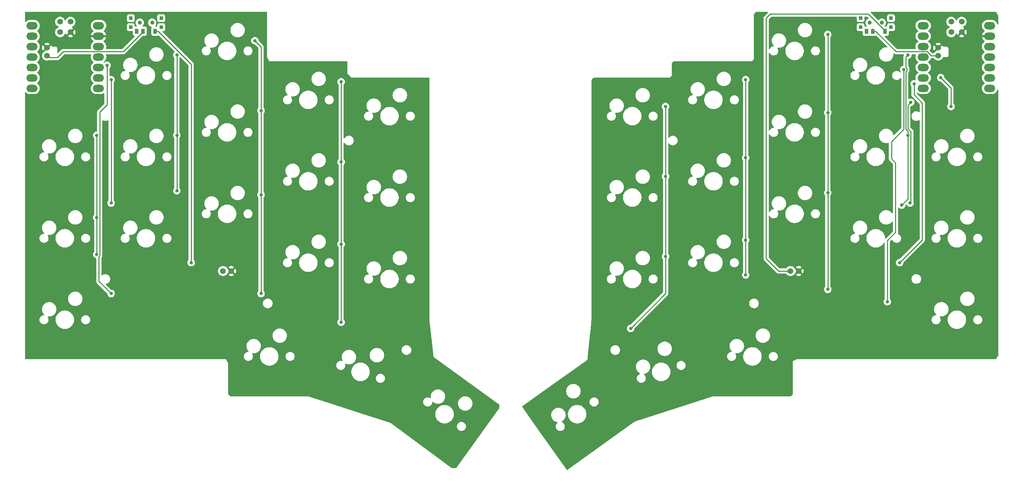
<source format=gtl>
%TF.GenerationSoftware,KiCad,Pcbnew,8.0.1*%
%TF.CreationDate,2024-04-22T06:21:46+12:00*%
%TF.ProjectId,main routed,6d61696e-2072-46f7-9574-65642e6b6963,v1.0.0*%
%TF.SameCoordinates,Original*%
%TF.FileFunction,Copper,L1,Top*%
%TF.FilePolarity,Positive*%
%FSLAX46Y46*%
G04 Gerber Fmt 4.6, Leading zero omitted, Abs format (unit mm)*
G04 Created by KiCad (PCBNEW 8.0.1) date 2024-04-22 06:21:46*
%MOMM*%
%LPD*%
G01*
G04 APERTURE LIST*
%TA.AperFunction,SMDPad,CuDef*%
%ADD10R,0.900000X0.900000*%
%TD*%
%TA.AperFunction,WasherPad*%
%ADD11C,1.000000*%
%TD*%
%TA.AperFunction,SMDPad,CuDef*%
%ADD12R,0.900000X1.250000*%
%TD*%
%TA.AperFunction,ComponentPad*%
%ADD13C,1.397000*%
%TD*%
%TA.AperFunction,ComponentPad*%
%ADD14O,2.750000X1.800000*%
%TD*%
%TA.AperFunction,ViaPad*%
%ADD15C,0.800000*%
%TD*%
%TA.AperFunction,Conductor*%
%ADD16C,0.250000*%
%TD*%
G04 APERTURE END LIST*
D10*
%TO.P,T1,*%
%TO.N,*%
X54792257Y-35520000D03*
X54792257Y-37720000D03*
D11*
X56992257Y-36620000D03*
X59992257Y-36620000D03*
D10*
X62192257Y-35520000D03*
X62192257Y-37720000D03*
D12*
%TO.P,T1,1*%
%TO.N,L_BAT+*%
X60742257Y-38695000D03*
%TO.P,T1,2*%
%TO.N,L_RAW*%
X57742257Y-38695000D03*
%TO.P,T1,3*%
%TO.N,N/C*%
X56242257Y-38695000D03*
%TD*%
D10*
%TO.P,T2,*%
%TO.N,*%
X232480000Y-35520000D03*
X232480000Y-37720000D03*
D11*
X234680000Y-36620000D03*
X237680000Y-36620000D03*
D10*
X239880000Y-35520000D03*
X239880000Y-37720000D03*
D12*
%TO.P,T2,1*%
%TO.N,R_BAT+*%
X238430000Y-38695000D03*
%TO.P,T2,2*%
%TO.N,R_RAW*%
X235430000Y-38695000D03*
%TO.P,T2,3*%
%TO.N,N/C*%
X233930000Y-38695000D03*
%TD*%
D13*
%TO.P,BATTPAD4,1*%
%TO.N,R_BAT+*%
X215420000Y-97030000D03*
%TO.P,BATTPAD4,2*%
%TO.N,R_GND*%
X217420000Y-97030000D03*
%TD*%
D14*
%TO.P,xiao-ble2,1*%
%TO.N,R_P0*%
X247735000Y-37348600D03*
%TO.P,xiao-ble2,2*%
%TO.N,R_P1*%
X247735000Y-39888600D03*
%TO.P,xiao-ble2,3*%
%TO.N,R_P2*%
X247735000Y-42428600D03*
%TO.P,xiao-ble2,4*%
%TO.N,R_P3*%
X247735000Y-44968600D03*
%TO.P,xiao-ble2,5*%
%TO.N,R_P4*%
X247735000Y-47508600D03*
%TO.P,xiao-ble2,6*%
%TO.N,R_P5*%
X247735000Y-50048600D03*
%TO.P,xiao-ble2,7*%
%TO.N,R_P6*%
X247735000Y-52588600D03*
%TO.P,xiao-ble2,8*%
%TO.N,R_P7*%
X263925000Y-52588600D03*
%TO.P,xiao-ble2,9*%
%TO.N,R_P8*%
X263925000Y-50048600D03*
%TO.P,xiao-ble2,10*%
%TO.N,R_P9*%
X263925000Y-47508600D03*
%TO.P,xiao-ble2,11*%
%TO.N,R_P10*%
X263925000Y-44968600D03*
%TO.P,xiao-ble2,12*%
%TO.N,R_VCC3*%
X263925000Y-42428600D03*
%TO.P,xiao-ble2,13*%
%TO.N,R_GND*%
X263925000Y-39888600D03*
%TO.P,xiao-ble2,14*%
%TO.N,R_VCC5*%
X263925000Y-37348600D03*
D13*
%TO.P,xiao-ble2,15*%
%TO.N,N/C*%
X254560000Y-36396600D03*
%TO.P,xiao-ble2,16*%
X257100000Y-36396600D03*
%TO.P,xiao-ble2,17*%
%TO.N,R_RST*%
X254560000Y-38936600D03*
%TO.P,xiao-ble2,18*%
%TO.N,R_GND*%
X257100000Y-38936600D03*
%TO.P,xiao-ble2,19*%
%TO.N,R_RAW*%
X251385000Y-44651600D03*
%TO.P,xiao-ble2,20*%
%TO.N,R_GND*%
X251385000Y-42746600D03*
%TD*%
D14*
%TO.P,xiao-ble1,1*%
%TO.N,L_P0*%
X30747257Y-37348600D03*
%TO.P,xiao-ble1,2*%
%TO.N,L_P1*%
X30747257Y-39888600D03*
%TO.P,xiao-ble1,3*%
%TO.N,L_P2*%
X30747257Y-42428600D03*
%TO.P,xiao-ble1,4*%
%TO.N,L_P3*%
X30747257Y-44968600D03*
%TO.P,xiao-ble1,5*%
%TO.N,L_P4*%
X30747257Y-47508600D03*
%TO.P,xiao-ble1,6*%
%TO.N,L_P5*%
X30747257Y-50048600D03*
%TO.P,xiao-ble1,7*%
%TO.N,L_P6*%
X30747257Y-52588600D03*
%TO.P,xiao-ble1,8*%
%TO.N,L_P7*%
X46937257Y-52588600D03*
%TO.P,xiao-ble1,9*%
%TO.N,L_P8*%
X46937257Y-50048600D03*
%TO.P,xiao-ble1,10*%
%TO.N,L_P9*%
X46937257Y-47508600D03*
%TO.P,xiao-ble1,11*%
%TO.N,L_P10*%
X46937257Y-44968600D03*
%TO.P,xiao-ble1,12*%
%TO.N,L_VCC3*%
X46937257Y-42428600D03*
%TO.P,xiao-ble1,13*%
%TO.N,L_GND*%
X46937257Y-39888600D03*
%TO.P,xiao-ble1,14*%
%TO.N,L_VCC5*%
X46937257Y-37348600D03*
D13*
%TO.P,xiao-ble1,15*%
%TO.N,N/C*%
X37572257Y-36396600D03*
%TO.P,xiao-ble1,16*%
X40112257Y-36396600D03*
%TO.P,xiao-ble1,17*%
%TO.N,L_RST*%
X37572257Y-38936600D03*
%TO.P,xiao-ble1,18*%
%TO.N,L_GND*%
X40112257Y-38936600D03*
%TO.P,xiao-ble1,19*%
%TO.N,L_RAW*%
X34397257Y-44651600D03*
%TO.P,xiao-ble1,20*%
%TO.N,L_GND*%
X34397257Y-42746600D03*
%TD*%
%TO.P,BATTPAD2,1*%
%TO.N,L_BAT+*%
X77252257Y-97030000D03*
%TO.P,BATTPAD2,2*%
%TO.N,L_GND*%
X79252257Y-97030000D03*
%TD*%
D15*
%TO.N,L_P5*%
X46500000Y-84000000D03*
X46500000Y-64000000D03*
X46500000Y-93000000D03*
%TO.N,L_P3*%
X66000000Y-44500000D03*
X66000000Y-64000000D03*
X66000000Y-77500000D03*
%TO.N,L_P2*%
X86500000Y-102500000D03*
X86500000Y-78500000D03*
X86500000Y-58000000D03*
X85000000Y-41000000D03*
%TO.N,L_P1*%
X106000000Y-90500000D03*
X106000000Y-70500000D03*
X106000000Y-109500000D03*
X106000000Y-51000000D03*
%TO.N,R_P5*%
X252000000Y-50000000D03*
X254500000Y-57000000D03*
%TO.N,R_P3*%
X244000000Y-64000000D03*
X242500000Y-81000000D03*
X244000000Y-44500000D03*
%TO.N,R_P2*%
X224500000Y-78000000D03*
X224500000Y-58500000D03*
X224500000Y-101500000D03*
X224500000Y-39500000D03*
%TO.N,R_P1*%
X204500000Y-98000000D03*
X204500000Y-50500000D03*
X204500000Y-69500000D03*
X204500000Y-89500000D03*
%TO.N,R_P0*%
X176500000Y-111000000D03*
X185000000Y-57000000D03*
X185000000Y-93500000D03*
X185000000Y-74000000D03*
%TO.N,L_P10*%
X50000000Y-102500000D03*
X49000000Y-47000000D03*
%TO.N,L_P9*%
X50000000Y-80500000D03*
X50000000Y-50500000D03*
%TO.N,R_P10*%
X242000000Y-95000000D03*
X245500000Y-51500000D03*
%TO.N,R_P9*%
X244725000Y-56000000D03*
X244500000Y-80500000D03*
%TO.N,R_P4*%
X239000000Y-104500000D03*
X243000000Y-48000000D03*
%TO.N,L_BAT+*%
X69500000Y-95000000D03*
%TD*%
D16*
%TO.N,L_P5*%
X46500000Y-84000000D02*
X46500000Y-64000000D01*
X46500000Y-93000000D02*
X46500000Y-84000000D01*
%TO.N,L_P3*%
X66000000Y-77500000D02*
X66000000Y-76500000D01*
X66000000Y-64000000D02*
X66000000Y-63500000D01*
X66000000Y-63500000D02*
X66000000Y-44500000D01*
X66000000Y-76500000D02*
X66000000Y-64000000D01*
%TO.N,L_P2*%
X86500000Y-102500000D02*
X86500000Y-78500000D01*
X86500000Y-58000000D02*
X86500000Y-42500000D01*
X86500000Y-78500000D02*
X86500000Y-58000000D01*
X86500000Y-42500000D02*
X85000000Y-41000000D01*
%TO.N,L_P1*%
X106000000Y-109500000D02*
X106000000Y-108500000D01*
X106000000Y-70500000D02*
X106000000Y-70000000D01*
X106000000Y-90500000D02*
X106000000Y-70500000D01*
X106000000Y-70000000D02*
X106000000Y-51000000D01*
X106000000Y-108500000D02*
X106000000Y-90500000D01*
%TO.N,R_P5*%
X254500000Y-52500000D02*
X252000000Y-50000000D01*
X254500000Y-57000000D02*
X254500000Y-52500000D01*
%TO.N,R_P3*%
X243500000Y-47474695D02*
X243500000Y-45000000D01*
X244000000Y-64000000D02*
X244000000Y-63000000D01*
X243500000Y-48525305D02*
X243725000Y-48300305D01*
X243500000Y-62500000D02*
X243500000Y-48525305D01*
X244000000Y-79500000D02*
X244000000Y-64000000D01*
X244000000Y-63000000D02*
X243500000Y-62500000D01*
X243500000Y-45000000D02*
X244000000Y-44500000D01*
X243725000Y-48300305D02*
X243725000Y-47699695D01*
X242500000Y-81000000D02*
X244000000Y-79500000D01*
X243725000Y-47699695D02*
X243500000Y-47474695D01*
%TO.N,R_P2*%
X224500000Y-58500000D02*
X224500000Y-57000000D01*
X224500000Y-101500000D02*
X224500000Y-100500000D01*
X224500000Y-100500000D02*
X224500000Y-78000000D01*
X224500000Y-78000000D02*
X224500000Y-77000000D01*
X224500000Y-77000000D02*
X224500000Y-58500000D01*
X224500000Y-57000000D02*
X224500000Y-39500000D01*
%TO.N,R_P1*%
X204500000Y-69500000D02*
X204500000Y-50500000D01*
X204500000Y-89500000D02*
X204500000Y-69500000D01*
X204500000Y-98000000D02*
X204500000Y-89500000D01*
%TO.N,R_P0*%
X185000000Y-74000000D02*
X185000000Y-74500000D01*
X185000000Y-74500000D02*
X185000000Y-93500000D01*
X185000000Y-102500000D02*
X176500000Y-111000000D01*
X185000000Y-57000000D02*
X185000000Y-74000000D01*
X185000000Y-93500000D02*
X185000000Y-102500000D01*
%TO.N,L_P10*%
X47000000Y-93525305D02*
X47000000Y-99500000D01*
X47225000Y-93300305D02*
X47000000Y-93525305D01*
X49000000Y-56555988D02*
X47225000Y-58330988D01*
X47225000Y-58330988D02*
X47225000Y-93300305D01*
X49000000Y-47000000D02*
X49000000Y-56555988D01*
X47000000Y-99500000D02*
X50000000Y-102500000D01*
%TO.N,L_P9*%
X50000000Y-50500000D02*
X50000000Y-51500000D01*
X50000000Y-51500000D02*
X50000000Y-80500000D01*
%TO.N,R_P10*%
X245500000Y-54130000D02*
X247500000Y-56130000D01*
X247500000Y-56130000D02*
X247500000Y-89500000D01*
X247500000Y-89500000D02*
X242000000Y-95000000D01*
X245500000Y-51500000D02*
X245500000Y-54130000D01*
%TO.N,R_P9*%
X244725000Y-56000000D02*
X244000000Y-56725000D01*
X244725000Y-80275000D02*
X244500000Y-80500000D01*
X244000000Y-56725000D02*
X244000000Y-62363604D01*
X244725000Y-63088604D02*
X244725000Y-80275000D01*
X244000000Y-62363604D02*
X244725000Y-63088604D01*
%TO.N,R_P4*%
X240023625Y-65523625D02*
X243000000Y-62547250D01*
X241000000Y-70729284D02*
X240023625Y-69752909D01*
X239000000Y-89593916D02*
X241000000Y-87593916D01*
X239000000Y-104500000D02*
X239000000Y-89593916D01*
X240023625Y-69752909D02*
X240023625Y-65523625D01*
X241000000Y-87593916D02*
X241000000Y-70729284D01*
X243000000Y-62547250D02*
X243000000Y-48000000D01*
%TO.N,L_BAT+*%
X61442257Y-38695000D02*
X60742257Y-38695000D01*
X69500000Y-95000000D02*
X69500000Y-46752743D01*
X69500000Y-46752743D02*
X61442257Y-38695000D01*
%TO.N,R_BAT+*%
X238430000Y-38695000D02*
X238588274Y-38695000D01*
X209500000Y-35500000D02*
X209500000Y-94000000D01*
X212530000Y-97030000D02*
X215420000Y-97030000D01*
X238588274Y-38695000D02*
X234393274Y-34500000D01*
X210500000Y-34500000D02*
X209500000Y-35500000D01*
X234393274Y-34500000D02*
X210500000Y-34500000D01*
X209500000Y-94000000D02*
X212530000Y-97030000D01*
%TO.N,L_RAW*%
X34746214Y-45105600D02*
X34397257Y-44756643D01*
X57742257Y-38870000D02*
X52958657Y-43653600D01*
X36894400Y-45105600D02*
X34746214Y-45105600D01*
X34397257Y-44756643D02*
X34397257Y-44651600D01*
X57742257Y-38695000D02*
X57742257Y-38870000D01*
X38346400Y-43653600D02*
X36894400Y-45105600D01*
X52958657Y-43653600D02*
X38346400Y-43653600D01*
%TO.N,R_RAW*%
X249651600Y-44651600D02*
X248653600Y-43653600D01*
X251385000Y-44651600D02*
X249651600Y-44651600D01*
X248653600Y-43653600D02*
X241088600Y-43653600D01*
X236130000Y-38695000D02*
X235430000Y-38695000D01*
X241088600Y-43653600D02*
X236130000Y-38695000D01*
%TD*%
%TA.AperFunction,Conductor*%
%TO.N,R_GND*%
G36*
X209871771Y-34019685D02*
G01*
X209917526Y-34072489D01*
X209927470Y-34141647D01*
X209898445Y-34205203D01*
X209892413Y-34211681D01*
X209280301Y-34823795D01*
X209096167Y-35007929D01*
X209052047Y-35052049D01*
X209007927Y-35096168D01*
X208938603Y-35199918D01*
X208938598Y-35199927D01*
X208890845Y-35315214D01*
X208890843Y-35315222D01*
X208866500Y-35437601D01*
X208866500Y-94062398D01*
X208890843Y-94184777D01*
X208890845Y-94184785D01*
X208938598Y-94300072D01*
X208938603Y-94300081D01*
X209007928Y-94403832D01*
X209007931Y-94403836D01*
X212126163Y-97522068D01*
X212126167Y-97522071D01*
X212229918Y-97591396D01*
X212229924Y-97591399D01*
X212229925Y-97591400D01*
X212345215Y-97639155D01*
X212467601Y-97663499D01*
X212467605Y-97663500D01*
X212467606Y-97663500D01*
X212592394Y-97663500D01*
X214325556Y-97663500D01*
X214392595Y-97683185D01*
X214427130Y-97716376D01*
X214448344Y-97746673D01*
X214491850Y-97808807D01*
X214491851Y-97808808D01*
X214491852Y-97808809D01*
X214641191Y-97958148D01*
X214641194Y-97958150D01*
X214641195Y-97958151D01*
X214814189Y-98079283D01*
X214814191Y-98079284D01*
X214814194Y-98079286D01*
X215005605Y-98168542D01*
X215209606Y-98223204D01*
X215359887Y-98236351D01*
X215419998Y-98241611D01*
X215420000Y-98241611D01*
X215420002Y-98241611D01*
X215472598Y-98237009D01*
X215630394Y-98223204D01*
X215834395Y-98168542D01*
X216025806Y-98079286D01*
X216198809Y-97958148D01*
X216348148Y-97808809D01*
X216469286Y-97635806D01*
X216469287Y-97635802D01*
X216469290Y-97635799D01*
X216471995Y-97631115D01*
X216473015Y-97631704D01*
X216492303Y-97604141D01*
X216930504Y-97165940D01*
X216946619Y-97226081D01*
X217013498Y-97341920D01*
X217108080Y-97436502D01*
X217223919Y-97503381D01*
X217284057Y-97519494D01*
X216767761Y-98035790D01*
X216767762Y-98035791D01*
X216883490Y-98107447D01*
X216883496Y-98107450D01*
X217090607Y-98187684D01*
X217308945Y-98228500D01*
X217531055Y-98228500D01*
X217749392Y-98187684D01*
X217956505Y-98107449D01*
X217956506Y-98107448D01*
X218072237Y-98035790D01*
X217555942Y-97519494D01*
X217616081Y-97503381D01*
X217731920Y-97436502D01*
X217826502Y-97341920D01*
X217893381Y-97226081D01*
X217909495Y-97165941D01*
X218427790Y-97684236D01*
X218443348Y-97663634D01*
X218443353Y-97663626D01*
X218542350Y-97464813D01*
X218542356Y-97464798D01*
X218603139Y-97251168D01*
X218603140Y-97251166D01*
X218623634Y-97030000D01*
X218623634Y-97029999D01*
X218603140Y-96808833D01*
X218603139Y-96808831D01*
X218542356Y-96595201D01*
X218542350Y-96595186D01*
X218443353Y-96396374D01*
X218443348Y-96396367D01*
X218427789Y-96375762D01*
X217909494Y-96894057D01*
X217893381Y-96833919D01*
X217826502Y-96718080D01*
X217731920Y-96623498D01*
X217616081Y-96556619D01*
X217555941Y-96540504D01*
X218072237Y-96024208D01*
X218072236Y-96024207D01*
X217956509Y-95952552D01*
X217956503Y-95952549D01*
X217749392Y-95872315D01*
X217531055Y-95831500D01*
X217308945Y-95831500D01*
X217090607Y-95872315D01*
X216883495Y-95952550D01*
X216767761Y-96024208D01*
X217284058Y-96540504D01*
X217223919Y-96556619D01*
X217108080Y-96623498D01*
X217013498Y-96718080D01*
X216946619Y-96833919D01*
X216930504Y-96894058D01*
X216492301Y-96455855D01*
X216473004Y-96428297D01*
X216471992Y-96428882D01*
X216469284Y-96424191D01*
X216348149Y-96251192D01*
X216326807Y-96229850D01*
X216198809Y-96101852D01*
X216198805Y-96101849D01*
X216198804Y-96101848D01*
X216025810Y-95980716D01*
X216025806Y-95980714D01*
X215965412Y-95952552D01*
X215834395Y-95891458D01*
X215834391Y-95891457D01*
X215834387Y-95891455D01*
X215630399Y-95836797D01*
X215630395Y-95836796D01*
X215630394Y-95836796D01*
X215630393Y-95836795D01*
X215630388Y-95836795D01*
X215420002Y-95818389D01*
X215419998Y-95818389D01*
X215209611Y-95836795D01*
X215209600Y-95836797D01*
X215005612Y-95891455D01*
X215005603Y-95891459D01*
X214814196Y-95980713D01*
X214814194Y-95980714D01*
X214641188Y-96101853D01*
X214491853Y-96251188D01*
X214427131Y-96343623D01*
X214372555Y-96387248D01*
X214325556Y-96396500D01*
X212843766Y-96396500D01*
X212776727Y-96376815D01*
X212756085Y-96360181D01*
X210169819Y-93773915D01*
X210136334Y-93712592D01*
X210133500Y-93686234D01*
X210133500Y-83698651D01*
X210153185Y-83631612D01*
X210205989Y-83585857D01*
X210275147Y-83575913D01*
X210338703Y-83604938D01*
X210367984Y-83642355D01*
X210397998Y-83701260D01*
X210499899Y-83841514D01*
X210622486Y-83964101D01*
X210762740Y-84066002D01*
X210834059Y-84102341D01*
X210917208Y-84144708D01*
X210917211Y-84144709D01*
X210999648Y-84171494D01*
X211082088Y-84198280D01*
X211161391Y-84210840D01*
X211253313Y-84225400D01*
X211253318Y-84225400D01*
X211426687Y-84225400D01*
X211509695Y-84212252D01*
X211597912Y-84198280D01*
X211762791Y-84144708D01*
X211917260Y-84066002D01*
X212057514Y-83964101D01*
X212180101Y-83841514D01*
X212282002Y-83701260D01*
X212360708Y-83546791D01*
X212414280Y-83381912D01*
X212431831Y-83271099D01*
X214175600Y-83271099D01*
X214175601Y-83271116D01*
X214214001Y-83562796D01*
X214290152Y-83846994D01*
X214402734Y-84118794D01*
X214402742Y-84118810D01*
X214549840Y-84373589D01*
X214549851Y-84373605D01*
X214728948Y-84607009D01*
X214728954Y-84607016D01*
X214936983Y-84815045D01*
X214936989Y-84815050D01*
X215170403Y-84994155D01*
X215170410Y-84994159D01*
X215425189Y-85141257D01*
X215425205Y-85141265D01*
X215697005Y-85253847D01*
X215697007Y-85253847D01*
X215697013Y-85253850D01*
X215981200Y-85329998D01*
X216272894Y-85368400D01*
X216272901Y-85368400D01*
X216567099Y-85368400D01*
X216567106Y-85368400D01*
X216858800Y-85329998D01*
X217142987Y-85253850D01*
X217252016Y-85208689D01*
X217414794Y-85141265D01*
X217414797Y-85141263D01*
X217414803Y-85141261D01*
X217669597Y-84994155D01*
X217903011Y-84815050D01*
X218111050Y-84607011D01*
X218290155Y-84373597D01*
X218437261Y-84118803D01*
X218549850Y-83846987D01*
X218625998Y-83562800D01*
X218664400Y-83271106D01*
X218664400Y-83210687D01*
X220398600Y-83210687D01*
X220425720Y-83381913D01*
X220479290Y-83546788D01*
X220479291Y-83546791D01*
X220556669Y-83698651D01*
X220557998Y-83701260D01*
X220659899Y-83841514D01*
X220782486Y-83964101D01*
X220922740Y-84066002D01*
X220994059Y-84102341D01*
X221077208Y-84144708D01*
X221077211Y-84144709D01*
X221159648Y-84171494D01*
X221242088Y-84198280D01*
X221321391Y-84210840D01*
X221413313Y-84225400D01*
X221413318Y-84225400D01*
X221586687Y-84225400D01*
X221669695Y-84212252D01*
X221757912Y-84198280D01*
X221922791Y-84144708D01*
X222077260Y-84066002D01*
X222217514Y-83964101D01*
X222340101Y-83841514D01*
X222442002Y-83701260D01*
X222520708Y-83546791D01*
X222574280Y-83381912D01*
X222591831Y-83271099D01*
X222601400Y-83210687D01*
X222601400Y-83037312D01*
X222578472Y-82892557D01*
X222574280Y-82866088D01*
X222520708Y-82701209D01*
X222520708Y-82701208D01*
X222472015Y-82605644D01*
X222442002Y-82546740D01*
X222340101Y-82406486D01*
X222217514Y-82283899D01*
X222077260Y-82181998D01*
X222028874Y-82157344D01*
X221922791Y-82103291D01*
X221922788Y-82103290D01*
X221757913Y-82049720D01*
X221586687Y-82022600D01*
X221586682Y-82022600D01*
X221413318Y-82022600D01*
X221413313Y-82022600D01*
X221242086Y-82049720D01*
X221077211Y-82103290D01*
X221077208Y-82103291D01*
X220922739Y-82181998D01*
X220891405Y-82204764D01*
X220782486Y-82283899D01*
X220782484Y-82283901D01*
X220782483Y-82283901D01*
X220659901Y-82406483D01*
X220659901Y-82406484D01*
X220659899Y-82406486D01*
X220654254Y-82414256D01*
X220557998Y-82546739D01*
X220479291Y-82701208D01*
X220479290Y-82701211D01*
X220425720Y-82866086D01*
X220398600Y-83037312D01*
X220398600Y-83210687D01*
X218664400Y-83210687D01*
X218664400Y-82976894D01*
X218625998Y-82685200D01*
X218549850Y-82401013D01*
X218522300Y-82334500D01*
X218437265Y-82129205D01*
X218437257Y-82129189D01*
X218290159Y-81874410D01*
X218290155Y-81874403D01*
X218111050Y-81640989D01*
X218111045Y-81640983D01*
X217903016Y-81432954D01*
X217903009Y-81432948D01*
X217669605Y-81253851D01*
X217669603Y-81253849D01*
X217669597Y-81253845D01*
X217669592Y-81253842D01*
X217669589Y-81253840D01*
X217414810Y-81106742D01*
X217414794Y-81106734D01*
X217142994Y-80994152D01*
X216889544Y-80926240D01*
X216858800Y-80918002D01*
X216858799Y-80918001D01*
X216858796Y-80918001D01*
X216567116Y-80879601D01*
X216567111Y-80879600D01*
X216567106Y-80879600D01*
X216272894Y-80879600D01*
X216272888Y-80879600D01*
X216272883Y-80879601D01*
X215981203Y-80918001D01*
X215697005Y-80994152D01*
X215425205Y-81106734D01*
X215425189Y-81106742D01*
X215170410Y-81253840D01*
X215170394Y-81253851D01*
X214936990Y-81432948D01*
X214936983Y-81432954D01*
X214728954Y-81640983D01*
X214728948Y-81640990D01*
X214549851Y-81874394D01*
X214549840Y-81874410D01*
X214402742Y-82129189D01*
X214402734Y-82129205D01*
X214290152Y-82401005D01*
X214214001Y-82685203D01*
X214175601Y-82976883D01*
X214175600Y-82976900D01*
X214175600Y-83271099D01*
X212431831Y-83271099D01*
X212441400Y-83210687D01*
X212441400Y-83037312D01*
X212418472Y-82892557D01*
X212414280Y-82866088D01*
X212360708Y-82701209D01*
X212360708Y-82701208D01*
X212282001Y-82546738D01*
X212258580Y-82514503D01*
X212235099Y-82448697D01*
X212250924Y-82380642D01*
X212301029Y-82331947D01*
X212369507Y-82318071D01*
X212375068Y-82318675D01*
X212495266Y-82334500D01*
X212495273Y-82334500D01*
X212724727Y-82334500D01*
X212724734Y-82334500D01*
X212952238Y-82304548D01*
X213173887Y-82245158D01*
X213385888Y-82157344D01*
X213584612Y-82042611D01*
X213766661Y-81902919D01*
X213766665Y-81902914D01*
X213766670Y-81902911D01*
X213928911Y-81740670D01*
X213928914Y-81740665D01*
X213928919Y-81740661D01*
X214068611Y-81558612D01*
X214183344Y-81359888D01*
X214271158Y-81147887D01*
X214330548Y-80926238D01*
X214360500Y-80698734D01*
X214360500Y-80469266D01*
X214330548Y-80241762D01*
X214271158Y-80020113D01*
X214183344Y-79808112D01*
X214068611Y-79609388D01*
X214068608Y-79609385D01*
X214068607Y-79609382D01*
X213928918Y-79427338D01*
X213928911Y-79427330D01*
X213766670Y-79265089D01*
X213766661Y-79265081D01*
X213584617Y-79125392D01*
X213385890Y-79010657D01*
X213385876Y-79010650D01*
X213173887Y-78922842D01*
X213102402Y-78903688D01*
X212952238Y-78863452D01*
X212914215Y-78858446D01*
X212724741Y-78833500D01*
X212724734Y-78833500D01*
X212495266Y-78833500D01*
X212495258Y-78833500D01*
X212278715Y-78862009D01*
X212267762Y-78863452D01*
X212174076Y-78888554D01*
X212046112Y-78922842D01*
X211834123Y-79010650D01*
X211834109Y-79010657D01*
X211635382Y-79125392D01*
X211453338Y-79265081D01*
X211291081Y-79427338D01*
X211151392Y-79609382D01*
X211036657Y-79808109D01*
X211036650Y-79808123D01*
X210948842Y-80020112D01*
X210930473Y-80088666D01*
X210891029Y-80235879D01*
X210889453Y-80241759D01*
X210889451Y-80241770D01*
X210859500Y-80469258D01*
X210859500Y-80698741D01*
X210879763Y-80852645D01*
X210889452Y-80926238D01*
X210917723Y-81031748D01*
X210948842Y-81147887D01*
X211036650Y-81359876D01*
X211036657Y-81359890D01*
X211151392Y-81558617D01*
X211291081Y-81740661D01*
X211291089Y-81740670D01*
X211361338Y-81810919D01*
X211394823Y-81872242D01*
X211389839Y-81941934D01*
X211347967Y-81997867D01*
X211282503Y-82022284D01*
X211273657Y-82022600D01*
X211253313Y-82022600D01*
X211082086Y-82049720D01*
X210917211Y-82103290D01*
X210917208Y-82103291D01*
X210762739Y-82181998D01*
X210731405Y-82204764D01*
X210622486Y-82283899D01*
X210622484Y-82283901D01*
X210622483Y-82283901D01*
X210499901Y-82406483D01*
X210499901Y-82406484D01*
X210499899Y-82406486D01*
X210494254Y-82414256D01*
X210397996Y-82546742D01*
X210367984Y-82605644D01*
X210320010Y-82656439D01*
X210252189Y-82673234D01*
X210186054Y-82650696D01*
X210142603Y-82595981D01*
X210133500Y-82549348D01*
X210133500Y-78158741D01*
X217209500Y-78158741D01*
X217220510Y-78242364D01*
X217239452Y-78386238D01*
X217279833Y-78536943D01*
X217298842Y-78607887D01*
X217386650Y-78819876D01*
X217386656Y-78819888D01*
X217499011Y-79014494D01*
X217501392Y-79018617D01*
X217641081Y-79200661D01*
X217641089Y-79200670D01*
X217803330Y-79362911D01*
X217803338Y-79362918D01*
X217985382Y-79502607D01*
X217985385Y-79502608D01*
X217985388Y-79502611D01*
X218184112Y-79617344D01*
X218184117Y-79617346D01*
X218184123Y-79617349D01*
X218275480Y-79655190D01*
X218396113Y-79705158D01*
X218617762Y-79764548D01*
X218845266Y-79794500D01*
X218845273Y-79794500D01*
X219074727Y-79794500D01*
X219074734Y-79794500D01*
X219302238Y-79764548D01*
X219523887Y-79705158D01*
X219735888Y-79617344D01*
X219934612Y-79502611D01*
X220116661Y-79362919D01*
X220116665Y-79362914D01*
X220116670Y-79362911D01*
X220278911Y-79200670D01*
X220278914Y-79200665D01*
X220278919Y-79200661D01*
X220418611Y-79018612D01*
X220533344Y-78819888D01*
X220621158Y-78607887D01*
X220680548Y-78386238D01*
X220710500Y-78158734D01*
X220710500Y-77929266D01*
X220680548Y-77701762D01*
X220621158Y-77480113D01*
X220565541Y-77345841D01*
X220533349Y-77268123D01*
X220533346Y-77268117D01*
X220533344Y-77268112D01*
X220418611Y-77069388D01*
X220418608Y-77069385D01*
X220418607Y-77069382D01*
X220281153Y-76890251D01*
X220278919Y-76887339D01*
X220278918Y-76887338D01*
X220278911Y-76887330D01*
X220116670Y-76725089D01*
X220116661Y-76725081D01*
X219934617Y-76585392D01*
X219735890Y-76470657D01*
X219735876Y-76470650D01*
X219523887Y-76382842D01*
X219302238Y-76323452D01*
X219264215Y-76318446D01*
X219074741Y-76293500D01*
X219074734Y-76293500D01*
X218845266Y-76293500D01*
X218845258Y-76293500D01*
X218628715Y-76322009D01*
X218617762Y-76323452D01*
X218524076Y-76348554D01*
X218396112Y-76382842D01*
X218184123Y-76470650D01*
X218184109Y-76470657D01*
X217985382Y-76585392D01*
X217803338Y-76725081D01*
X217641081Y-76887338D01*
X217501392Y-77069382D01*
X217386657Y-77268109D01*
X217386650Y-77268123D01*
X217298842Y-77480112D01*
X217239453Y-77701759D01*
X217239451Y-77701770D01*
X217209500Y-77929258D01*
X217209500Y-78158741D01*
X210133500Y-78158741D01*
X210133500Y-63886651D01*
X210153185Y-63819612D01*
X210205989Y-63773857D01*
X210275147Y-63763913D01*
X210338703Y-63792938D01*
X210367984Y-63830355D01*
X210397998Y-63889260D01*
X210499899Y-64029514D01*
X210622486Y-64152101D01*
X210762740Y-64254002D01*
X210834059Y-64290341D01*
X210917208Y-64332708D01*
X210917211Y-64332709D01*
X210973851Y-64351112D01*
X211082088Y-64386280D01*
X211161391Y-64398840D01*
X211253313Y-64413400D01*
X211253318Y-64413400D01*
X211426687Y-64413400D01*
X211509695Y-64400252D01*
X211597912Y-64386280D01*
X211762791Y-64332708D01*
X211917260Y-64254002D01*
X212057514Y-64152101D01*
X212180101Y-64029514D01*
X212282002Y-63889260D01*
X212360708Y-63734791D01*
X212414280Y-63569912D01*
X212431831Y-63459099D01*
X214175600Y-63459099D01*
X214175601Y-63459116D01*
X214214001Y-63750796D01*
X214290152Y-64034994D01*
X214402734Y-64306794D01*
X214402742Y-64306810D01*
X214549840Y-64561589D01*
X214549851Y-64561605D01*
X214728948Y-64795009D01*
X214728954Y-64795016D01*
X214936983Y-65003045D01*
X214936989Y-65003050D01*
X215170403Y-65182155D01*
X215170410Y-65182159D01*
X215425189Y-65329257D01*
X215425205Y-65329265D01*
X215697005Y-65441847D01*
X215697007Y-65441847D01*
X215697013Y-65441850D01*
X215981200Y-65517998D01*
X216272894Y-65556400D01*
X216272901Y-65556400D01*
X216567099Y-65556400D01*
X216567106Y-65556400D01*
X216858800Y-65517998D01*
X217142987Y-65441850D01*
X217252016Y-65396689D01*
X217414794Y-65329265D01*
X217414797Y-65329263D01*
X217414803Y-65329261D01*
X217669597Y-65182155D01*
X217903011Y-65003050D01*
X218111050Y-64795011D01*
X218290155Y-64561597D01*
X218437261Y-64306803D01*
X218549850Y-64034987D01*
X218625998Y-63750800D01*
X218664400Y-63459106D01*
X218664400Y-63398687D01*
X220398600Y-63398687D01*
X220425720Y-63569913D01*
X220479290Y-63734788D01*
X220479291Y-63734791D01*
X220552629Y-63878722D01*
X220557998Y-63889260D01*
X220659899Y-64029514D01*
X220782486Y-64152101D01*
X220922740Y-64254002D01*
X220994059Y-64290341D01*
X221077208Y-64332708D01*
X221077211Y-64332709D01*
X221133851Y-64351112D01*
X221242088Y-64386280D01*
X221321391Y-64398840D01*
X221413313Y-64413400D01*
X221413318Y-64413400D01*
X221586687Y-64413400D01*
X221669695Y-64400252D01*
X221757912Y-64386280D01*
X221922791Y-64332708D01*
X222077260Y-64254002D01*
X222217514Y-64152101D01*
X222340101Y-64029514D01*
X222442002Y-63889260D01*
X222520708Y-63734791D01*
X222574280Y-63569912D01*
X222595485Y-63436029D01*
X222601400Y-63398687D01*
X222601400Y-63225312D01*
X222585622Y-63125702D01*
X222574280Y-63054088D01*
X222547494Y-62971648D01*
X222520709Y-62889211D01*
X222520708Y-62889208D01*
X222469405Y-62788522D01*
X222442002Y-62734740D01*
X222340101Y-62594486D01*
X222217514Y-62471899D01*
X222077260Y-62369998D01*
X222028874Y-62345344D01*
X221922791Y-62291291D01*
X221922788Y-62291290D01*
X221757913Y-62237720D01*
X221586687Y-62210600D01*
X221586682Y-62210600D01*
X221413318Y-62210600D01*
X221413313Y-62210600D01*
X221242086Y-62237720D01*
X221077211Y-62291290D01*
X221077208Y-62291291D01*
X220922739Y-62369998D01*
X220891405Y-62392764D01*
X220782486Y-62471899D01*
X220782484Y-62471901D01*
X220782483Y-62471901D01*
X220659901Y-62594483D01*
X220659901Y-62594484D01*
X220659899Y-62594486D01*
X220654254Y-62602256D01*
X220557998Y-62734739D01*
X220479291Y-62889208D01*
X220479290Y-62889211D01*
X220425720Y-63054086D01*
X220398600Y-63225312D01*
X220398600Y-63398687D01*
X218664400Y-63398687D01*
X218664400Y-63164894D01*
X218625998Y-62873200D01*
X218549850Y-62589013D01*
X218522300Y-62522500D01*
X218437265Y-62317205D01*
X218437257Y-62317189D01*
X218290159Y-62062410D01*
X218290155Y-62062403D01*
X218111050Y-61828989D01*
X218111045Y-61828983D01*
X217903016Y-61620954D01*
X217903009Y-61620948D01*
X217669605Y-61441851D01*
X217669603Y-61441849D01*
X217669597Y-61441845D01*
X217669592Y-61441842D01*
X217669589Y-61441840D01*
X217414810Y-61294742D01*
X217414794Y-61294734D01*
X217142994Y-61182152D01*
X216889544Y-61114240D01*
X216858800Y-61106002D01*
X216858799Y-61106001D01*
X216858796Y-61106001D01*
X216567116Y-61067601D01*
X216567111Y-61067600D01*
X216567106Y-61067600D01*
X216272894Y-61067600D01*
X216272888Y-61067600D01*
X216272883Y-61067601D01*
X215981203Y-61106001D01*
X215697005Y-61182152D01*
X215425205Y-61294734D01*
X215425189Y-61294742D01*
X215170410Y-61441840D01*
X215170394Y-61441851D01*
X214936990Y-61620948D01*
X214936983Y-61620954D01*
X214728954Y-61828983D01*
X214728948Y-61828990D01*
X214549851Y-62062394D01*
X214549840Y-62062410D01*
X214402742Y-62317189D01*
X214402734Y-62317205D01*
X214290152Y-62589005D01*
X214214001Y-62873203D01*
X214175601Y-63164883D01*
X214175600Y-63164900D01*
X214175600Y-63459099D01*
X212431831Y-63459099D01*
X212435485Y-63436029D01*
X212441400Y-63398687D01*
X212441400Y-63225312D01*
X212425622Y-63125702D01*
X212414280Y-63054088D01*
X212387494Y-62971648D01*
X212360709Y-62889211D01*
X212360708Y-62889208D01*
X212282001Y-62734738D01*
X212258580Y-62702503D01*
X212235099Y-62636697D01*
X212250924Y-62568642D01*
X212301029Y-62519947D01*
X212369507Y-62506071D01*
X212375068Y-62506675D01*
X212495266Y-62522500D01*
X212495273Y-62522500D01*
X212724727Y-62522500D01*
X212724734Y-62522500D01*
X212952238Y-62492548D01*
X213173887Y-62433158D01*
X213385888Y-62345344D01*
X213584612Y-62230611D01*
X213766661Y-62090919D01*
X213766665Y-62090914D01*
X213766670Y-62090911D01*
X213928911Y-61928670D01*
X213928914Y-61928665D01*
X213928919Y-61928661D01*
X214068611Y-61746612D01*
X214183344Y-61547888D01*
X214271158Y-61335887D01*
X214330548Y-61114238D01*
X214360500Y-60886734D01*
X214360500Y-60657266D01*
X214330548Y-60429762D01*
X214271158Y-60208113D01*
X214183344Y-59996112D01*
X214068611Y-59797388D01*
X214068608Y-59797385D01*
X214068607Y-59797382D01*
X213928918Y-59615338D01*
X213928911Y-59615330D01*
X213766670Y-59453089D01*
X213766661Y-59453081D01*
X213584617Y-59313392D01*
X213385890Y-59198657D01*
X213385876Y-59198650D01*
X213173887Y-59110842D01*
X213102402Y-59091688D01*
X212952238Y-59051452D01*
X212914215Y-59046446D01*
X212724741Y-59021500D01*
X212724734Y-59021500D01*
X212495266Y-59021500D01*
X212495258Y-59021500D01*
X212278715Y-59050009D01*
X212267762Y-59051452D01*
X212174076Y-59076554D01*
X212046112Y-59110842D01*
X211834123Y-59198650D01*
X211834109Y-59198657D01*
X211635382Y-59313392D01*
X211453338Y-59453081D01*
X211291081Y-59615338D01*
X211151392Y-59797382D01*
X211036657Y-59996109D01*
X211036650Y-59996123D01*
X210950122Y-60205022D01*
X210948842Y-60208113D01*
X210891029Y-60423879D01*
X210889453Y-60429759D01*
X210889451Y-60429770D01*
X210859500Y-60657258D01*
X210859500Y-60886741D01*
X210879763Y-61040645D01*
X210889452Y-61114238D01*
X210917723Y-61219748D01*
X210948842Y-61335887D01*
X211036650Y-61547876D01*
X211036657Y-61547890D01*
X211151392Y-61746617D01*
X211291081Y-61928661D01*
X211291089Y-61928670D01*
X211361338Y-61998919D01*
X211394823Y-62060242D01*
X211389839Y-62129934D01*
X211347967Y-62185867D01*
X211282503Y-62210284D01*
X211273657Y-62210600D01*
X211253313Y-62210600D01*
X211082086Y-62237720D01*
X210917211Y-62291290D01*
X210917208Y-62291291D01*
X210762739Y-62369998D01*
X210731405Y-62392764D01*
X210622486Y-62471899D01*
X210622484Y-62471901D01*
X210622483Y-62471901D01*
X210499901Y-62594483D01*
X210499901Y-62594484D01*
X210499899Y-62594486D01*
X210494254Y-62602256D01*
X210397996Y-62734742D01*
X210367984Y-62793644D01*
X210320010Y-62844439D01*
X210252189Y-62861234D01*
X210186054Y-62838696D01*
X210142603Y-62783981D01*
X210133500Y-62737348D01*
X210133500Y-58346741D01*
X217209500Y-58346741D01*
X217229383Y-58497759D01*
X217239452Y-58574238D01*
X217279894Y-58725170D01*
X217298842Y-58795887D01*
X217386650Y-59007876D01*
X217386656Y-59007888D01*
X217499011Y-59202494D01*
X217501392Y-59206617D01*
X217641081Y-59388661D01*
X217641089Y-59388670D01*
X217803330Y-59550911D01*
X217803338Y-59550918D01*
X217803339Y-59550919D01*
X217853962Y-59589764D01*
X217985382Y-59690607D01*
X217985385Y-59690608D01*
X217985388Y-59690611D01*
X218184112Y-59805344D01*
X218184117Y-59805346D01*
X218184123Y-59805349D01*
X218275480Y-59843190D01*
X218396113Y-59893158D01*
X218617762Y-59952548D01*
X218845266Y-59982500D01*
X218845273Y-59982500D01*
X219074727Y-59982500D01*
X219074734Y-59982500D01*
X219302238Y-59952548D01*
X219523887Y-59893158D01*
X219735888Y-59805344D01*
X219934612Y-59690611D01*
X220116661Y-59550919D01*
X220116665Y-59550914D01*
X220116670Y-59550911D01*
X220278911Y-59388670D01*
X220278914Y-59388665D01*
X220278919Y-59388661D01*
X220418611Y-59206612D01*
X220533344Y-59007888D01*
X220621158Y-58795887D01*
X220680548Y-58574238D01*
X220710500Y-58346734D01*
X220710500Y-58117266D01*
X220680548Y-57889762D01*
X220621158Y-57668113D01*
X220566825Y-57536942D01*
X220533349Y-57456123D01*
X220533346Y-57456117D01*
X220533344Y-57456112D01*
X220418611Y-57257388D01*
X220418608Y-57257385D01*
X220418607Y-57257382D01*
X220281153Y-57078251D01*
X220278919Y-57075339D01*
X220278918Y-57075338D01*
X220278911Y-57075330D01*
X220116670Y-56913089D01*
X220116661Y-56913081D01*
X219934617Y-56773392D01*
X219735890Y-56658657D01*
X219735876Y-56658650D01*
X219523887Y-56570842D01*
X219302238Y-56511452D01*
X219264215Y-56506446D01*
X219074741Y-56481500D01*
X219074734Y-56481500D01*
X218845266Y-56481500D01*
X218845258Y-56481500D01*
X218628715Y-56510009D01*
X218617762Y-56511452D01*
X218524076Y-56536554D01*
X218396112Y-56570842D01*
X218184123Y-56658650D01*
X218184109Y-56658657D01*
X217985382Y-56773392D01*
X217803338Y-56913081D01*
X217641081Y-57075338D01*
X217501392Y-57257382D01*
X217386657Y-57456109D01*
X217386650Y-57456123D01*
X217313966Y-57631600D01*
X217298842Y-57668113D01*
X217251221Y-57845841D01*
X217239453Y-57889759D01*
X217239451Y-57889770D01*
X217209500Y-58117258D01*
X217209500Y-58346741D01*
X210133500Y-58346741D01*
X210133500Y-44074651D01*
X210153185Y-44007612D01*
X210205989Y-43961857D01*
X210275147Y-43951913D01*
X210338703Y-43980938D01*
X210367984Y-44018355D01*
X210397998Y-44077260D01*
X210499899Y-44217514D01*
X210622486Y-44340101D01*
X210762740Y-44442002D01*
X210834059Y-44478341D01*
X210917208Y-44520708D01*
X210917211Y-44520709D01*
X210999648Y-44547494D01*
X211082088Y-44574280D01*
X211161391Y-44586840D01*
X211253313Y-44601400D01*
X211253318Y-44601400D01*
X211426687Y-44601400D01*
X211509695Y-44588252D01*
X211597912Y-44574280D01*
X211762791Y-44520708D01*
X211917260Y-44442002D01*
X212057514Y-44340101D01*
X212180101Y-44217514D01*
X212282002Y-44077260D01*
X212360708Y-43922791D01*
X212414280Y-43757912D01*
X212431831Y-43647099D01*
X214175600Y-43647099D01*
X214175601Y-43647116D01*
X214208137Y-43894257D01*
X214214002Y-43938800D01*
X214264093Y-44125743D01*
X214290152Y-44222994D01*
X214402734Y-44494794D01*
X214402742Y-44494810D01*
X214549840Y-44749589D01*
X214549851Y-44749605D01*
X214728948Y-44983009D01*
X214728954Y-44983016D01*
X214936983Y-45191045D01*
X214936989Y-45191050D01*
X215170403Y-45370155D01*
X215170410Y-45370159D01*
X215425189Y-45517257D01*
X215425205Y-45517265D01*
X215697005Y-45629847D01*
X215697007Y-45629847D01*
X215697013Y-45629850D01*
X215981200Y-45705998D01*
X216272894Y-45744400D01*
X216272901Y-45744400D01*
X216567099Y-45744400D01*
X216567106Y-45744400D01*
X216858800Y-45705998D01*
X217142987Y-45629850D01*
X217252016Y-45584689D01*
X217414794Y-45517265D01*
X217414797Y-45517263D01*
X217414803Y-45517261D01*
X217669597Y-45370155D01*
X217903011Y-45191050D01*
X218111050Y-44983011D01*
X218290155Y-44749597D01*
X218434221Y-44500069D01*
X218437257Y-44494810D01*
X218437265Y-44494794D01*
X218549847Y-44222994D01*
X218549846Y-44222994D01*
X218549850Y-44222987D01*
X218625998Y-43938800D01*
X218664400Y-43647106D01*
X218664400Y-43586687D01*
X220398600Y-43586687D01*
X220425720Y-43757913D01*
X220479290Y-43922788D01*
X220479291Y-43922791D01*
X220544629Y-44051022D01*
X220557998Y-44077260D01*
X220659899Y-44217514D01*
X220782486Y-44340101D01*
X220922740Y-44442002D01*
X220994059Y-44478341D01*
X221077208Y-44520708D01*
X221077211Y-44520709D01*
X221159648Y-44547494D01*
X221242088Y-44574280D01*
X221321391Y-44586840D01*
X221413313Y-44601400D01*
X221413318Y-44601400D01*
X221586687Y-44601400D01*
X221669695Y-44588252D01*
X221757912Y-44574280D01*
X221922791Y-44520708D01*
X222077260Y-44442002D01*
X222217514Y-44340101D01*
X222340101Y-44217514D01*
X222442002Y-44077260D01*
X222520708Y-43922791D01*
X222574280Y-43757912D01*
X222591831Y-43647099D01*
X222601400Y-43586687D01*
X222601400Y-43413312D01*
X222581072Y-43284974D01*
X222574280Y-43242088D01*
X222541480Y-43141140D01*
X222520709Y-43077211D01*
X222520708Y-43077208D01*
X222472015Y-42981644D01*
X222442002Y-42922740D01*
X222340101Y-42782486D01*
X222217514Y-42659899D01*
X222077260Y-42557998D01*
X222060994Y-42549710D01*
X221922791Y-42479291D01*
X221922788Y-42479290D01*
X221757913Y-42425720D01*
X221586687Y-42398600D01*
X221586682Y-42398600D01*
X221413318Y-42398600D01*
X221413313Y-42398600D01*
X221242086Y-42425720D01*
X221077211Y-42479290D01*
X221077208Y-42479291D01*
X220922739Y-42557998D01*
X220846899Y-42613100D01*
X220782486Y-42659899D01*
X220782484Y-42659901D01*
X220782483Y-42659901D01*
X220659901Y-42782483D01*
X220659901Y-42782484D01*
X220659899Y-42782486D01*
X220637365Y-42813501D01*
X220557998Y-42922739D01*
X220479291Y-43077208D01*
X220479290Y-43077211D01*
X220425720Y-43242086D01*
X220398600Y-43413312D01*
X220398600Y-43586687D01*
X218664400Y-43586687D01*
X218664400Y-43352894D01*
X218625998Y-43061200D01*
X218549850Y-42777013D01*
X218542151Y-42758425D01*
X218437265Y-42505205D01*
X218437257Y-42505189D01*
X218290159Y-42250410D01*
X218290155Y-42250403D01*
X218179120Y-42105699D01*
X218111051Y-42016990D01*
X218111045Y-42016983D01*
X217903016Y-41808954D01*
X217903009Y-41808948D01*
X217669605Y-41629851D01*
X217669603Y-41629849D01*
X217669597Y-41629845D01*
X217669592Y-41629842D01*
X217669589Y-41629840D01*
X217414810Y-41482742D01*
X217414794Y-41482734D01*
X217142994Y-41370152D01*
X217083677Y-41354258D01*
X216858800Y-41294002D01*
X216858799Y-41294001D01*
X216858796Y-41294001D01*
X216567116Y-41255601D01*
X216567111Y-41255600D01*
X216567106Y-41255600D01*
X216272894Y-41255600D01*
X216272888Y-41255600D01*
X216272883Y-41255601D01*
X215981203Y-41294001D01*
X215697005Y-41370152D01*
X215425205Y-41482734D01*
X215425189Y-41482742D01*
X215170410Y-41629840D01*
X215170394Y-41629851D01*
X214936990Y-41808948D01*
X214936983Y-41808954D01*
X214728954Y-42016983D01*
X214728948Y-42016990D01*
X214549851Y-42250394D01*
X214549840Y-42250410D01*
X214402742Y-42505189D01*
X214402734Y-42505205D01*
X214290152Y-42777005D01*
X214214001Y-43061203D01*
X214175601Y-43352883D01*
X214175600Y-43352900D01*
X214175600Y-43647099D01*
X212431831Y-43647099D01*
X212441400Y-43586687D01*
X212441400Y-43413312D01*
X212421072Y-43284974D01*
X212414280Y-43242088D01*
X212381480Y-43141140D01*
X212360709Y-43077211D01*
X212360708Y-43077208D01*
X212282001Y-42922738D01*
X212258580Y-42890503D01*
X212235099Y-42824697D01*
X212250924Y-42756642D01*
X212301029Y-42707947D01*
X212369507Y-42694071D01*
X212375068Y-42694675D01*
X212495266Y-42710500D01*
X212495273Y-42710500D01*
X212724727Y-42710500D01*
X212724734Y-42710500D01*
X212952238Y-42680548D01*
X213173887Y-42621158D01*
X213385888Y-42533344D01*
X213584612Y-42418611D01*
X213766661Y-42278919D01*
X213766665Y-42278914D01*
X213766670Y-42278911D01*
X213928911Y-42116670D01*
X213928914Y-42116665D01*
X213928919Y-42116661D01*
X214068611Y-41934612D01*
X214183344Y-41735888D01*
X214271158Y-41523887D01*
X214330548Y-41302238D01*
X214360500Y-41074734D01*
X214360500Y-40845266D01*
X214330548Y-40617762D01*
X214271158Y-40396113D01*
X214195588Y-40213672D01*
X214183349Y-40184123D01*
X214183346Y-40184117D01*
X214183344Y-40184112D01*
X214068611Y-39985388D01*
X214068608Y-39985385D01*
X214068607Y-39985382D01*
X213928918Y-39803338D01*
X213928911Y-39803330D01*
X213766670Y-39641089D01*
X213766661Y-39641081D01*
X213584617Y-39501392D01*
X213385890Y-39386657D01*
X213385876Y-39386650D01*
X213173887Y-39298842D01*
X213125157Y-39285785D01*
X212952238Y-39239452D01*
X212906019Y-39233367D01*
X212724741Y-39209500D01*
X212724734Y-39209500D01*
X212495266Y-39209500D01*
X212495258Y-39209500D01*
X212278715Y-39238009D01*
X212267762Y-39239452D01*
X212192221Y-39259693D01*
X212046112Y-39298842D01*
X211834123Y-39386650D01*
X211834109Y-39386657D01*
X211635382Y-39501392D01*
X211453338Y-39641081D01*
X211291081Y-39803338D01*
X211151392Y-39985382D01*
X211036657Y-40184109D01*
X211036650Y-40184123D01*
X210948842Y-40396112D01*
X210889453Y-40617759D01*
X210889451Y-40617770D01*
X210859500Y-40845258D01*
X210859500Y-41074741D01*
X210876464Y-41203588D01*
X210889452Y-41302238D01*
X210937815Y-41482734D01*
X210948842Y-41523887D01*
X211036650Y-41735876D01*
X211036657Y-41735890D01*
X211151392Y-41934617D01*
X211291081Y-42116661D01*
X211291089Y-42116670D01*
X211361338Y-42186919D01*
X211394823Y-42248242D01*
X211389839Y-42317934D01*
X211347967Y-42373867D01*
X211282503Y-42398284D01*
X211273657Y-42398600D01*
X211253313Y-42398600D01*
X211082086Y-42425720D01*
X210917211Y-42479290D01*
X210917208Y-42479291D01*
X210762739Y-42557998D01*
X210686899Y-42613100D01*
X210622486Y-42659899D01*
X210622484Y-42659901D01*
X210622483Y-42659901D01*
X210499901Y-42782483D01*
X210499901Y-42782484D01*
X210499899Y-42782486D01*
X210477365Y-42813501D01*
X210397996Y-42922742D01*
X210367984Y-42981644D01*
X210320010Y-43032439D01*
X210252189Y-43049234D01*
X210186054Y-43026696D01*
X210142603Y-42971981D01*
X210133500Y-42925348D01*
X210133500Y-38534741D01*
X217209500Y-38534741D01*
X217234440Y-38724171D01*
X217239452Y-38762238D01*
X217286171Y-38936598D01*
X217298842Y-38983887D01*
X217386650Y-39195876D01*
X217386657Y-39195890D01*
X217427789Y-39267133D01*
X217487986Y-39371398D01*
X217501392Y-39394617D01*
X217641081Y-39576661D01*
X217641089Y-39576670D01*
X217803330Y-39738911D01*
X217803338Y-39738918D01*
X217803339Y-39738919D01*
X217840964Y-39767790D01*
X217985382Y-39878607D01*
X217985385Y-39878608D01*
X217985388Y-39878611D01*
X218184112Y-39993344D01*
X218184117Y-39993346D01*
X218184123Y-39993349D01*
X218235428Y-40014600D01*
X218396113Y-40081158D01*
X218617762Y-40140548D01*
X218845266Y-40170500D01*
X218845273Y-40170500D01*
X219074727Y-40170500D01*
X219074734Y-40170500D01*
X219302238Y-40140548D01*
X219523887Y-40081158D01*
X219735888Y-39993344D01*
X219934612Y-39878611D01*
X220116661Y-39738919D01*
X220116665Y-39738914D01*
X220116670Y-39738911D01*
X220278911Y-39576670D01*
X220278914Y-39576665D01*
X220278919Y-39576661D01*
X220418611Y-39394612D01*
X220533344Y-39195888D01*
X220621158Y-38983887D01*
X220680548Y-38762238D01*
X220710500Y-38534734D01*
X220710500Y-38305266D01*
X220680548Y-38077762D01*
X220621158Y-37856113D01*
X220567634Y-37726895D01*
X220533349Y-37644123D01*
X220533346Y-37644117D01*
X220533344Y-37644112D01*
X220418611Y-37445388D01*
X220418608Y-37445385D01*
X220418607Y-37445382D01*
X220278918Y-37263338D01*
X220278911Y-37263330D01*
X220116670Y-37101089D01*
X220116661Y-37101081D01*
X219934617Y-36961392D01*
X219735890Y-36846657D01*
X219735876Y-36846650D01*
X219523887Y-36758842D01*
X219302238Y-36699452D01*
X219264215Y-36694446D01*
X219074741Y-36669500D01*
X219074734Y-36669500D01*
X218845266Y-36669500D01*
X218845258Y-36669500D01*
X218628715Y-36698009D01*
X218617762Y-36699452D01*
X218524076Y-36724554D01*
X218396112Y-36758842D01*
X218184123Y-36846650D01*
X218184109Y-36846657D01*
X217985382Y-36961392D01*
X217803338Y-37101081D01*
X217641081Y-37263338D01*
X217501392Y-37445382D01*
X217386657Y-37644109D01*
X217386650Y-37644123D01*
X217298842Y-37856112D01*
X217239453Y-38077759D01*
X217239451Y-38077770D01*
X217209500Y-38305258D01*
X217209500Y-38534741D01*
X210133500Y-38534741D01*
X210133500Y-35813766D01*
X210153185Y-35746727D01*
X210169819Y-35726085D01*
X210726086Y-35169819D01*
X210787409Y-35136334D01*
X210813767Y-35133500D01*
X231397500Y-35133500D01*
X231464539Y-35153185D01*
X231510294Y-35205989D01*
X231521500Y-35257500D01*
X231521500Y-36018654D01*
X231528011Y-36079202D01*
X231528011Y-36079204D01*
X231567920Y-36186200D01*
X231579111Y-36216204D01*
X231666739Y-36333261D01*
X231783796Y-36420889D01*
X231920799Y-36471989D01*
X231948050Y-36474918D01*
X231981345Y-36478499D01*
X231981362Y-36478500D01*
X232978638Y-36478500D01*
X232978654Y-36478499D01*
X233005692Y-36475591D01*
X233039201Y-36471989D01*
X233176204Y-36420889D01*
X233293261Y-36333261D01*
X233380889Y-36216204D01*
X233431989Y-36079201D01*
X233436013Y-36041768D01*
X233438499Y-36018654D01*
X233438500Y-36018637D01*
X233438500Y-35257500D01*
X233458185Y-35190461D01*
X233510989Y-35144706D01*
X233562500Y-35133500D01*
X234079508Y-35133500D01*
X234146547Y-35153185D01*
X234167189Y-35169819D01*
X234444319Y-35446949D01*
X234477804Y-35508272D01*
X234472820Y-35577964D01*
X234430948Y-35633897D01*
X234392635Y-35653290D01*
X234292193Y-35683759D01*
X234117001Y-35777401D01*
X234116994Y-35777405D01*
X233963431Y-35903431D01*
X233837405Y-36056994D01*
X233837401Y-36057001D01*
X233743760Y-36232191D01*
X233686091Y-36422300D01*
X233666620Y-36620000D01*
X233686091Y-36817699D01*
X233743760Y-37007808D01*
X233837401Y-37182998D01*
X233837405Y-37183005D01*
X233963431Y-37336568D01*
X233969620Y-37341647D01*
X234008954Y-37399393D01*
X234010825Y-37469238D01*
X233974637Y-37529006D01*
X233911881Y-37559721D01*
X233890955Y-37561500D01*
X233562500Y-37561500D01*
X233495461Y-37541815D01*
X233449706Y-37489011D01*
X233438500Y-37437500D01*
X233438500Y-37221362D01*
X233438499Y-37221345D01*
X233434376Y-37183004D01*
X233431989Y-37160799D01*
X233380889Y-37023796D01*
X233293261Y-36906739D01*
X233176204Y-36819111D01*
X233154447Y-36810996D01*
X233039203Y-36768011D01*
X232978654Y-36761500D01*
X232978638Y-36761500D01*
X231981362Y-36761500D01*
X231981345Y-36761500D01*
X231920797Y-36768011D01*
X231920795Y-36768011D01*
X231783795Y-36819111D01*
X231666739Y-36906739D01*
X231579111Y-37023795D01*
X231528011Y-37160795D01*
X231528011Y-37160797D01*
X231521500Y-37221345D01*
X231521500Y-38218654D01*
X231528011Y-38279202D01*
X231528011Y-38279204D01*
X231579111Y-38416204D01*
X231666739Y-38533261D01*
X231783796Y-38620889D01*
X231920799Y-38671989D01*
X231948050Y-38674918D01*
X231981345Y-38678499D01*
X231981362Y-38678500D01*
X232847500Y-38678500D01*
X232914539Y-38698185D01*
X232960294Y-38750989D01*
X232971500Y-38802500D01*
X232971500Y-39368654D01*
X232978011Y-39429202D01*
X232978011Y-39429204D01*
X233004937Y-39501392D01*
X233029111Y-39566204D01*
X233116739Y-39683261D01*
X233233796Y-39770889D01*
X233320797Y-39803339D01*
X233370793Y-39821987D01*
X233370799Y-39821989D01*
X233398050Y-39824918D01*
X233431345Y-39828499D01*
X233431362Y-39828500D01*
X234428638Y-39828500D01*
X234428654Y-39828499D01*
X234455692Y-39825591D01*
X234489201Y-39821989D01*
X234489205Y-39821987D01*
X234489207Y-39821987D01*
X234634514Y-39767790D01*
X234635599Y-39770700D01*
X234688805Y-39759108D01*
X234724784Y-39769672D01*
X234725486Y-39767790D01*
X234870792Y-39821987D01*
X234870795Y-39821987D01*
X234870799Y-39821989D01*
X234900270Y-39825157D01*
X234931345Y-39828499D01*
X234931362Y-39828500D01*
X235928638Y-39828500D01*
X235928654Y-39828499D01*
X235955692Y-39825591D01*
X235989201Y-39821989D01*
X235989207Y-39821987D01*
X236039203Y-39803339D01*
X236126204Y-39770889D01*
X236145291Y-39756600D01*
X236210751Y-39732183D01*
X236279024Y-39747033D01*
X236307282Y-39768186D01*
X238942026Y-42402930D01*
X238975511Y-42464253D01*
X238970527Y-42533945D01*
X238928655Y-42589878D01*
X238863191Y-42614295D01*
X238838173Y-42613552D01*
X238834746Y-42613101D01*
X238834738Y-42613100D01*
X238834734Y-42613100D01*
X238605266Y-42613100D01*
X238605258Y-42613100D01*
X238388715Y-42641609D01*
X238377762Y-42643052D01*
X238314880Y-42659901D01*
X238156112Y-42702442D01*
X237944123Y-42790250D01*
X237944109Y-42790257D01*
X237745382Y-42904992D01*
X237563338Y-43044681D01*
X237401081Y-43206938D01*
X237261392Y-43388982D01*
X237146657Y-43587709D01*
X237146650Y-43587723D01*
X237058842Y-43799712D01*
X237039262Y-43872788D01*
X237000258Y-44018356D01*
X236999453Y-44021359D01*
X236999451Y-44021370D01*
X236969500Y-44248858D01*
X236969500Y-44478341D01*
X236990622Y-44638771D01*
X236999452Y-44705838D01*
X237023985Y-44797398D01*
X237058842Y-44927487D01*
X237146650Y-45139476D01*
X237146656Y-45139488D01*
X237238417Y-45298424D01*
X237261392Y-45338217D01*
X237401081Y-45520261D01*
X237401089Y-45520270D01*
X237563330Y-45682511D01*
X237563338Y-45682518D01*
X237745382Y-45822207D01*
X237745385Y-45822208D01*
X237745388Y-45822211D01*
X237944112Y-45936944D01*
X237944117Y-45936946D01*
X237944123Y-45936949D01*
X238035480Y-45974790D01*
X238156113Y-46024758D01*
X238377762Y-46084148D01*
X238605266Y-46114100D01*
X238605273Y-46114100D01*
X238834727Y-46114100D01*
X238834734Y-46114100D01*
X239062238Y-46084148D01*
X239283887Y-46024758D01*
X239495888Y-45936944D01*
X239694612Y-45822211D01*
X239876661Y-45682519D01*
X239876665Y-45682514D01*
X239876670Y-45682511D01*
X240038911Y-45520270D01*
X240038914Y-45520265D01*
X240038919Y-45520261D01*
X240178611Y-45338212D01*
X240293344Y-45139488D01*
X240381158Y-44927487D01*
X240440548Y-44705838D01*
X240470500Y-44478334D01*
X240470500Y-44248866D01*
X240470049Y-44245441D01*
X240480813Y-44176408D01*
X240527192Y-44124151D01*
X240594460Y-44105264D01*
X240661261Y-44125743D01*
X240680669Y-44141574D01*
X240684763Y-44145668D01*
X240684767Y-44145671D01*
X240788518Y-44214996D01*
X240788527Y-44215001D01*
X240794599Y-44217516D01*
X240903815Y-44262755D01*
X241026201Y-44287099D01*
X241026205Y-44287100D01*
X241026206Y-44287100D01*
X241150993Y-44287100D01*
X242971157Y-44287100D01*
X243038196Y-44306785D01*
X243083951Y-44359589D01*
X243094477Y-44424060D01*
X243089019Y-44475997D01*
X243062434Y-44540611D01*
X243053381Y-44550713D01*
X243007930Y-44596164D01*
X243007926Y-44596170D01*
X242938603Y-44699918D01*
X242938598Y-44699927D01*
X242890845Y-44815214D01*
X242890843Y-44815222D01*
X242866500Y-44937601D01*
X242866500Y-46999166D01*
X242846815Y-47066205D01*
X242794011Y-47111960D01*
X242768283Y-47120456D01*
X242717713Y-47131205D01*
X242595318Y-47185699D01*
X242552462Y-47204780D01*
X242543244Y-47208884D01*
X242388745Y-47321135D01*
X242260959Y-47463057D01*
X242165473Y-47628443D01*
X242165470Y-47628450D01*
X242109074Y-47802021D01*
X242106458Y-47810072D01*
X242086496Y-48000000D01*
X242106458Y-48189928D01*
X242106459Y-48189931D01*
X242165470Y-48371549D01*
X242165473Y-48371556D01*
X242260958Y-48536941D01*
X242264773Y-48542192D01*
X242288254Y-48607998D01*
X242272429Y-48676052D01*
X242222324Y-48724748D01*
X242153846Y-48738624D01*
X242088737Y-48713276D01*
X242076775Y-48702760D01*
X241977516Y-48603501D01*
X241977514Y-48603499D01*
X241837260Y-48501598D01*
X241682791Y-48422891D01*
X241682788Y-48422890D01*
X241517913Y-48369320D01*
X241346687Y-48342200D01*
X241346682Y-48342200D01*
X241173318Y-48342200D01*
X241173313Y-48342200D01*
X241002086Y-48369320D01*
X240837211Y-48422890D01*
X240837208Y-48422891D01*
X240682739Y-48501598D01*
X240633058Y-48537694D01*
X240542486Y-48603499D01*
X240542484Y-48603501D01*
X240542483Y-48603501D01*
X240419901Y-48726083D01*
X240419901Y-48726084D01*
X240419899Y-48726086D01*
X240399637Y-48753974D01*
X240317998Y-48866339D01*
X240239291Y-49020808D01*
X240239290Y-49020811D01*
X240185720Y-49185686D01*
X240158600Y-49356912D01*
X240158600Y-49530287D01*
X240185720Y-49701513D01*
X240239290Y-49866388D01*
X240239291Y-49866391D01*
X240301965Y-49989393D01*
X240317998Y-50020860D01*
X240419899Y-50161114D01*
X240542486Y-50283701D01*
X240682740Y-50385602D01*
X240754059Y-50421941D01*
X240837208Y-50464308D01*
X240837211Y-50464309D01*
X240898809Y-50484323D01*
X241002088Y-50517880D01*
X241081391Y-50530440D01*
X241173313Y-50545000D01*
X241173318Y-50545000D01*
X241346687Y-50545000D01*
X241429695Y-50531852D01*
X241517912Y-50517880D01*
X241682791Y-50464308D01*
X241837260Y-50385602D01*
X241977514Y-50283701D01*
X242100101Y-50161114D01*
X242142183Y-50103193D01*
X242197512Y-50060529D01*
X242267126Y-50054550D01*
X242328921Y-50087156D01*
X242363278Y-50147995D01*
X242366500Y-50176080D01*
X242366500Y-62233484D01*
X242346815Y-62300523D01*
X242330181Y-62321165D01*
X240662257Y-63989088D01*
X240600934Y-64022573D01*
X240531242Y-64017589D01*
X240475309Y-63975717D01*
X240451637Y-63917592D01*
X240447907Y-63889260D01*
X240440548Y-63833362D01*
X240381158Y-63611713D01*
X240293344Y-63399712D01*
X240178611Y-63200988D01*
X240178608Y-63200985D01*
X240178607Y-63200982D01*
X240044498Y-63026210D01*
X240038919Y-63018939D01*
X240038918Y-63018938D01*
X240038911Y-63018930D01*
X239876670Y-62856689D01*
X239876661Y-62856681D01*
X239694617Y-62716992D01*
X239495890Y-62602257D01*
X239495876Y-62602250D01*
X239283887Y-62514442D01*
X239254907Y-62506677D01*
X239062238Y-62455052D01*
X239024215Y-62450046D01*
X238834741Y-62425100D01*
X238834734Y-62425100D01*
X238605266Y-62425100D01*
X238605258Y-62425100D01*
X238388715Y-62453609D01*
X238377762Y-62455052D01*
X238314880Y-62471901D01*
X238156112Y-62514442D01*
X237944123Y-62602250D01*
X237944109Y-62602257D01*
X237745382Y-62716992D01*
X237563338Y-62856681D01*
X237401081Y-63018938D01*
X237261392Y-63200982D01*
X237146657Y-63399709D01*
X237146650Y-63399723D01*
X237058873Y-63611638D01*
X237058842Y-63611713D01*
X237000258Y-63830356D01*
X236999453Y-63833359D01*
X236999451Y-63833370D01*
X236969500Y-64060858D01*
X236969500Y-64290341D01*
X236985702Y-64413400D01*
X236999452Y-64517838D01*
X237040686Y-64671727D01*
X237058842Y-64739487D01*
X237146650Y-64951476D01*
X237146657Y-64951490D01*
X237261392Y-65150217D01*
X237401081Y-65332261D01*
X237401089Y-65332270D01*
X237563330Y-65494511D01*
X237563338Y-65494518D01*
X237563339Y-65494519D01*
X237593937Y-65517998D01*
X237745382Y-65634207D01*
X237745385Y-65634208D01*
X237745388Y-65634211D01*
X237944112Y-65748944D01*
X237944117Y-65748946D01*
X237944123Y-65748949D01*
X238033643Y-65786029D01*
X238156113Y-65836758D01*
X238377762Y-65896148D01*
X238605266Y-65926100D01*
X238605273Y-65926100D01*
X238834727Y-65926100D01*
X238834734Y-65926100D01*
X239062238Y-65896148D01*
X239234033Y-65850116D01*
X239303882Y-65851779D01*
X239361744Y-65890942D01*
X239389248Y-65955170D01*
X239390125Y-65969891D01*
X239390125Y-69815307D01*
X239414468Y-69937686D01*
X239414470Y-69937694D01*
X239462223Y-70052981D01*
X239462228Y-70052990D01*
X239531553Y-70156741D01*
X239531556Y-70156745D01*
X240330181Y-70955369D01*
X240363666Y-71016692D01*
X240366500Y-71043050D01*
X240366500Y-82892557D01*
X240346815Y-82959596D01*
X240294011Y-83005351D01*
X240224853Y-83015295D01*
X240161297Y-82986270D01*
X240144125Y-82968044D01*
X240038918Y-82830938D01*
X240038911Y-82830930D01*
X239876670Y-82668689D01*
X239876661Y-82668681D01*
X239694617Y-82528992D01*
X239495890Y-82414257D01*
X239495876Y-82414250D01*
X239283887Y-82326442D01*
X239254907Y-82318677D01*
X239062238Y-82267052D01*
X239024215Y-82262046D01*
X238834741Y-82237100D01*
X238834734Y-82237100D01*
X238605266Y-82237100D01*
X238605258Y-82237100D01*
X238388715Y-82265609D01*
X238377762Y-82267052D01*
X238314880Y-82283901D01*
X238156112Y-82326442D01*
X237944123Y-82414250D01*
X237944109Y-82414257D01*
X237745382Y-82528992D01*
X237563338Y-82668681D01*
X237401081Y-82830938D01*
X237261392Y-83012982D01*
X237146657Y-83211709D01*
X237146650Y-83211723D01*
X237076156Y-83381913D01*
X237058842Y-83423713D01*
X237000258Y-83642356D01*
X236999453Y-83645359D01*
X236999451Y-83645370D01*
X236969500Y-83872858D01*
X236969500Y-84102341D01*
X236985702Y-84225400D01*
X236999452Y-84329838D01*
X237058842Y-84551487D01*
X237146650Y-84763476D01*
X237146657Y-84763490D01*
X237261392Y-84962217D01*
X237401081Y-85144261D01*
X237401089Y-85144270D01*
X237563330Y-85306511D01*
X237563338Y-85306518D01*
X237745382Y-85446207D01*
X237745385Y-85446208D01*
X237745388Y-85446211D01*
X237944112Y-85560944D01*
X237944117Y-85560946D01*
X237944123Y-85560949D01*
X238035480Y-85598790D01*
X238156113Y-85648758D01*
X238377762Y-85708148D01*
X238605266Y-85738100D01*
X238605273Y-85738100D01*
X238834727Y-85738100D01*
X238834734Y-85738100D01*
X239062238Y-85708148D01*
X239283887Y-85648758D01*
X239495888Y-85560944D01*
X239694612Y-85446211D01*
X239876661Y-85306519D01*
X239876665Y-85306514D01*
X239876670Y-85306511D01*
X240038911Y-85144270D01*
X240038914Y-85144265D01*
X240038919Y-85144261D01*
X240144125Y-85007155D01*
X240200553Y-84965953D01*
X240270299Y-84961798D01*
X240331219Y-84996011D01*
X240363971Y-85057728D01*
X240366500Y-85082642D01*
X240366500Y-87280150D01*
X240346815Y-87347189D01*
X240330181Y-87367831D01*
X238636081Y-89061931D01*
X238574758Y-89095416D01*
X238505066Y-89090432D01*
X238449133Y-89048560D01*
X238424716Y-88983096D01*
X238424400Y-88974250D01*
X238424400Y-88920500D01*
X238424400Y-88920494D01*
X238385998Y-88628800D01*
X238309850Y-88344613D01*
X238282300Y-88278100D01*
X238197265Y-88072805D01*
X238197257Y-88072789D01*
X238050159Y-87818010D01*
X238050155Y-87818003D01*
X237871050Y-87584589D01*
X237871045Y-87584583D01*
X237663016Y-87376554D01*
X237663009Y-87376548D01*
X237429605Y-87197451D01*
X237429603Y-87197449D01*
X237429597Y-87197445D01*
X237429592Y-87197442D01*
X237429589Y-87197440D01*
X237174810Y-87050342D01*
X237174794Y-87050334D01*
X236902994Y-86937752D01*
X236649544Y-86869840D01*
X236618800Y-86861602D01*
X236618799Y-86861601D01*
X236618796Y-86861601D01*
X236327116Y-86823201D01*
X236327111Y-86823200D01*
X236327106Y-86823200D01*
X236032894Y-86823200D01*
X236032888Y-86823200D01*
X236032883Y-86823201D01*
X235741203Y-86861601D01*
X235457005Y-86937752D01*
X235185205Y-87050334D01*
X235185189Y-87050342D01*
X234930410Y-87197440D01*
X234930394Y-87197451D01*
X234696990Y-87376548D01*
X234696983Y-87376554D01*
X234488954Y-87584583D01*
X234488948Y-87584590D01*
X234309851Y-87817994D01*
X234309840Y-87818010D01*
X234162742Y-88072789D01*
X234162734Y-88072805D01*
X234050152Y-88344605D01*
X233974001Y-88628803D01*
X233935601Y-88920483D01*
X233935600Y-88920500D01*
X233935600Y-89214699D01*
X233935601Y-89214716D01*
X233974001Y-89506396D01*
X234050152Y-89790594D01*
X234162734Y-90062394D01*
X234162742Y-90062410D01*
X234309840Y-90317189D01*
X234309851Y-90317205D01*
X234488948Y-90550609D01*
X234488954Y-90550616D01*
X234696983Y-90758645D01*
X234696989Y-90758650D01*
X234930403Y-90937755D01*
X234930410Y-90937759D01*
X235185189Y-91084857D01*
X235185205Y-91084865D01*
X235457005Y-91197447D01*
X235457007Y-91197447D01*
X235457013Y-91197450D01*
X235741200Y-91273598D01*
X236032894Y-91312000D01*
X236032901Y-91312000D01*
X236327099Y-91312000D01*
X236327106Y-91312000D01*
X236618800Y-91273598D01*
X236902987Y-91197450D01*
X237012016Y-91152289D01*
X237174794Y-91084865D01*
X237174797Y-91084863D01*
X237174803Y-91084861D01*
X237429597Y-90937755D01*
X237663011Y-90758650D01*
X237871050Y-90550611D01*
X238050155Y-90317197D01*
X238135113Y-90170045D01*
X238185680Y-90121830D01*
X238254287Y-90108608D01*
X238319152Y-90134576D01*
X238359680Y-90191490D01*
X238366500Y-90232046D01*
X238366500Y-103798241D01*
X238346815Y-103865280D01*
X238334650Y-103881213D01*
X238260963Y-103963050D01*
X238260958Y-103963057D01*
X238165473Y-104128443D01*
X238165470Y-104128450D01*
X238106459Y-104310068D01*
X238106458Y-104310072D01*
X238086496Y-104500000D01*
X238106458Y-104689928D01*
X238106459Y-104689931D01*
X238165470Y-104871549D01*
X238165473Y-104871556D01*
X238260960Y-105036944D01*
X238388747Y-105178866D01*
X238543248Y-105291118D01*
X238717712Y-105368794D01*
X238904513Y-105408500D01*
X239095487Y-105408500D01*
X239282288Y-105368794D01*
X239456752Y-105291118D01*
X239611253Y-105178866D01*
X239739040Y-105036944D01*
X239834527Y-104871556D01*
X239893542Y-104689928D01*
X239913504Y-104500000D01*
X239893542Y-104310072D01*
X239834527Y-104128444D01*
X239739040Y-103963056D01*
X239739036Y-103963050D01*
X239695178Y-103914341D01*
X256729500Y-103914341D01*
X256749383Y-104065359D01*
X256759452Y-104141838D01*
X256759453Y-104141840D01*
X256818842Y-104363487D01*
X256906650Y-104575476D01*
X256906657Y-104575490D01*
X257021392Y-104774217D01*
X257161081Y-104956261D01*
X257161089Y-104956270D01*
X257323330Y-105118511D01*
X257323338Y-105118518D01*
X257323339Y-105118519D01*
X257373962Y-105157364D01*
X257505382Y-105258207D01*
X257505385Y-105258208D01*
X257505388Y-105258211D01*
X257704112Y-105372944D01*
X257704117Y-105372946D01*
X257704123Y-105372949D01*
X257789951Y-105408500D01*
X257916113Y-105460758D01*
X258137762Y-105520148D01*
X258365266Y-105550100D01*
X258365273Y-105550100D01*
X258594727Y-105550100D01*
X258594734Y-105550100D01*
X258822238Y-105520148D01*
X259043887Y-105460758D01*
X259255888Y-105372944D01*
X259454612Y-105258211D01*
X259636661Y-105118519D01*
X259636665Y-105118514D01*
X259636670Y-105118511D01*
X259798911Y-104956270D01*
X259798914Y-104956265D01*
X259798919Y-104956261D01*
X259938611Y-104774212D01*
X260053344Y-104575488D01*
X260141158Y-104363487D01*
X260200548Y-104141838D01*
X260230500Y-103914334D01*
X260230500Y-103684866D01*
X260200548Y-103457362D01*
X260141158Y-103235713D01*
X260053344Y-103023712D01*
X259938611Y-102824988D01*
X259938608Y-102824985D01*
X259938607Y-102824982D01*
X259798918Y-102642938D01*
X259798911Y-102642930D01*
X259636670Y-102480689D01*
X259636661Y-102480681D01*
X259454617Y-102340992D01*
X259255890Y-102226257D01*
X259255876Y-102226250D01*
X259043887Y-102138442D01*
X258822238Y-102079052D01*
X258784215Y-102074046D01*
X258594741Y-102049100D01*
X258594734Y-102049100D01*
X258365266Y-102049100D01*
X258365258Y-102049100D01*
X258148715Y-102077609D01*
X258137762Y-102079052D01*
X258044076Y-102104154D01*
X257916112Y-102138442D01*
X257704123Y-102226250D01*
X257704109Y-102226257D01*
X257505382Y-102340992D01*
X257323338Y-102480681D01*
X257161081Y-102642938D01*
X257021392Y-102824982D01*
X256906657Y-103023709D01*
X256906650Y-103023723D01*
X256818842Y-103235712D01*
X256759453Y-103457359D01*
X256759451Y-103457370D01*
X256729500Y-103684858D01*
X256729500Y-103914341D01*
X239695178Y-103914341D01*
X239665350Y-103881213D01*
X239635120Y-103818221D01*
X239633500Y-103798241D01*
X239633500Y-98973600D01*
X244879464Y-98973600D01*
X244899564Y-99190518D01*
X244899564Y-99190520D01*
X244899565Y-99190523D01*
X244959183Y-99400059D01*
X245056288Y-99595072D01*
X245187573Y-99768922D01*
X245348568Y-99915688D01*
X245348575Y-99915692D01*
X245348576Y-99915693D01*
X245533786Y-100030370D01*
X245533792Y-100030373D01*
X245556664Y-100039233D01*
X245736931Y-100109070D01*
X245951074Y-100149100D01*
X245951076Y-100149100D01*
X246168924Y-100149100D01*
X246168926Y-100149100D01*
X246383069Y-100109070D01*
X246586210Y-100030372D01*
X246771432Y-99915688D01*
X246932427Y-99768922D01*
X247063712Y-99595072D01*
X247160817Y-99400059D01*
X247220435Y-99190523D01*
X247240536Y-98973600D01*
X247220435Y-98756677D01*
X247160817Y-98547141D01*
X247063712Y-98352128D01*
X246932427Y-98178278D01*
X246921456Y-98168277D01*
X246823834Y-98079283D01*
X246771432Y-98031512D01*
X246771428Y-98031509D01*
X246771423Y-98031506D01*
X246586213Y-97916829D01*
X246586207Y-97916826D01*
X246501113Y-97883860D01*
X246383069Y-97838130D01*
X246168926Y-97798100D01*
X245951074Y-97798100D01*
X245736931Y-97838130D01*
X245712830Y-97847467D01*
X245533792Y-97916826D01*
X245533786Y-97916829D01*
X245348576Y-98031506D01*
X245348566Y-98031513D01*
X245187574Y-98178276D01*
X245056288Y-98352127D01*
X244959184Y-98547137D01*
X244899564Y-98756681D01*
X244879464Y-98973599D01*
X244879464Y-98973600D01*
X239633500Y-98973600D01*
X239633500Y-89907681D01*
X239653185Y-89840642D01*
X239669815Y-89820004D01*
X240037813Y-89452005D01*
X240099136Y-89418521D01*
X240168828Y-89423505D01*
X240224761Y-89465377D01*
X240236656Y-89486265D01*
X240237080Y-89486050D01*
X240289521Y-89588970D01*
X240317998Y-89644860D01*
X240419899Y-89785114D01*
X240542486Y-89907701D01*
X240682740Y-90009602D01*
X240754059Y-90045941D01*
X240837208Y-90088308D01*
X240837211Y-90088309D01*
X240899686Y-90108608D01*
X241002088Y-90141880D01*
X241079609Y-90154158D01*
X241173313Y-90169000D01*
X241173318Y-90169000D01*
X241346687Y-90169000D01*
X241440391Y-90154158D01*
X241517912Y-90141880D01*
X241682791Y-90088308D01*
X241837260Y-90009602D01*
X241977514Y-89907701D01*
X242100101Y-89785114D01*
X242202002Y-89644860D01*
X242280708Y-89490391D01*
X242334280Y-89325512D01*
X242355730Y-89190083D01*
X242361400Y-89154287D01*
X242361400Y-88980912D01*
X242335631Y-88818221D01*
X242334280Y-88809688D01*
X242280708Y-88644809D01*
X242280708Y-88644808D01*
X242202001Y-88490339D01*
X242100101Y-88350086D01*
X241977514Y-88227499D01*
X241837260Y-88125598D01*
X241788874Y-88100944D01*
X241682791Y-88046891D01*
X241682788Y-88046890D01*
X241647555Y-88035443D01*
X241589880Y-87996006D01*
X241562681Y-87931648D01*
X241571311Y-87870063D01*
X241609155Y-87778701D01*
X241633500Y-87656310D01*
X241633500Y-87531522D01*
X241633500Y-81718416D01*
X241653185Y-81651377D01*
X241705989Y-81605622D01*
X241775147Y-81595678D01*
X241838703Y-81624703D01*
X241849647Y-81635441D01*
X241888747Y-81678866D01*
X242043248Y-81791118D01*
X242217712Y-81868794D01*
X242404513Y-81908500D01*
X242595487Y-81908500D01*
X242782288Y-81868794D01*
X242956752Y-81791118D01*
X243111253Y-81678866D01*
X243239040Y-81536944D01*
X243334527Y-81371556D01*
X243393542Y-81189928D01*
X243410981Y-81023997D01*
X243437564Y-80959387D01*
X243446611Y-80949291D01*
X243499551Y-80896351D01*
X243560872Y-80862868D01*
X243630564Y-80867852D01*
X243686497Y-80909724D01*
X243694613Y-80922028D01*
X243760960Y-81036944D01*
X243888747Y-81178866D01*
X244043248Y-81291118D01*
X244217712Y-81368794D01*
X244404513Y-81408500D01*
X244595487Y-81408500D01*
X244782288Y-81368794D01*
X244956752Y-81291118D01*
X245111253Y-81178866D01*
X245239040Y-81036944D01*
X245334527Y-80871556D01*
X245393542Y-80689928D01*
X245413504Y-80500000D01*
X245393542Y-80310072D01*
X245364569Y-80220902D01*
X245358500Y-80182584D01*
X245358500Y-63026209D01*
X245358499Y-63026205D01*
X245357054Y-63018939D01*
X245334155Y-62903819D01*
X245286400Y-62788529D01*
X245286399Y-62788528D01*
X245286396Y-62788522D01*
X245217072Y-62684772D01*
X245217071Y-62684771D01*
X245128833Y-62596533D01*
X244669819Y-62137519D01*
X244636334Y-62076196D01*
X244633500Y-62049838D01*
X244633500Y-59377304D01*
X244640260Y-59354281D01*
X244635807Y-59345703D01*
X244633500Y-59321895D01*
X244633500Y-57038766D01*
X244653185Y-56971727D01*
X244669819Y-56951085D01*
X244676085Y-56944819D01*
X244737408Y-56911334D01*
X244763766Y-56908500D01*
X244820487Y-56908500D01*
X245007288Y-56868794D01*
X245181752Y-56791118D01*
X245336253Y-56678866D01*
X245464040Y-56536944D01*
X245559527Y-56371556D01*
X245618542Y-56189928D01*
X245638504Y-56000000D01*
X245618542Y-55810072D01*
X245559527Y-55628444D01*
X245464040Y-55463056D01*
X245336253Y-55321134D01*
X245181752Y-55208882D01*
X245007288Y-55131206D01*
X245007286Y-55131205D01*
X244820487Y-55091500D01*
X244629513Y-55091500D01*
X244442714Y-55131205D01*
X244307935Y-55191212D01*
X244238685Y-55200496D01*
X244175408Y-55170867D01*
X244138196Y-55111732D01*
X244133500Y-55077932D01*
X244133500Y-48839071D01*
X244153185Y-48772032D01*
X244169820Y-48751389D01*
X244217068Y-48704141D01*
X244217071Y-48704138D01*
X244286400Y-48600380D01*
X244334155Y-48485090D01*
X244358500Y-48362699D01*
X244358500Y-48237911D01*
X244358500Y-47637301D01*
X244334155Y-47514910D01*
X244286400Y-47399620D01*
X244286399Y-47399619D01*
X244286396Y-47399613D01*
X244217071Y-47295862D01*
X244217068Y-47295858D01*
X244169819Y-47248609D01*
X244136334Y-47187286D01*
X244133500Y-47160928D01*
X244133500Y-45500832D01*
X244153185Y-45433793D01*
X244205989Y-45388038D01*
X244231709Y-45379544D01*
X244282288Y-45368794D01*
X244456752Y-45291118D01*
X244611253Y-45178866D01*
X244739040Y-45036944D01*
X244834527Y-44871556D01*
X244893542Y-44689928D01*
X244913504Y-44500000D01*
X244905522Y-44424059D01*
X244918091Y-44355332D01*
X244965823Y-44304308D01*
X245028843Y-44287100D01*
X245829776Y-44287100D01*
X245896815Y-44306785D01*
X245942570Y-44359589D01*
X245952514Y-44428747D01*
X245947707Y-44449418D01*
X245886182Y-44638771D01*
X245886182Y-44638774D01*
X245851500Y-44857749D01*
X245851500Y-45079450D01*
X245886182Y-45298424D01*
X245954693Y-45509280D01*
X246052322Y-45700886D01*
X246055343Y-45706815D01*
X246185657Y-45886176D01*
X246342424Y-46042943D01*
X246399135Y-46084146D01*
X246473646Y-46138282D01*
X246516311Y-46193613D01*
X246522290Y-46263226D01*
X246489684Y-46325021D01*
X246473646Y-46338918D01*
X246342422Y-46434258D01*
X246185659Y-46591021D01*
X246185659Y-46591022D01*
X246185657Y-46591024D01*
X246129692Y-46668052D01*
X246055343Y-46770384D01*
X245954693Y-46967919D01*
X245886182Y-47178775D01*
X245867638Y-47295858D01*
X245851500Y-47397749D01*
X245851500Y-47619451D01*
X245880416Y-47802021D01*
X245886182Y-47838424D01*
X245954693Y-48049280D01*
X246050806Y-48237911D01*
X246055343Y-48246815D01*
X246185657Y-48426176D01*
X246342424Y-48582943D01*
X246429272Y-48646042D01*
X246473646Y-48678282D01*
X246516311Y-48733613D01*
X246522290Y-48803226D01*
X246489684Y-48865021D01*
X246473646Y-48878918D01*
X246342422Y-48974258D01*
X246185659Y-49131021D01*
X246185659Y-49131022D01*
X246185657Y-49131024D01*
X246145943Y-49185686D01*
X246055343Y-49310384D01*
X245954693Y-49507919D01*
X245886182Y-49718775D01*
X245883550Y-49735392D01*
X245851500Y-49937749D01*
X245851500Y-50159451D01*
X245851764Y-50161115D01*
X245886182Y-50378425D01*
X245886182Y-50378428D01*
X245915747Y-50469418D01*
X245917742Y-50539259D01*
X245881662Y-50599092D01*
X245818961Y-50629920D01*
X245772035Y-50629026D01*
X245595487Y-50591500D01*
X245404513Y-50591500D01*
X245217714Y-50631205D01*
X245043246Y-50708883D01*
X244888745Y-50821135D01*
X244760959Y-50963057D01*
X244665473Y-51128443D01*
X244665470Y-51128450D01*
X244606459Y-51310068D01*
X244606458Y-51310072D01*
X244586496Y-51500000D01*
X244606458Y-51689928D01*
X244606459Y-51689931D01*
X244665470Y-51871549D01*
X244665473Y-51871556D01*
X244755650Y-52027748D01*
X244760960Y-52036944D01*
X244834649Y-52118784D01*
X244864880Y-52181775D01*
X244866500Y-52201756D01*
X244866500Y-54192398D01*
X244890843Y-54314777D01*
X244890845Y-54314785D01*
X244938598Y-54430072D01*
X244938603Y-54430081D01*
X245007928Y-54533832D01*
X245007931Y-54533836D01*
X246830181Y-56356085D01*
X246863666Y-56417408D01*
X246866500Y-56443766D01*
X246866500Y-58243753D01*
X246846815Y-58310792D01*
X246794011Y-58356547D01*
X246724853Y-58366491D01*
X246677223Y-58349180D01*
X246586213Y-58292829D01*
X246586207Y-58292826D01*
X246501113Y-58259860D01*
X246383069Y-58214130D01*
X246168926Y-58174100D01*
X245951074Y-58174100D01*
X245736931Y-58214130D01*
X245712830Y-58223467D01*
X245533792Y-58292826D01*
X245533786Y-58292829D01*
X245348576Y-58407506D01*
X245348566Y-58407513D01*
X245187574Y-58554276D01*
X245056288Y-58728127D01*
X244959184Y-58923137D01*
X244899564Y-59132681D01*
X244880971Y-59333336D01*
X244876771Y-59343910D01*
X244880971Y-59365863D01*
X244899564Y-59566518D01*
X244899564Y-59566520D01*
X244899565Y-59566523D01*
X244959183Y-59776059D01*
X244959184Y-59776062D01*
X245017491Y-59893157D01*
X245056288Y-59971072D01*
X245187573Y-60144922D01*
X245348568Y-60291688D01*
X245348575Y-60291692D01*
X245348576Y-60291693D01*
X245533786Y-60406370D01*
X245533792Y-60406373D01*
X245556664Y-60415233D01*
X245736931Y-60485070D01*
X245951074Y-60525100D01*
X245951076Y-60525100D01*
X246168924Y-60525100D01*
X246168926Y-60525100D01*
X246383069Y-60485070D01*
X246586210Y-60406372D01*
X246677225Y-60350018D01*
X246744583Y-60331463D01*
X246811282Y-60352271D01*
X246856144Y-60405836D01*
X246866500Y-60455446D01*
X246866500Y-89186233D01*
X246846815Y-89253272D01*
X246830181Y-89273914D01*
X242048915Y-94055181D01*
X241987592Y-94088666D01*
X241961234Y-94091500D01*
X241904513Y-94091500D01*
X241717714Y-94131205D01*
X241709826Y-94134717D01*
X241549998Y-94205877D01*
X241543246Y-94208883D01*
X241388745Y-94321135D01*
X241260959Y-94463057D01*
X241165473Y-94628443D01*
X241165470Y-94628450D01*
X241106459Y-94810068D01*
X241106458Y-94810072D01*
X241086496Y-95000000D01*
X241106458Y-95189928D01*
X241106459Y-95189931D01*
X241165470Y-95371549D01*
X241165473Y-95371556D01*
X241260960Y-95536944D01*
X241388747Y-95678866D01*
X241543248Y-95791118D01*
X241717712Y-95868794D01*
X241904513Y-95908500D01*
X242095487Y-95908500D01*
X242282288Y-95868794D01*
X242456752Y-95791118D01*
X242611253Y-95678866D01*
X242739040Y-95536944D01*
X242834527Y-95371556D01*
X242893542Y-95189928D01*
X242910981Y-95023997D01*
X242937564Y-94959387D01*
X242946611Y-94949291D01*
X247992072Y-89903833D01*
X248061401Y-89800075D01*
X248095168Y-89718552D01*
X248109155Y-89684785D01*
X248133500Y-89562394D01*
X248133500Y-89154287D01*
X249758600Y-89154287D01*
X249785720Y-89325513D01*
X249839290Y-89490388D01*
X249839291Y-89490391D01*
X249917998Y-89644860D01*
X250019899Y-89785114D01*
X250142486Y-89907701D01*
X250282740Y-90009602D01*
X250354059Y-90045941D01*
X250437208Y-90088308D01*
X250437211Y-90088309D01*
X250499686Y-90108608D01*
X250602088Y-90141880D01*
X250679609Y-90154158D01*
X250773313Y-90169000D01*
X250773318Y-90169000D01*
X250946687Y-90169000D01*
X251040391Y-90154158D01*
X251117912Y-90141880D01*
X251282791Y-90088308D01*
X251437260Y-90009602D01*
X251577514Y-89907701D01*
X251700101Y-89785114D01*
X251802002Y-89644860D01*
X251880708Y-89490391D01*
X251934280Y-89325512D01*
X251951831Y-89214699D01*
X253695600Y-89214699D01*
X253695601Y-89214716D01*
X253734001Y-89506396D01*
X253810152Y-89790594D01*
X253922734Y-90062394D01*
X253922742Y-90062410D01*
X254069840Y-90317189D01*
X254069851Y-90317205D01*
X254248948Y-90550609D01*
X254248954Y-90550616D01*
X254456983Y-90758645D01*
X254456989Y-90758650D01*
X254690403Y-90937755D01*
X254690410Y-90937759D01*
X254945189Y-91084857D01*
X254945205Y-91084865D01*
X255217005Y-91197447D01*
X255217007Y-91197447D01*
X255217013Y-91197450D01*
X255501200Y-91273598D01*
X255792894Y-91312000D01*
X255792901Y-91312000D01*
X256087099Y-91312000D01*
X256087106Y-91312000D01*
X256378800Y-91273598D01*
X256662987Y-91197450D01*
X256772016Y-91152289D01*
X256934794Y-91084865D01*
X256934797Y-91084863D01*
X256934803Y-91084861D01*
X257189597Y-90937755D01*
X257423011Y-90758650D01*
X257631050Y-90550611D01*
X257810155Y-90317197D01*
X257957261Y-90062403D01*
X257967807Y-90036944D01*
X258069847Y-89790594D01*
X258069846Y-89790594D01*
X258069850Y-89790587D01*
X258145998Y-89506400D01*
X258184400Y-89214706D01*
X258184400Y-89154287D01*
X259918600Y-89154287D01*
X259945720Y-89325513D01*
X259999290Y-89490388D01*
X259999291Y-89490391D01*
X260077998Y-89644860D01*
X260179899Y-89785114D01*
X260302486Y-89907701D01*
X260442740Y-90009602D01*
X260514059Y-90045941D01*
X260597208Y-90088308D01*
X260597211Y-90088309D01*
X260659686Y-90108608D01*
X260762088Y-90141880D01*
X260839609Y-90154158D01*
X260933313Y-90169000D01*
X260933318Y-90169000D01*
X261106687Y-90169000D01*
X261200391Y-90154158D01*
X261277912Y-90141880D01*
X261442791Y-90088308D01*
X261597260Y-90009602D01*
X261737514Y-89907701D01*
X261860101Y-89785114D01*
X261962002Y-89644860D01*
X262040708Y-89490391D01*
X262094280Y-89325512D01*
X262115730Y-89190083D01*
X262121400Y-89154287D01*
X262121400Y-88980912D01*
X262095631Y-88818221D01*
X262094280Y-88809688D01*
X262040708Y-88644809D01*
X262040708Y-88644808D01*
X261962001Y-88490339D01*
X261860101Y-88350086D01*
X261737514Y-88227499D01*
X261597260Y-88125598D01*
X261548874Y-88100944D01*
X261442791Y-88046891D01*
X261442788Y-88046890D01*
X261277913Y-87993320D01*
X261106687Y-87966200D01*
X261106682Y-87966200D01*
X260933318Y-87966200D01*
X260933313Y-87966200D01*
X260762086Y-87993320D01*
X260597211Y-88046890D01*
X260597208Y-88046891D01*
X260442739Y-88125598D01*
X260411405Y-88148364D01*
X260302486Y-88227499D01*
X260302484Y-88227501D01*
X260302483Y-88227501D01*
X260179901Y-88350083D01*
X260179901Y-88350084D01*
X260179899Y-88350086D01*
X260174254Y-88357856D01*
X260077998Y-88490339D01*
X259999291Y-88644808D01*
X259999290Y-88644811D01*
X259945720Y-88809686D01*
X259918600Y-88980912D01*
X259918600Y-89154287D01*
X258184400Y-89154287D01*
X258184400Y-88920494D01*
X258145998Y-88628800D01*
X258069850Y-88344613D01*
X258042300Y-88278100D01*
X257957265Y-88072805D01*
X257957257Y-88072789D01*
X257810159Y-87818010D01*
X257810155Y-87818003D01*
X257631050Y-87584589D01*
X257631045Y-87584583D01*
X257423016Y-87376554D01*
X257423009Y-87376548D01*
X257189605Y-87197451D01*
X257189603Y-87197449D01*
X257189597Y-87197445D01*
X257189592Y-87197442D01*
X257189589Y-87197440D01*
X256934810Y-87050342D01*
X256934794Y-87050334D01*
X256662994Y-86937752D01*
X256409544Y-86869840D01*
X256378800Y-86861602D01*
X256378799Y-86861601D01*
X256378796Y-86861601D01*
X256087116Y-86823201D01*
X256087111Y-86823200D01*
X256087106Y-86823200D01*
X255792894Y-86823200D01*
X255792888Y-86823200D01*
X255792883Y-86823201D01*
X255501203Y-86861601D01*
X255217005Y-86937752D01*
X254945205Y-87050334D01*
X254945189Y-87050342D01*
X254690410Y-87197440D01*
X254690394Y-87197451D01*
X254456990Y-87376548D01*
X254456983Y-87376554D01*
X254248954Y-87584583D01*
X254248948Y-87584590D01*
X254069851Y-87817994D01*
X254069840Y-87818010D01*
X253922742Y-88072789D01*
X253922734Y-88072805D01*
X253810152Y-88344605D01*
X253734001Y-88628803D01*
X253695601Y-88920483D01*
X253695600Y-88920500D01*
X253695600Y-89214699D01*
X251951831Y-89214699D01*
X251955730Y-89190083D01*
X251961400Y-89154287D01*
X251961400Y-88980912D01*
X251935631Y-88818221D01*
X251934280Y-88809688D01*
X251880708Y-88644809D01*
X251880708Y-88644808D01*
X251802001Y-88490338D01*
X251778580Y-88458103D01*
X251755099Y-88392297D01*
X251770924Y-88324242D01*
X251821029Y-88275547D01*
X251889507Y-88261671D01*
X251895068Y-88262275D01*
X252015266Y-88278100D01*
X252015273Y-88278100D01*
X252244727Y-88278100D01*
X252244734Y-88278100D01*
X252472238Y-88248148D01*
X252693887Y-88188758D01*
X252905888Y-88100944D01*
X253104612Y-87986211D01*
X253286661Y-87846519D01*
X253286665Y-87846514D01*
X253286670Y-87846511D01*
X253448911Y-87684270D01*
X253448914Y-87684265D01*
X253448919Y-87684261D01*
X253588611Y-87502212D01*
X253703344Y-87303488D01*
X253791158Y-87091487D01*
X253850548Y-86869838D01*
X253880500Y-86642334D01*
X253880500Y-86412866D01*
X253850548Y-86185362D01*
X253791158Y-85963713D01*
X253703344Y-85751712D01*
X253588611Y-85552988D01*
X253588608Y-85552985D01*
X253588607Y-85552982D01*
X253448918Y-85370938D01*
X253448911Y-85370930D01*
X253286670Y-85208689D01*
X253286661Y-85208681D01*
X253104617Y-85068992D01*
X252905890Y-84954257D01*
X252905876Y-84954250D01*
X252693887Y-84866442D01*
X252472238Y-84807052D01*
X252434215Y-84802046D01*
X252244741Y-84777100D01*
X252244734Y-84777100D01*
X252015266Y-84777100D01*
X252015258Y-84777100D01*
X251798715Y-84805609D01*
X251787762Y-84807052D01*
X251757913Y-84815050D01*
X251566112Y-84866442D01*
X251354123Y-84954250D01*
X251354109Y-84954257D01*
X251155382Y-85068992D01*
X250973338Y-85208681D01*
X250811081Y-85370938D01*
X250671392Y-85552982D01*
X250556657Y-85751709D01*
X250556650Y-85751723D01*
X250468842Y-85963712D01*
X250409453Y-86185359D01*
X250409451Y-86185370D01*
X250379500Y-86412858D01*
X250379500Y-86642341D01*
X250403312Y-86823200D01*
X250409452Y-86869838D01*
X250457815Y-87050334D01*
X250468842Y-87091487D01*
X250556650Y-87303476D01*
X250556657Y-87303490D01*
X250671392Y-87502217D01*
X250811081Y-87684261D01*
X250811089Y-87684270D01*
X250881338Y-87754519D01*
X250914823Y-87815842D01*
X250909839Y-87885534D01*
X250867967Y-87941467D01*
X250802503Y-87965884D01*
X250793657Y-87966200D01*
X250773313Y-87966200D01*
X250602086Y-87993320D01*
X250437211Y-88046890D01*
X250437208Y-88046891D01*
X250282739Y-88125598D01*
X250251405Y-88148364D01*
X250142486Y-88227499D01*
X250142484Y-88227501D01*
X250142483Y-88227501D01*
X250019901Y-88350083D01*
X250019901Y-88350084D01*
X250019899Y-88350086D01*
X250014254Y-88357856D01*
X249917998Y-88490339D01*
X249839291Y-88644808D01*
X249839290Y-88644811D01*
X249785720Y-88809686D01*
X249758600Y-88980912D01*
X249758600Y-89154287D01*
X248133500Y-89154287D01*
X248133500Y-84102341D01*
X256729500Y-84102341D01*
X256745702Y-84225400D01*
X256759452Y-84329838D01*
X256818842Y-84551487D01*
X256906650Y-84763476D01*
X256906657Y-84763490D01*
X257021392Y-84962217D01*
X257161081Y-85144261D01*
X257161089Y-85144270D01*
X257323330Y-85306511D01*
X257323338Y-85306518D01*
X257505382Y-85446207D01*
X257505385Y-85446208D01*
X257505388Y-85446211D01*
X257704112Y-85560944D01*
X257704117Y-85560946D01*
X257704123Y-85560949D01*
X257795480Y-85598790D01*
X257916113Y-85648758D01*
X258137762Y-85708148D01*
X258365266Y-85738100D01*
X258365273Y-85738100D01*
X258594727Y-85738100D01*
X258594734Y-85738100D01*
X258822238Y-85708148D01*
X259043887Y-85648758D01*
X259255888Y-85560944D01*
X259454612Y-85446211D01*
X259636661Y-85306519D01*
X259636665Y-85306514D01*
X259636670Y-85306511D01*
X259798911Y-85144270D01*
X259798914Y-85144265D01*
X259798919Y-85144261D01*
X259938611Y-84962212D01*
X260053344Y-84763488D01*
X260141158Y-84551487D01*
X260200548Y-84329838D01*
X260230500Y-84102334D01*
X260230500Y-83872866D01*
X260200548Y-83645362D01*
X260141158Y-83423713D01*
X260053344Y-83211712D01*
X259938611Y-83012988D01*
X259938608Y-83012985D01*
X259938607Y-83012982D01*
X259798918Y-82830938D01*
X259798911Y-82830930D01*
X259636670Y-82668689D01*
X259636661Y-82668681D01*
X259454617Y-82528992D01*
X259255890Y-82414257D01*
X259255876Y-82414250D01*
X259043887Y-82326442D01*
X259014907Y-82318677D01*
X258822238Y-82267052D01*
X258784215Y-82262046D01*
X258594741Y-82237100D01*
X258594734Y-82237100D01*
X258365266Y-82237100D01*
X258365258Y-82237100D01*
X258148715Y-82265609D01*
X258137762Y-82267052D01*
X258074880Y-82283901D01*
X257916112Y-82326442D01*
X257704123Y-82414250D01*
X257704109Y-82414257D01*
X257505382Y-82528992D01*
X257323338Y-82668681D01*
X257161081Y-82830938D01*
X257021392Y-83012982D01*
X256906657Y-83211709D01*
X256906650Y-83211723D01*
X256836156Y-83381913D01*
X256818842Y-83423713D01*
X256760258Y-83642356D01*
X256759453Y-83645359D01*
X256759451Y-83645370D01*
X256729500Y-83872858D01*
X256729500Y-84102341D01*
X248133500Y-84102341D01*
X248133500Y-69342287D01*
X249758600Y-69342287D01*
X249785720Y-69513513D01*
X249839290Y-69678388D01*
X249839291Y-69678391D01*
X249909052Y-69815303D01*
X249917998Y-69832860D01*
X250019899Y-69973114D01*
X250142486Y-70095701D01*
X250282740Y-70197602D01*
X250354059Y-70233941D01*
X250437208Y-70276308D01*
X250437211Y-70276309D01*
X250519648Y-70303094D01*
X250602088Y-70329880D01*
X250681391Y-70342440D01*
X250773313Y-70357000D01*
X250773318Y-70357000D01*
X250946687Y-70357000D01*
X251029695Y-70343852D01*
X251117912Y-70329880D01*
X251282791Y-70276308D01*
X251437260Y-70197602D01*
X251577514Y-70095701D01*
X251700101Y-69973114D01*
X251802002Y-69832860D01*
X251880708Y-69678391D01*
X251934280Y-69513512D01*
X251951831Y-69402699D01*
X253695600Y-69402699D01*
X253695601Y-69402716D01*
X253734001Y-69694396D01*
X253810152Y-69978594D01*
X253922734Y-70250394D01*
X253922742Y-70250410D01*
X254069840Y-70505189D01*
X254069851Y-70505205D01*
X254248948Y-70738609D01*
X254248954Y-70738616D01*
X254456983Y-70946645D01*
X254456990Y-70946651D01*
X254523964Y-70998042D01*
X254690403Y-71125755D01*
X254690410Y-71125759D01*
X254945189Y-71272857D01*
X254945205Y-71272865D01*
X255217005Y-71385447D01*
X255217007Y-71385447D01*
X255217013Y-71385450D01*
X255501200Y-71461598D01*
X255792894Y-71500000D01*
X255792901Y-71500000D01*
X256087099Y-71500000D01*
X256087106Y-71500000D01*
X256378800Y-71461598D01*
X256662987Y-71385450D01*
X256772016Y-71340289D01*
X256934794Y-71272865D01*
X256934797Y-71272863D01*
X256934803Y-71272861D01*
X257189597Y-71125755D01*
X257423011Y-70946650D01*
X257631050Y-70738611D01*
X257810155Y-70505197D01*
X257957261Y-70250403D01*
X257985688Y-70181775D01*
X258069847Y-69978594D01*
X258069846Y-69978594D01*
X258069850Y-69978587D01*
X258145998Y-69694400D01*
X258184400Y-69402706D01*
X258184400Y-69342287D01*
X259918600Y-69342287D01*
X259945720Y-69513513D01*
X259999290Y-69678388D01*
X259999291Y-69678391D01*
X260069052Y-69815303D01*
X260077998Y-69832860D01*
X260179899Y-69973114D01*
X260302486Y-70095701D01*
X260442740Y-70197602D01*
X260514059Y-70233941D01*
X260597208Y-70276308D01*
X260597211Y-70276309D01*
X260679648Y-70303094D01*
X260762088Y-70329880D01*
X260841391Y-70342440D01*
X260933313Y-70357000D01*
X260933318Y-70357000D01*
X261106687Y-70357000D01*
X261189695Y-70343852D01*
X261277912Y-70329880D01*
X261442791Y-70276308D01*
X261597260Y-70197602D01*
X261737514Y-70095701D01*
X261860101Y-69973114D01*
X261962002Y-69832860D01*
X262040708Y-69678391D01*
X262094280Y-69513512D01*
X262111831Y-69402699D01*
X262121400Y-69342287D01*
X262121400Y-69168912D01*
X262105622Y-69069302D01*
X262094280Y-68997688D01*
X262056435Y-68881213D01*
X262040709Y-68832811D01*
X262040708Y-68832808D01*
X262000604Y-68754102D01*
X261962002Y-68678340D01*
X261860101Y-68538086D01*
X261737514Y-68415499D01*
X261597260Y-68313598D01*
X261548874Y-68288944D01*
X261442791Y-68234891D01*
X261442788Y-68234890D01*
X261277913Y-68181320D01*
X261106687Y-68154200D01*
X261106682Y-68154200D01*
X260933318Y-68154200D01*
X260933313Y-68154200D01*
X260762086Y-68181320D01*
X260597211Y-68234890D01*
X260597208Y-68234891D01*
X260442739Y-68313598D01*
X260411405Y-68336364D01*
X260302486Y-68415499D01*
X260302484Y-68415501D01*
X260302483Y-68415501D01*
X260179901Y-68538083D01*
X260179901Y-68538084D01*
X260179899Y-68538086D01*
X260174254Y-68545856D01*
X260077998Y-68678339D01*
X259999291Y-68832808D01*
X259999290Y-68832811D01*
X259945720Y-68997686D01*
X259918600Y-69168912D01*
X259918600Y-69342287D01*
X258184400Y-69342287D01*
X258184400Y-69108494D01*
X258145998Y-68816800D01*
X258069850Y-68532613D01*
X258042300Y-68466100D01*
X257957265Y-68260805D01*
X257957257Y-68260789D01*
X257810159Y-68006010D01*
X257810155Y-68006003D01*
X257650833Y-67798371D01*
X257631051Y-67772590D01*
X257631045Y-67772583D01*
X257423016Y-67564554D01*
X257423009Y-67564548D01*
X257189605Y-67385451D01*
X257189603Y-67385449D01*
X257189597Y-67385445D01*
X257189592Y-67385442D01*
X257189589Y-67385440D01*
X256934810Y-67238342D01*
X256934794Y-67238334D01*
X256662994Y-67125752D01*
X256409544Y-67057840D01*
X256378800Y-67049602D01*
X256378799Y-67049601D01*
X256378796Y-67049601D01*
X256087116Y-67011201D01*
X256087111Y-67011200D01*
X256087106Y-67011200D01*
X255792894Y-67011200D01*
X255792888Y-67011200D01*
X255792883Y-67011201D01*
X255501203Y-67049601D01*
X255217005Y-67125752D01*
X254945205Y-67238334D01*
X254945189Y-67238342D01*
X254690410Y-67385440D01*
X254690394Y-67385451D01*
X254456990Y-67564548D01*
X254456983Y-67564554D01*
X254248954Y-67772583D01*
X254248948Y-67772590D01*
X254069851Y-68005994D01*
X254069840Y-68006010D01*
X253922742Y-68260789D01*
X253922734Y-68260805D01*
X253810152Y-68532605D01*
X253734001Y-68816803D01*
X253695601Y-69108483D01*
X253695600Y-69108500D01*
X253695600Y-69402699D01*
X251951831Y-69402699D01*
X251961400Y-69342287D01*
X251961400Y-69168912D01*
X251945622Y-69069302D01*
X251934280Y-68997688D01*
X251896435Y-68881213D01*
X251880709Y-68832811D01*
X251880708Y-68832808D01*
X251802001Y-68678338D01*
X251778580Y-68646103D01*
X251755099Y-68580297D01*
X251770924Y-68512242D01*
X251821029Y-68463547D01*
X251889507Y-68449671D01*
X251895068Y-68450275D01*
X252015266Y-68466100D01*
X252015273Y-68466100D01*
X252244727Y-68466100D01*
X252244734Y-68466100D01*
X252472238Y-68436148D01*
X252693887Y-68376758D01*
X252905888Y-68288944D01*
X253104612Y-68174211D01*
X253286661Y-68034519D01*
X253286665Y-68034514D01*
X253286670Y-68034511D01*
X253448911Y-67872270D01*
X253448914Y-67872265D01*
X253448919Y-67872261D01*
X253588611Y-67690212D01*
X253703344Y-67491488D01*
X253791158Y-67279487D01*
X253850548Y-67057838D01*
X253880500Y-66830334D01*
X253880500Y-66600866D01*
X253850548Y-66373362D01*
X253791158Y-66151713D01*
X253729080Y-66001843D01*
X253703349Y-65939723D01*
X253703346Y-65939717D01*
X253703344Y-65939712D01*
X253588611Y-65740988D01*
X253588608Y-65740985D01*
X253588607Y-65740982D01*
X253487764Y-65609562D01*
X253448919Y-65558939D01*
X253448918Y-65558938D01*
X253448911Y-65558930D01*
X253286670Y-65396689D01*
X253286661Y-65396681D01*
X253104617Y-65256992D01*
X252905890Y-65142257D01*
X252905876Y-65142250D01*
X252693887Y-65054442D01*
X252472238Y-64995052D01*
X252434215Y-64990046D01*
X252244741Y-64965100D01*
X252244734Y-64965100D01*
X252015266Y-64965100D01*
X252015258Y-64965100D01*
X251798715Y-64993609D01*
X251787762Y-64995052D01*
X251757913Y-65003050D01*
X251566112Y-65054442D01*
X251354123Y-65142250D01*
X251354109Y-65142257D01*
X251155382Y-65256992D01*
X250973338Y-65396681D01*
X250811081Y-65558938D01*
X250671392Y-65740982D01*
X250556657Y-65939709D01*
X250556650Y-65939723D01*
X250468842Y-66151712D01*
X250409453Y-66373359D01*
X250409451Y-66373370D01*
X250379500Y-66600858D01*
X250379500Y-66830341D01*
X250391976Y-66925100D01*
X250409452Y-67057838D01*
X250457815Y-67238334D01*
X250468842Y-67279487D01*
X250556650Y-67491476D01*
X250556657Y-67491490D01*
X250671392Y-67690217D01*
X250811081Y-67872261D01*
X250811089Y-67872270D01*
X250881338Y-67942519D01*
X250914823Y-68003842D01*
X250909839Y-68073534D01*
X250867967Y-68129467D01*
X250802503Y-68153884D01*
X250793657Y-68154200D01*
X250773313Y-68154200D01*
X250602086Y-68181320D01*
X250437211Y-68234890D01*
X250437208Y-68234891D01*
X250282739Y-68313598D01*
X250251405Y-68336364D01*
X250142486Y-68415499D01*
X250142484Y-68415501D01*
X250142483Y-68415501D01*
X250019901Y-68538083D01*
X250019901Y-68538084D01*
X250019899Y-68538086D01*
X250014254Y-68545856D01*
X249917998Y-68678339D01*
X249839291Y-68832808D01*
X249839290Y-68832811D01*
X249785720Y-68997686D01*
X249758600Y-69168912D01*
X249758600Y-69342287D01*
X248133500Y-69342287D01*
X248133500Y-64290341D01*
X256729500Y-64290341D01*
X256745702Y-64413400D01*
X256759452Y-64517838D01*
X256800686Y-64671727D01*
X256818842Y-64739487D01*
X256906650Y-64951476D01*
X256906657Y-64951490D01*
X257021392Y-65150217D01*
X257161081Y-65332261D01*
X257161089Y-65332270D01*
X257323330Y-65494511D01*
X257323338Y-65494518D01*
X257323339Y-65494519D01*
X257353937Y-65517998D01*
X257505382Y-65634207D01*
X257505385Y-65634208D01*
X257505388Y-65634211D01*
X257704112Y-65748944D01*
X257704117Y-65748946D01*
X257704123Y-65748949D01*
X257793643Y-65786029D01*
X257916113Y-65836758D01*
X258137762Y-65896148D01*
X258365266Y-65926100D01*
X258365273Y-65926100D01*
X258594727Y-65926100D01*
X258594734Y-65926100D01*
X258822238Y-65896148D01*
X259043887Y-65836758D01*
X259255888Y-65748944D01*
X259454612Y-65634211D01*
X259636661Y-65494519D01*
X259636665Y-65494514D01*
X259636670Y-65494511D01*
X259798911Y-65332270D01*
X259798914Y-65332265D01*
X259798919Y-65332261D01*
X259938611Y-65150212D01*
X260053344Y-64951488D01*
X260141158Y-64739487D01*
X260200548Y-64517838D01*
X260230500Y-64290334D01*
X260230500Y-64060866D01*
X260200548Y-63833362D01*
X260141158Y-63611713D01*
X260053344Y-63399712D01*
X259938611Y-63200988D01*
X259938608Y-63200985D01*
X259938607Y-63200982D01*
X259804498Y-63026210D01*
X259798919Y-63018939D01*
X259798918Y-63018938D01*
X259798911Y-63018930D01*
X259636670Y-62856689D01*
X259636661Y-62856681D01*
X259454617Y-62716992D01*
X259255890Y-62602257D01*
X259255876Y-62602250D01*
X259043887Y-62514442D01*
X259014907Y-62506677D01*
X258822238Y-62455052D01*
X258784215Y-62450046D01*
X258594741Y-62425100D01*
X258594734Y-62425100D01*
X258365266Y-62425100D01*
X258365258Y-62425100D01*
X258148715Y-62453609D01*
X258137762Y-62455052D01*
X258074880Y-62471901D01*
X257916112Y-62514442D01*
X257704123Y-62602250D01*
X257704109Y-62602257D01*
X257505382Y-62716992D01*
X257323338Y-62856681D01*
X257161081Y-63018938D01*
X257021392Y-63200982D01*
X256906657Y-63399709D01*
X256906650Y-63399723D01*
X256818873Y-63611638D01*
X256818842Y-63611713D01*
X256760258Y-63830356D01*
X256759453Y-63833359D01*
X256759451Y-63833370D01*
X256729500Y-64060858D01*
X256729500Y-64290341D01*
X248133500Y-64290341D01*
X248133500Y-56067606D01*
X248109155Y-55945215D01*
X248061400Y-55829925D01*
X248061399Y-55829924D01*
X248061396Y-55829918D01*
X247992072Y-55726168D01*
X247992071Y-55726167D01*
X247903833Y-55637929D01*
X246169819Y-53903915D01*
X246136334Y-53842592D01*
X246133500Y-53816234D01*
X246133500Y-53753381D01*
X246153185Y-53686342D01*
X246205989Y-53640587D01*
X246275147Y-53630643D01*
X246338703Y-53659668D01*
X246339955Y-53660833D01*
X246342415Y-53662934D01*
X246342424Y-53662943D01*
X246521785Y-53793257D01*
X246615114Y-53840810D01*
X246719319Y-53893906D01*
X246719321Y-53893906D01*
X246719324Y-53893908D01*
X246930176Y-53962418D01*
X247149149Y-53997100D01*
X247149150Y-53997100D01*
X248320850Y-53997100D01*
X248320851Y-53997100D01*
X248539824Y-53962418D01*
X248750676Y-53893908D01*
X248948215Y-53793257D01*
X249127576Y-53662943D01*
X249284343Y-53506176D01*
X249414657Y-53326815D01*
X249515308Y-53129276D01*
X249583818Y-52918424D01*
X249618500Y-52699451D01*
X249618500Y-52477749D01*
X249583818Y-52258776D01*
X249515308Y-52047924D01*
X249515306Y-52047921D01*
X249515306Y-52047919D01*
X249430026Y-51880549D01*
X249414657Y-51850385D01*
X249284343Y-51671024D01*
X249127576Y-51514257D01*
X248996352Y-51418916D01*
X248953688Y-51363588D01*
X248947709Y-51293974D01*
X248980315Y-51232179D01*
X248996349Y-51218285D01*
X249127576Y-51122943D01*
X249284343Y-50966176D01*
X249414657Y-50786815D01*
X249515308Y-50589276D01*
X249583818Y-50378424D01*
X249618500Y-50159451D01*
X249618500Y-50000000D01*
X251086496Y-50000000D01*
X251106458Y-50189928D01*
X251106459Y-50189931D01*
X251165470Y-50371549D01*
X251165473Y-50371556D01*
X251260960Y-50536944D01*
X251388747Y-50678866D01*
X251543248Y-50791118D01*
X251717712Y-50868794D01*
X251904513Y-50908500D01*
X251961234Y-50908500D01*
X252028273Y-50928185D01*
X252048915Y-50944819D01*
X253830181Y-52726085D01*
X253863666Y-52787408D01*
X253866500Y-52813766D01*
X253866500Y-56298241D01*
X253846815Y-56365280D01*
X253834650Y-56381213D01*
X253760963Y-56463050D01*
X253760958Y-56463057D01*
X253665473Y-56628443D01*
X253665470Y-56628450D01*
X253606459Y-56810068D01*
X253606458Y-56810072D01*
X253586496Y-57000000D01*
X253606458Y-57189928D01*
X253606459Y-57189931D01*
X253665470Y-57371549D01*
X253665473Y-57371556D01*
X253760960Y-57536944D01*
X253888747Y-57678866D01*
X254043248Y-57791118D01*
X254217712Y-57868794D01*
X254404513Y-57908500D01*
X254595487Y-57908500D01*
X254782288Y-57868794D01*
X254956752Y-57791118D01*
X255111253Y-57678866D01*
X255239040Y-57536944D01*
X255334527Y-57371556D01*
X255393542Y-57189928D01*
X255413504Y-57000000D01*
X255393542Y-56810072D01*
X255334527Y-56628444D01*
X255241526Y-56467362D01*
X255239041Y-56463057D01*
X255239036Y-56463050D01*
X255165350Y-56381213D01*
X255135120Y-56318221D01*
X255133500Y-56298241D01*
X255133500Y-52437605D01*
X255133499Y-52437601D01*
X255109156Y-52315222D01*
X255109155Y-52315215D01*
X255065700Y-52210305D01*
X255061401Y-52199927D01*
X255061396Y-52199918D01*
X254992072Y-52096168D01*
X254953603Y-52057699D01*
X254903833Y-52007929D01*
X252946620Y-50050716D01*
X252913135Y-49989393D01*
X252910983Y-49976015D01*
X252893542Y-49810072D01*
X252834527Y-49628444D01*
X252739040Y-49463056D01*
X252611253Y-49321134D01*
X252456752Y-49208882D01*
X252282288Y-49131206D01*
X252282286Y-49131205D01*
X252095487Y-49091500D01*
X251904513Y-49091500D01*
X251717714Y-49131205D01*
X251543246Y-49208883D01*
X251388745Y-49321135D01*
X251260959Y-49463057D01*
X251165473Y-49628443D01*
X251165470Y-49628450D01*
X251106459Y-49810068D01*
X251106458Y-49810072D01*
X251086496Y-50000000D01*
X249618500Y-50000000D01*
X249618500Y-49937749D01*
X249583818Y-49718776D01*
X249515308Y-49507924D01*
X249515306Y-49507921D01*
X249515306Y-49507919D01*
X249444064Y-49368100D01*
X249414657Y-49310385D01*
X249284343Y-49131024D01*
X249127576Y-48974257D01*
X248996352Y-48878916D01*
X248953688Y-48823588D01*
X248947709Y-48753974D01*
X248980315Y-48692179D01*
X248996349Y-48678285D01*
X249127576Y-48582943D01*
X249284343Y-48426176D01*
X249414657Y-48246815D01*
X249515308Y-48049276D01*
X249583818Y-47838424D01*
X249618500Y-47619451D01*
X249618500Y-47397749D01*
X249583818Y-47178776D01*
X249515308Y-46967924D01*
X249515306Y-46967921D01*
X249515306Y-46967919D01*
X249462210Y-46863714D01*
X249414657Y-46770385D01*
X249284343Y-46591024D01*
X249127576Y-46434257D01*
X248996352Y-46338916D01*
X248953688Y-46283588D01*
X248947709Y-46213974D01*
X248980315Y-46152179D01*
X248996349Y-46138285D01*
X249127576Y-46042943D01*
X249284343Y-45886176D01*
X249414657Y-45706815D01*
X249515308Y-45509276D01*
X249560307Y-45370780D01*
X249599744Y-45313106D01*
X249664103Y-45285908D01*
X249678238Y-45285100D01*
X250290556Y-45285100D01*
X250357595Y-45304785D01*
X250392130Y-45337976D01*
X250411447Y-45365563D01*
X250456850Y-45430407D01*
X250456851Y-45430408D01*
X250456852Y-45430409D01*
X250606191Y-45579748D01*
X250606194Y-45579750D01*
X250606195Y-45579751D01*
X250779189Y-45700883D01*
X250779191Y-45700884D01*
X250779194Y-45700886D01*
X250970605Y-45790142D01*
X251174606Y-45844804D01*
X251324887Y-45857951D01*
X251384998Y-45863211D01*
X251385000Y-45863211D01*
X251385002Y-45863211D01*
X251437598Y-45858609D01*
X251595394Y-45844804D01*
X251799395Y-45790142D01*
X251990806Y-45700886D01*
X252163809Y-45579748D01*
X252313148Y-45430409D01*
X252434286Y-45257406D01*
X252523542Y-45065995D01*
X252523543Y-45065988D01*
X252524741Y-45062699D01*
X252525662Y-45061447D01*
X252525830Y-45061088D01*
X252525902Y-45061121D01*
X252566162Y-45006432D01*
X252631429Y-44981491D01*
X252641266Y-44981100D01*
X253477096Y-44981100D01*
X253477099Y-44981100D01*
X253593202Y-44949990D01*
X253697298Y-44889891D01*
X253782291Y-44804898D01*
X253842390Y-44700802D01*
X253873500Y-44584699D01*
X253873500Y-44524600D01*
X253873500Y-44500069D01*
X253873500Y-42858582D01*
X253873500Y-42813501D01*
X253842390Y-42697398D01*
X253782291Y-42593302D01*
X253697298Y-42508309D01*
X253593202Y-42448210D01*
X253593203Y-42448210D01*
X253563954Y-42440373D01*
X253477099Y-42417100D01*
X253477096Y-42417100D01*
X252630957Y-42417100D01*
X252563918Y-42397415D01*
X252518163Y-42344611D01*
X252511690Y-42327033D01*
X252507354Y-42311794D01*
X252408353Y-42112974D01*
X252408348Y-42112967D01*
X252392789Y-42092363D01*
X252104374Y-42380781D01*
X252043050Y-42414266D01*
X252016692Y-42417100D01*
X251860120Y-42417100D01*
X251845534Y-42413934D01*
X251845305Y-42415949D01*
X251825788Y-42413725D01*
X251825787Y-42413725D01*
X251825786Y-42413725D01*
X251821431Y-42414611D01*
X251806978Y-42416066D01*
X251797852Y-42417881D01*
X251782928Y-42422444D01*
X251779884Y-42423062D01*
X251696920Y-42340098D01*
X251581081Y-42273219D01*
X251520941Y-42257104D01*
X252037237Y-41740808D01*
X252037236Y-41740807D01*
X251921509Y-41669152D01*
X251921503Y-41669149D01*
X251714392Y-41588915D01*
X251496055Y-41548100D01*
X251273945Y-41548100D01*
X251055607Y-41588915D01*
X250848495Y-41669150D01*
X250732761Y-41740808D01*
X251249058Y-42257104D01*
X251188919Y-42273219D01*
X251073080Y-42340098D01*
X250978498Y-42434680D01*
X250911619Y-42550519D01*
X250895504Y-42610657D01*
X250377209Y-42092362D01*
X250361651Y-42112965D01*
X250262649Y-42311786D01*
X250262643Y-42311801D01*
X250201860Y-42525431D01*
X250201859Y-42525433D01*
X250181366Y-42746599D01*
X250181366Y-42746600D01*
X250201859Y-42967766D01*
X250201860Y-42967768D01*
X250262643Y-43181398D01*
X250262649Y-43181413D01*
X250361652Y-43380236D01*
X250377208Y-43400836D01*
X250895504Y-42882540D01*
X250911619Y-42942681D01*
X250978498Y-43058520D01*
X251061560Y-43141582D01*
X251061082Y-43143939D01*
X251056169Y-43160016D01*
X251054598Y-43167918D01*
X251053018Y-43183635D01*
X251052238Y-43187470D01*
X251054468Y-43206984D01*
X251052381Y-43207222D01*
X251055500Y-43221563D01*
X251055500Y-43378291D01*
X251035815Y-43445330D01*
X251019180Y-43465974D01*
X250988856Y-43496297D01*
X250953581Y-43520996D01*
X250779196Y-43602313D01*
X250779194Y-43602314D01*
X250606188Y-43723453D01*
X250456853Y-43872788D01*
X250410635Y-43938796D01*
X250401451Y-43951913D01*
X250392131Y-43965223D01*
X250337555Y-44008848D01*
X250290556Y-44018100D01*
X249965366Y-44018100D01*
X249898327Y-43998415D01*
X249877685Y-43981781D01*
X249341445Y-43445541D01*
X249307960Y-43384218D01*
X249312944Y-43314526D01*
X249328804Y-43284979D01*
X249414657Y-43166815D01*
X249515308Y-42969276D01*
X249583818Y-42758424D01*
X249618500Y-42539451D01*
X249618500Y-42317749D01*
X249583818Y-42098776D01*
X249515308Y-41887924D01*
X249515306Y-41887921D01*
X249515306Y-41887919D01*
X249414656Y-41690384D01*
X249399230Y-41669152D01*
X249284343Y-41511024D01*
X249127576Y-41354257D01*
X248996352Y-41258916D01*
X248953688Y-41203588D01*
X248947709Y-41133974D01*
X248980315Y-41072179D01*
X248996349Y-41058285D01*
X249127576Y-40962943D01*
X249284343Y-40806176D01*
X249414657Y-40626815D01*
X249515308Y-40429276D01*
X249583818Y-40218424D01*
X249618500Y-39999451D01*
X249618500Y-39777749D01*
X249583818Y-39558776D01*
X249515308Y-39347924D01*
X249515306Y-39347921D01*
X249515306Y-39347919D01*
X249451992Y-39223659D01*
X249414657Y-39150385D01*
X249284343Y-38971024D01*
X249249920Y-38936601D01*
X253348389Y-38936601D01*
X253366795Y-39146988D01*
X253366797Y-39146999D01*
X253421455Y-39350987D01*
X253421457Y-39350991D01*
X253421458Y-39350995D01*
X253490940Y-39500000D01*
X253510714Y-39542406D01*
X253510716Y-39542410D01*
X253631848Y-39715404D01*
X253631853Y-39715410D01*
X253781189Y-39864746D01*
X253781195Y-39864751D01*
X253954189Y-39985883D01*
X253954191Y-39985884D01*
X253954194Y-39985886D01*
X254145605Y-40075142D01*
X254349606Y-40129804D01*
X254499887Y-40142951D01*
X254559998Y-40148211D01*
X254560000Y-40148211D01*
X254560002Y-40148211D01*
X254612598Y-40143609D01*
X254770394Y-40129804D01*
X254974395Y-40075142D01*
X255165806Y-39985886D01*
X255338809Y-39864748D01*
X255488148Y-39715409D01*
X255609286Y-39542406D01*
X255698542Y-39350995D01*
X255698544Y-39350987D01*
X255699741Y-39347699D01*
X255700662Y-39346447D01*
X255700830Y-39346088D01*
X255700902Y-39346121D01*
X255741162Y-39291432D01*
X255806429Y-39266491D01*
X255816266Y-39266100D01*
X255854043Y-39266100D01*
X255921082Y-39285785D01*
X255966837Y-39338589D01*
X255973309Y-39356163D01*
X255977647Y-39371408D01*
X256076652Y-39570236D01*
X256092208Y-39590836D01*
X256380627Y-39302419D01*
X256441950Y-39268934D01*
X256468308Y-39266100D01*
X256624880Y-39266100D01*
X256639465Y-39269265D01*
X256639695Y-39267251D01*
X256659208Y-39269473D01*
X256659212Y-39269475D01*
X256662187Y-39268869D01*
X256663569Y-39268589D01*
X256678027Y-39267133D01*
X256687167Y-39265314D01*
X256702085Y-39260752D01*
X256705114Y-39260136D01*
X256788080Y-39343102D01*
X256903919Y-39409981D01*
X256964057Y-39426094D01*
X256447761Y-39942390D01*
X256447762Y-39942391D01*
X256563490Y-40014047D01*
X256563496Y-40014050D01*
X256770607Y-40094284D01*
X256988945Y-40135100D01*
X257211055Y-40135100D01*
X257429392Y-40094284D01*
X257636505Y-40014049D01*
X257636506Y-40014048D01*
X257752237Y-39942390D01*
X257235942Y-39426094D01*
X257296081Y-39409981D01*
X257411920Y-39343102D01*
X257506502Y-39248520D01*
X257573381Y-39132681D01*
X257589495Y-39072541D01*
X258107790Y-39590836D01*
X258123348Y-39570234D01*
X258123353Y-39570226D01*
X258222350Y-39371413D01*
X258222356Y-39371398D01*
X258283139Y-39157768D01*
X258283140Y-39157766D01*
X258303634Y-38936600D01*
X258303634Y-38936599D01*
X258283140Y-38715433D01*
X258283139Y-38715431D01*
X258222356Y-38501801D01*
X258222350Y-38501786D01*
X258123353Y-38302974D01*
X258123348Y-38302967D01*
X258107789Y-38282362D01*
X257589494Y-38800657D01*
X257573381Y-38740519D01*
X257506502Y-38624680D01*
X257423438Y-38541616D01*
X257423915Y-38539267D01*
X257428826Y-38523202D01*
X257429497Y-38519822D01*
X257429500Y-38519818D01*
X257429500Y-38519812D01*
X257430400Y-38515287D01*
X257431983Y-38499557D01*
X257432069Y-38499134D01*
X257432761Y-38495729D01*
X257432759Y-38495726D01*
X257430533Y-38476216D01*
X257432613Y-38475978D01*
X257429500Y-38461639D01*
X257429500Y-38304908D01*
X257449185Y-38237869D01*
X257465819Y-38217227D01*
X257752237Y-37930808D01*
X257752236Y-37930807D01*
X257636509Y-37859152D01*
X257636503Y-37859149D01*
X257508706Y-37809641D01*
X257453304Y-37767068D01*
X257429714Y-37701301D01*
X257429500Y-37694014D01*
X257429500Y-37652866D01*
X257449185Y-37585827D01*
X257501989Y-37540072D01*
X257511099Y-37536341D01*
X257514388Y-37535143D01*
X257514395Y-37535142D01*
X257705806Y-37445886D01*
X257878809Y-37324748D01*
X258028148Y-37175409D01*
X258149286Y-37002406D01*
X258238542Y-36810995D01*
X258293204Y-36606994D01*
X258311611Y-36396600D01*
X258293204Y-36186206D01*
X258251699Y-36031309D01*
X258238544Y-35982212D01*
X258238543Y-35982211D01*
X258238542Y-35982205D01*
X258149286Y-35790795D01*
X258053005Y-35653290D01*
X258028149Y-35617792D01*
X257988321Y-35577964D01*
X257878809Y-35468452D01*
X257878805Y-35468449D01*
X257878804Y-35468448D01*
X257705810Y-35347316D01*
X257705806Y-35347314D01*
X257636967Y-35315214D01*
X257514395Y-35258058D01*
X257514391Y-35258057D01*
X257514387Y-35258055D01*
X257310399Y-35203397D01*
X257310395Y-35203396D01*
X257310394Y-35203396D01*
X257310393Y-35203395D01*
X257310388Y-35203395D01*
X257100002Y-35184989D01*
X257099998Y-35184989D01*
X256889611Y-35203395D01*
X256889600Y-35203397D01*
X256685612Y-35258055D01*
X256685603Y-35258059D01*
X256494196Y-35347313D01*
X256494194Y-35347314D01*
X256321188Y-35468453D01*
X256171853Y-35617788D01*
X256050714Y-35790794D01*
X256050713Y-35790796D01*
X255961458Y-35982203D01*
X255960259Y-35985501D01*
X255959337Y-35986752D01*
X255959170Y-35987112D01*
X255959097Y-35987078D01*
X255918838Y-36041768D01*
X255853571Y-36066709D01*
X255843734Y-36067100D01*
X255816266Y-36067100D01*
X255749227Y-36047415D01*
X255703472Y-35994611D01*
X255699741Y-35985501D01*
X255698541Y-35982203D01*
X255686060Y-35955438D01*
X255609286Y-35790795D01*
X255513005Y-35653290D01*
X255488149Y-35617792D01*
X255448321Y-35577964D01*
X255338809Y-35468452D01*
X255338805Y-35468449D01*
X255338804Y-35468448D01*
X255165810Y-35347316D01*
X255165806Y-35347314D01*
X255096967Y-35315214D01*
X254974395Y-35258058D01*
X254974391Y-35258057D01*
X254974387Y-35258055D01*
X254770399Y-35203397D01*
X254770395Y-35203396D01*
X254770394Y-35203396D01*
X254770393Y-35203395D01*
X254770388Y-35203395D01*
X254560002Y-35184989D01*
X254559998Y-35184989D01*
X254349611Y-35203395D01*
X254349600Y-35203397D01*
X254145612Y-35258055D01*
X254145603Y-35258059D01*
X253954196Y-35347313D01*
X253954194Y-35347314D01*
X253781188Y-35468453D01*
X253631853Y-35617788D01*
X253510714Y-35790794D01*
X253510713Y-35790796D01*
X253421459Y-35982203D01*
X253421455Y-35982212D01*
X253366797Y-36186200D01*
X253366795Y-36186211D01*
X253348389Y-36396598D01*
X253348389Y-36396601D01*
X253366795Y-36606988D01*
X253366797Y-36606999D01*
X253421455Y-36810987D01*
X253421457Y-36810991D01*
X253421458Y-36810995D01*
X253477877Y-36931986D01*
X253510714Y-37002406D01*
X253510716Y-37002410D01*
X253631848Y-37175404D01*
X253631853Y-37175410D01*
X253781189Y-37324746D01*
X253781195Y-37324751D01*
X253954189Y-37445883D01*
X253954191Y-37445884D01*
X253954194Y-37445886D01*
X254145605Y-37535142D01*
X254145607Y-37535142D01*
X254148901Y-37536341D01*
X254150152Y-37537262D01*
X254150512Y-37537430D01*
X254150478Y-37537502D01*
X254205168Y-37577762D01*
X254230109Y-37643029D01*
X254230500Y-37652866D01*
X254230500Y-37680333D01*
X254210815Y-37747372D01*
X254158011Y-37793127D01*
X254148913Y-37796854D01*
X254145605Y-37798057D01*
X253954196Y-37887313D01*
X253954194Y-37887314D01*
X253781188Y-38008453D01*
X253631853Y-38157788D01*
X253510714Y-38330794D01*
X253510713Y-38330796D01*
X253421459Y-38522203D01*
X253421455Y-38522212D01*
X253366797Y-38726200D01*
X253366795Y-38726211D01*
X253348389Y-38936598D01*
X253348389Y-38936601D01*
X249249920Y-38936601D01*
X249127576Y-38814257D01*
X248996352Y-38718916D01*
X248953688Y-38663588D01*
X248947709Y-38593974D01*
X248980315Y-38532179D01*
X248996349Y-38518285D01*
X249127576Y-38422943D01*
X249284343Y-38266176D01*
X249414657Y-38086815D01*
X249515308Y-37889276D01*
X249583818Y-37678424D01*
X249618500Y-37459451D01*
X249618500Y-37237749D01*
X249583818Y-37018776D01*
X249515308Y-36807924D01*
X249515306Y-36807921D01*
X249515306Y-36807919D01*
X249454812Y-36689194D01*
X249414657Y-36610385D01*
X249284343Y-36431024D01*
X249127576Y-36274257D01*
X248948215Y-36143943D01*
X248750680Y-36043293D01*
X248539824Y-35974782D01*
X248417691Y-35955438D01*
X248320851Y-35940100D01*
X247149149Y-35940100D01*
X247052309Y-35955438D01*
X246930175Y-35974782D01*
X246719319Y-36043293D01*
X246521784Y-36143943D01*
X246463623Y-36186200D01*
X246342424Y-36274257D01*
X246342422Y-36274259D01*
X246342421Y-36274259D01*
X246185659Y-36431021D01*
X246185659Y-36431022D01*
X246185657Y-36431024D01*
X246155895Y-36471988D01*
X246055343Y-36610384D01*
X245954693Y-36807919D01*
X245886182Y-37018775D01*
X245861374Y-37175409D01*
X245851500Y-37237749D01*
X245851500Y-37459451D01*
X245880749Y-37644123D01*
X245886182Y-37678424D01*
X245954693Y-37889280D01*
X246050729Y-38077759D01*
X246055343Y-38086815D01*
X246185657Y-38266176D01*
X246342424Y-38422943D01*
X246397859Y-38463219D01*
X246473646Y-38518282D01*
X246516311Y-38573613D01*
X246522290Y-38643226D01*
X246489684Y-38705021D01*
X246473646Y-38718918D01*
X246342422Y-38814258D01*
X246185659Y-38971021D01*
X246185659Y-38971022D01*
X246185657Y-38971024D01*
X246138602Y-39035790D01*
X246055343Y-39150384D01*
X245954693Y-39347919D01*
X245886182Y-39558775D01*
X245861374Y-39715409D01*
X245851500Y-39777749D01*
X245851500Y-39999451D01*
X245880749Y-40184123D01*
X245886182Y-40218424D01*
X245954693Y-40429280D01*
X246050729Y-40617759D01*
X246055343Y-40626815D01*
X246185657Y-40806176D01*
X246342424Y-40962943D01*
X246439377Y-41033384D01*
X246473646Y-41058282D01*
X246516311Y-41113613D01*
X246522290Y-41183226D01*
X246489684Y-41245021D01*
X246473646Y-41258918D01*
X246342422Y-41354258D01*
X246185659Y-41511021D01*
X246185659Y-41511022D01*
X246185657Y-41511024D01*
X246158720Y-41548100D01*
X246055343Y-41690384D01*
X245954693Y-41887919D01*
X245886182Y-42098775D01*
X245883935Y-42112965D01*
X245851500Y-42317749D01*
X245851500Y-42539451D01*
X245863354Y-42614295D01*
X245886182Y-42758425D01*
X245886182Y-42758428D01*
X245918465Y-42857782D01*
X245920460Y-42927623D01*
X245884380Y-42987456D01*
X245821679Y-43018284D01*
X245800534Y-43020100D01*
X241402366Y-43020100D01*
X241335327Y-43000415D01*
X241314685Y-42983781D01*
X238371085Y-40040181D01*
X238337600Y-39978858D01*
X238342584Y-39909166D01*
X238384456Y-39853233D01*
X238449920Y-39828816D01*
X238458766Y-39828500D01*
X238928638Y-39828500D01*
X238928654Y-39828499D01*
X238955692Y-39825591D01*
X238989201Y-39821989D01*
X238989207Y-39821987D01*
X239003768Y-39816555D01*
X239126204Y-39770889D01*
X239243261Y-39683261D01*
X239330889Y-39566204D01*
X239381989Y-39429201D01*
X239388202Y-39371413D01*
X239388499Y-39368654D01*
X239388500Y-39368637D01*
X239388500Y-38802500D01*
X239408185Y-38735461D01*
X239460989Y-38689706D01*
X239512500Y-38678500D01*
X240378638Y-38678500D01*
X240378654Y-38678499D01*
X240405692Y-38675591D01*
X240439201Y-38671989D01*
X240576204Y-38620889D01*
X240693261Y-38533261D01*
X240780889Y-38416204D01*
X240831989Y-38279201D01*
X240836433Y-38237869D01*
X240838499Y-38218654D01*
X240838500Y-38218637D01*
X240838500Y-37221362D01*
X240838499Y-37221345D01*
X240834376Y-37183004D01*
X240831989Y-37160799D01*
X240780889Y-37023796D01*
X240693261Y-36906739D01*
X240576204Y-36819111D01*
X240554447Y-36810996D01*
X240439203Y-36768011D01*
X240378654Y-36761500D01*
X240378638Y-36761500D01*
X239381362Y-36761500D01*
X239381345Y-36761500D01*
X239320797Y-36768011D01*
X239320795Y-36768011D01*
X239183795Y-36819111D01*
X239066739Y-36906739D01*
X238979111Y-37023795D01*
X238928011Y-37160795D01*
X238928011Y-37160797D01*
X238921500Y-37221345D01*
X238921500Y-37437500D01*
X238901815Y-37504539D01*
X238849011Y-37550294D01*
X238797500Y-37561500D01*
X238469045Y-37561500D01*
X238402006Y-37541815D01*
X238356251Y-37489011D01*
X238346307Y-37419853D01*
X238375332Y-37356297D01*
X238390380Y-37341647D01*
X238396568Y-37336568D01*
X238522594Y-37183005D01*
X238522598Y-37182998D01*
X238526655Y-37175409D01*
X238616241Y-37007804D01*
X238673908Y-36817701D01*
X238693380Y-36620000D01*
X238673908Y-36422299D01*
X238616241Y-36232196D01*
X238616239Y-36232193D01*
X238616239Y-36232191D01*
X238522598Y-36057001D01*
X238522594Y-36056994D01*
X238491129Y-36018654D01*
X238921500Y-36018654D01*
X238928011Y-36079202D01*
X238928011Y-36079204D01*
X238967920Y-36186200D01*
X238979111Y-36216204D01*
X239066739Y-36333261D01*
X239183796Y-36420889D01*
X239320799Y-36471989D01*
X239348050Y-36474918D01*
X239381345Y-36478499D01*
X239381362Y-36478500D01*
X240378638Y-36478500D01*
X240378654Y-36478499D01*
X240405692Y-36475591D01*
X240439201Y-36471989D01*
X240576204Y-36420889D01*
X240693261Y-36333261D01*
X240780889Y-36216204D01*
X240831989Y-36079201D01*
X240836013Y-36041768D01*
X240838499Y-36018654D01*
X240838500Y-36018637D01*
X240838500Y-35021362D01*
X240838499Y-35021345D01*
X240835157Y-34990270D01*
X240831989Y-34960799D01*
X240780889Y-34823796D01*
X240693261Y-34706739D01*
X240576204Y-34619111D01*
X240439203Y-34568011D01*
X240378654Y-34561500D01*
X240378638Y-34561500D01*
X239381362Y-34561500D01*
X239381345Y-34561500D01*
X239320797Y-34568011D01*
X239320795Y-34568011D01*
X239183795Y-34619111D01*
X239066739Y-34706739D01*
X238979111Y-34823795D01*
X238928011Y-34960795D01*
X238928011Y-34960797D01*
X238921500Y-35021345D01*
X238921500Y-36018654D01*
X238491129Y-36018654D01*
X238396568Y-35903431D01*
X238243005Y-35777405D01*
X238242998Y-35777401D01*
X238067808Y-35683760D01*
X237967361Y-35653290D01*
X237877701Y-35626092D01*
X237877699Y-35626091D01*
X237877701Y-35626091D01*
X237680000Y-35606620D01*
X237482300Y-35626091D01*
X237292191Y-35683760D01*
X237117001Y-35777401D01*
X237116994Y-35777405D01*
X236963433Y-35903429D01*
X236928149Y-35946423D01*
X236870402Y-35985757D01*
X236800558Y-35987626D01*
X236744616Y-35955438D01*
X235000859Y-34211681D01*
X234967374Y-34150358D01*
X234972358Y-34080666D01*
X235014230Y-34024733D01*
X235079694Y-34000316D01*
X235088540Y-34000000D01*
X265423364Y-34000000D01*
X265490403Y-34019685D01*
X265534273Y-34068546D01*
X265536245Y-34072489D01*
X265602602Y-34205203D01*
X265731841Y-34463681D01*
X265980398Y-34960795D01*
X265980399Y-34960797D01*
X265986909Y-34973818D01*
X266000000Y-35029272D01*
X266000000Y-36931986D01*
X265980315Y-36999025D01*
X265927511Y-37044780D01*
X265858353Y-37054724D01*
X265794797Y-37025699D01*
X265758069Y-36970305D01*
X265720825Y-36855680D01*
X265705308Y-36807924D01*
X265705306Y-36807921D01*
X265705306Y-36807919D01*
X265644812Y-36689194D01*
X265604657Y-36610385D01*
X265474343Y-36431024D01*
X265317576Y-36274257D01*
X265138215Y-36143943D01*
X264940680Y-36043293D01*
X264729824Y-35974782D01*
X264607691Y-35955438D01*
X264510851Y-35940100D01*
X263339149Y-35940100D01*
X263242309Y-35955438D01*
X263120175Y-35974782D01*
X262909319Y-36043293D01*
X262711784Y-36143943D01*
X262653623Y-36186200D01*
X262532424Y-36274257D01*
X262532422Y-36274259D01*
X262532421Y-36274259D01*
X262375659Y-36431021D01*
X262375659Y-36431022D01*
X262375657Y-36431024D01*
X262345895Y-36471988D01*
X262245343Y-36610384D01*
X262144693Y-36807919D01*
X262076182Y-37018775D01*
X262051374Y-37175409D01*
X262041500Y-37237749D01*
X262041500Y-37459451D01*
X262070749Y-37644123D01*
X262076182Y-37678424D01*
X262144693Y-37889280D01*
X262240729Y-38077759D01*
X262245343Y-38086815D01*
X262375657Y-38266176D01*
X262532424Y-38422943D01*
X262670877Y-38523536D01*
X262713542Y-38578865D01*
X262719521Y-38648479D01*
X262686915Y-38710274D01*
X262670877Y-38724171D01*
X262537959Y-38820742D01*
X262537958Y-38820742D01*
X262382142Y-38976558D01*
X262252613Y-39154839D01*
X262152567Y-39351189D01*
X262084473Y-39560761D01*
X262084473Y-39560764D01*
X262072145Y-39638600D01*
X263016988Y-39638600D01*
X262984075Y-39695607D01*
X262950000Y-39822774D01*
X262950000Y-39954426D01*
X262984075Y-40081593D01*
X263016988Y-40138600D01*
X262072145Y-40138600D01*
X262084473Y-40216435D01*
X262084473Y-40216438D01*
X262152567Y-40426010D01*
X262252613Y-40622360D01*
X262382142Y-40800641D01*
X262537958Y-40956457D01*
X262537964Y-40956462D01*
X262670876Y-41053028D01*
X262713542Y-41108358D01*
X262719521Y-41177971D01*
X262686916Y-41239766D01*
X262670877Y-41253664D01*
X262532422Y-41354258D01*
X262375659Y-41511021D01*
X262375659Y-41511022D01*
X262375657Y-41511024D01*
X262348720Y-41548100D01*
X262245343Y-41690384D01*
X262144693Y-41887919D01*
X262076182Y-42098775D01*
X262073935Y-42112965D01*
X262041500Y-42317749D01*
X262041500Y-42539451D01*
X262066085Y-42694677D01*
X262076182Y-42758424D01*
X262144693Y-42969280D01*
X262233687Y-43143939D01*
X262245343Y-43166815D01*
X262375657Y-43346176D01*
X262532424Y-43502943D01*
X262557272Y-43520996D01*
X262663646Y-43598282D01*
X262706311Y-43653613D01*
X262712290Y-43723226D01*
X262679684Y-43785021D01*
X262663646Y-43798918D01*
X262532422Y-43894258D01*
X262375659Y-44051021D01*
X262375659Y-44051022D01*
X262375657Y-44051024D01*
X262336249Y-44105264D01*
X262245343Y-44230384D01*
X262144693Y-44427919D01*
X262076182Y-44638775D01*
X262041500Y-44857749D01*
X262041500Y-45079450D01*
X262076182Y-45298424D01*
X262144693Y-45509280D01*
X262242322Y-45700886D01*
X262245343Y-45706815D01*
X262375657Y-45886176D01*
X262532424Y-46042943D01*
X262589135Y-46084146D01*
X262663646Y-46138282D01*
X262706311Y-46193613D01*
X262712290Y-46263226D01*
X262679684Y-46325021D01*
X262663646Y-46338918D01*
X262532422Y-46434258D01*
X262375659Y-46591021D01*
X262375659Y-46591022D01*
X262375657Y-46591024D01*
X262319692Y-46668052D01*
X262245343Y-46770384D01*
X262144693Y-46967919D01*
X262076182Y-47178775D01*
X262057638Y-47295858D01*
X262041500Y-47397749D01*
X262041500Y-47619451D01*
X262070416Y-47802021D01*
X262076182Y-47838424D01*
X262144693Y-48049280D01*
X262240806Y-48237911D01*
X262245343Y-48246815D01*
X262375657Y-48426176D01*
X262532424Y-48582943D01*
X262619272Y-48646042D01*
X262663646Y-48678282D01*
X262706311Y-48733613D01*
X262712290Y-48803226D01*
X262679684Y-48865021D01*
X262663646Y-48878918D01*
X262532422Y-48974258D01*
X262375659Y-49131021D01*
X262375659Y-49131022D01*
X262375657Y-49131024D01*
X262335943Y-49185686D01*
X262245343Y-49310384D01*
X262144693Y-49507919D01*
X262076182Y-49718775D01*
X262073550Y-49735392D01*
X262041500Y-49937749D01*
X262041500Y-50159451D01*
X262041764Y-50161115D01*
X262076182Y-50378424D01*
X262144693Y-50589280D01*
X262240244Y-50776808D01*
X262245343Y-50786815D01*
X262375657Y-50966176D01*
X262532424Y-51122943D01*
X262575388Y-51154158D01*
X262663646Y-51218282D01*
X262706311Y-51273613D01*
X262712290Y-51343226D01*
X262679684Y-51405021D01*
X262663646Y-51418918D01*
X262532422Y-51514258D01*
X262375659Y-51671021D01*
X262375659Y-51671022D01*
X262375657Y-51671024D01*
X262319692Y-51748052D01*
X262245343Y-51850384D01*
X262144693Y-52047919D01*
X262076182Y-52258775D01*
X262072296Y-52283312D01*
X262041500Y-52477749D01*
X262041500Y-52699451D01*
X262046728Y-52732458D01*
X262076182Y-52918424D01*
X262144693Y-53129280D01*
X262209949Y-53257350D01*
X262245343Y-53326815D01*
X262375657Y-53506176D01*
X262532424Y-53662943D01*
X262711785Y-53793257D01*
X262805114Y-53840810D01*
X262909319Y-53893906D01*
X262909321Y-53893906D01*
X262909324Y-53893908D01*
X263120176Y-53962418D01*
X263339149Y-53997100D01*
X263339150Y-53997100D01*
X264510850Y-53997100D01*
X264510851Y-53997100D01*
X264729824Y-53962418D01*
X264940676Y-53893908D01*
X265138215Y-53793257D01*
X265317576Y-53662943D01*
X265474343Y-53506176D01*
X265604657Y-53326815D01*
X265705308Y-53129276D01*
X265758069Y-52966895D01*
X265797507Y-52909219D01*
X265861865Y-52882021D01*
X265930712Y-52893936D01*
X265982187Y-52941180D01*
X266000000Y-53005213D01*
X266000000Y-117470728D01*
X265986909Y-117526182D01*
X265943698Y-117612605D01*
X265764851Y-117970299D01*
X265709444Y-118081113D01*
X265627005Y-118245991D01*
X265534273Y-118431454D01*
X265486686Y-118482613D01*
X265423364Y-118500000D01*
X216999999Y-118500000D01*
X216000001Y-118999998D01*
X216000000Y-119000000D01*
X216000000Y-126948638D01*
X215980315Y-127015677D01*
X215963681Y-127036319D01*
X215536319Y-127463681D01*
X215474996Y-127497166D01*
X215448638Y-127500000D01*
X196500000Y-127500000D01*
X178897417Y-133208946D01*
X177999994Y-133500002D01*
X177000005Y-133999996D01*
X161101296Y-145427192D01*
X161035370Y-145450334D01*
X160967398Y-145434161D01*
X160927802Y-145398267D01*
X154206935Y-135927954D01*
X151537889Y-132167026D01*
X157160300Y-132167026D01*
X157178666Y-132306522D01*
X157190252Y-132394523D01*
X157190253Y-132394525D01*
X157249642Y-132616172D01*
X157337450Y-132828161D01*
X157337457Y-132828175D01*
X157452192Y-133026902D01*
X157591881Y-133208946D01*
X157591889Y-133208955D01*
X157754130Y-133371196D01*
X157754138Y-133371203D01*
X157936182Y-133510892D01*
X157936185Y-133510893D01*
X157936188Y-133510896D01*
X158134912Y-133625629D01*
X158134917Y-133625631D01*
X158134923Y-133625634D01*
X158226280Y-133663475D01*
X158346913Y-133713443D01*
X158568562Y-133772833D01*
X158617335Y-133779254D01*
X158681232Y-133807520D01*
X158719703Y-133865845D01*
X158720534Y-133935710D01*
X158683462Y-133994933D01*
X158674045Y-134002504D01*
X158658809Y-134013574D01*
X158658805Y-134013577D01*
X158536224Y-134136158D01*
X158536224Y-134136159D01*
X158536222Y-134136161D01*
X158531740Y-134142330D01*
X158434321Y-134276414D01*
X158355614Y-134430883D01*
X158355613Y-134430886D01*
X158302043Y-134595761D01*
X158274923Y-134766987D01*
X158274923Y-134940362D01*
X158302043Y-135111588D01*
X158355613Y-135276463D01*
X158355614Y-135276466D01*
X158434321Y-135430935D01*
X158536222Y-135571189D01*
X158658809Y-135693776D01*
X158799063Y-135795677D01*
X158874825Y-135834279D01*
X158953531Y-135874383D01*
X158953534Y-135874384D01*
X159035971Y-135901169D01*
X159118411Y-135927955D01*
X159197714Y-135940515D01*
X159289636Y-135955075D01*
X159289641Y-135955075D01*
X159463010Y-135955075D01*
X159546018Y-135941927D01*
X159634235Y-135927955D01*
X159799114Y-135874383D01*
X159953583Y-135795677D01*
X160093837Y-135693776D01*
X160216424Y-135571189D01*
X160318325Y-135430935D01*
X160397031Y-135276466D01*
X160450603Y-135111587D01*
X160464575Y-135023370D01*
X160477723Y-134940362D01*
X160477723Y-134766987D01*
X160461945Y-134667377D01*
X160450603Y-134595763D01*
X160397031Y-134430884D01*
X160397031Y-134430883D01*
X160318324Y-134276414D01*
X160216424Y-134136161D01*
X160093837Y-134013574D01*
X159953583Y-133911673D01*
X159799114Y-133832967D01*
X159762254Y-133820990D01*
X159704579Y-133781552D01*
X159677381Y-133717193D01*
X159689296Y-133648347D01*
X159736541Y-133596871D01*
X159738472Y-133595731D01*
X159885412Y-133510896D01*
X160067461Y-133371204D01*
X160067465Y-133371199D01*
X160067470Y-133371196D01*
X160229711Y-133208955D01*
X160229714Y-133208950D01*
X160229719Y-133208946D01*
X160369411Y-133026897D01*
X160484144Y-132828173D01*
X160571958Y-132616172D01*
X160631348Y-132394523D01*
X160661300Y-132167019D01*
X160661300Y-132014825D01*
X161241729Y-132014825D01*
X161241730Y-132014842D01*
X161261765Y-132167026D01*
X161280131Y-132306526D01*
X161303707Y-132394514D01*
X161356281Y-132590720D01*
X161468863Y-132862520D01*
X161468871Y-132862536D01*
X161615969Y-133117315D01*
X161615980Y-133117331D01*
X161795077Y-133350735D01*
X161795083Y-133350742D01*
X162003112Y-133558771D01*
X162003118Y-133558776D01*
X162236532Y-133737881D01*
X162236539Y-133737885D01*
X162491318Y-133884983D01*
X162491334Y-133884991D01*
X162763134Y-133997573D01*
X162763136Y-133997573D01*
X162763142Y-133997576D01*
X163047329Y-134073724D01*
X163339023Y-134112126D01*
X163339030Y-134112126D01*
X163633228Y-134112126D01*
X163633235Y-134112126D01*
X163924929Y-134073724D01*
X164209116Y-133997576D01*
X164358475Y-133935710D01*
X164480923Y-133884991D01*
X164480926Y-133884989D01*
X164480932Y-133884987D01*
X164735726Y-133737881D01*
X164969140Y-133558776D01*
X165177179Y-133350737D01*
X165356284Y-133117323D01*
X165503390Y-132862529D01*
X165615979Y-132590713D01*
X165692127Y-132306526D01*
X165730529Y-132014832D01*
X165730529Y-131720620D01*
X165692127Y-131428926D01*
X165615979Y-131144739D01*
X165588197Y-131077667D01*
X165503394Y-130872931D01*
X165503386Y-130872915D01*
X165356288Y-130618136D01*
X165356284Y-130618129D01*
X165177179Y-130384715D01*
X165177174Y-130384709D01*
X164969145Y-130176680D01*
X164969138Y-130176674D01*
X164735734Y-129997577D01*
X164735732Y-129997575D01*
X164735726Y-129997571D01*
X164735721Y-129997568D01*
X164735718Y-129997566D01*
X164480939Y-129850468D01*
X164480923Y-129850460D01*
X164209123Y-129737878D01*
X164149410Y-129721878D01*
X163924929Y-129661728D01*
X163924928Y-129661727D01*
X163924925Y-129661727D01*
X163633245Y-129623327D01*
X163633240Y-129623326D01*
X163633235Y-129623326D01*
X163339023Y-129623326D01*
X163339017Y-129623326D01*
X163339012Y-129623327D01*
X163047332Y-129661727D01*
X162763134Y-129737878D01*
X162491334Y-129850460D01*
X162491318Y-129850468D01*
X162236539Y-129997566D01*
X162236523Y-129997577D01*
X162003119Y-130176674D01*
X162003112Y-130176680D01*
X161795083Y-130384709D01*
X161795077Y-130384716D01*
X161615980Y-130618120D01*
X161615969Y-130618136D01*
X161468871Y-130872915D01*
X161468863Y-130872931D01*
X161356281Y-131144731D01*
X161280130Y-131428929D01*
X161241730Y-131720609D01*
X161241729Y-131720626D01*
X161241729Y-132014825D01*
X160661300Y-132014825D01*
X160661300Y-131937551D01*
X160631348Y-131710047D01*
X160571958Y-131488398D01*
X160484144Y-131276397D01*
X160369411Y-131077673D01*
X160369408Y-131077670D01*
X160369407Y-131077667D01*
X160229718Y-130895623D01*
X160229711Y-130895615D01*
X160067470Y-130733374D01*
X160067461Y-130733366D01*
X159885417Y-130593677D01*
X159686690Y-130478942D01*
X159686676Y-130478935D01*
X159474687Y-130391127D01*
X159253038Y-130331737D01*
X159215015Y-130326731D01*
X159025541Y-130301785D01*
X159025534Y-130301785D01*
X158796066Y-130301785D01*
X158796058Y-130301785D01*
X158579515Y-130330294D01*
X158568562Y-130331737D01*
X158474876Y-130356839D01*
X158346912Y-130391127D01*
X158134923Y-130478935D01*
X158134909Y-130478942D01*
X157936182Y-130593677D01*
X157754138Y-130733366D01*
X157591881Y-130895623D01*
X157452192Y-131077667D01*
X157337457Y-131276394D01*
X157337450Y-131276408D01*
X157249642Y-131488397D01*
X157190253Y-131710044D01*
X157190251Y-131710055D01*
X157160300Y-131937543D01*
X157160300Y-132167026D01*
X151537889Y-132167026D01*
X150071763Y-130101121D01*
X150049018Y-130035059D01*
X150065600Y-129967185D01*
X150101119Y-129928237D01*
X151453526Y-128968464D01*
X166494535Y-128968464D01*
X166521655Y-129139690D01*
X166575225Y-129304565D01*
X166575226Y-129304568D01*
X166634688Y-129421267D01*
X166653933Y-129459037D01*
X166755834Y-129599291D01*
X166878421Y-129721878D01*
X167018675Y-129823779D01*
X167071049Y-129850465D01*
X167173143Y-129902485D01*
X167173146Y-129902486D01*
X167252401Y-129928237D01*
X167338023Y-129956057D01*
X167408283Y-129967185D01*
X167509248Y-129983177D01*
X167509253Y-129983177D01*
X167682622Y-129983177D01*
X167765630Y-129970029D01*
X167853847Y-129956057D01*
X168018726Y-129902485D01*
X168173195Y-129823779D01*
X168313449Y-129721878D01*
X168436036Y-129599291D01*
X168537937Y-129459037D01*
X168616643Y-129304568D01*
X168670215Y-129139689D01*
X168684187Y-129051472D01*
X168697335Y-128968464D01*
X168697335Y-128795089D01*
X168681557Y-128695479D01*
X168670215Y-128623865D01*
X168616643Y-128458986D01*
X168616643Y-128458985D01*
X168537936Y-128304516D01*
X168436036Y-128164263D01*
X168313449Y-128041676D01*
X168173195Y-127939775D01*
X168018726Y-127861068D01*
X168018723Y-127861067D01*
X167853848Y-127807497D01*
X167682622Y-127780377D01*
X167682617Y-127780377D01*
X167509253Y-127780377D01*
X167509248Y-127780377D01*
X167338021Y-127807497D01*
X167173146Y-127861067D01*
X167173143Y-127861068D01*
X167018674Y-127939775D01*
X166955750Y-127985493D01*
X166878421Y-128041676D01*
X166878419Y-128041678D01*
X166878418Y-128041678D01*
X166755836Y-128164260D01*
X166755836Y-128164261D01*
X166755834Y-128164263D01*
X166712071Y-128224496D01*
X166653933Y-128304516D01*
X166575226Y-128458985D01*
X166575225Y-128458988D01*
X166521655Y-128623863D01*
X166494535Y-128795089D01*
X166494535Y-128968464D01*
X151453526Y-128968464D01*
X155101350Y-126379686D01*
X160804583Y-126379686D01*
X160829529Y-126569160D01*
X160834535Y-126607183D01*
X160834536Y-126607185D01*
X160893925Y-126828832D01*
X160981733Y-127040821D01*
X160981740Y-127040835D01*
X161047979Y-127155565D01*
X161068697Y-127191450D01*
X161096475Y-127239562D01*
X161236164Y-127421606D01*
X161236172Y-127421615D01*
X161398413Y-127583856D01*
X161398421Y-127583863D01*
X161580465Y-127723552D01*
X161580468Y-127723553D01*
X161580471Y-127723556D01*
X161779195Y-127838289D01*
X161779200Y-127838291D01*
X161779206Y-127838294D01*
X161870563Y-127876135D01*
X161991196Y-127926103D01*
X162212845Y-127985493D01*
X162440349Y-128015445D01*
X162440356Y-128015445D01*
X162669810Y-128015445D01*
X162669817Y-128015445D01*
X162897321Y-127985493D01*
X163118970Y-127926103D01*
X163330971Y-127838289D01*
X163529695Y-127723556D01*
X163711744Y-127583864D01*
X163711748Y-127583859D01*
X163711753Y-127583856D01*
X163873994Y-127421615D01*
X163873997Y-127421610D01*
X163874002Y-127421606D01*
X164013694Y-127239557D01*
X164128427Y-127040833D01*
X164216241Y-126828832D01*
X164275631Y-126607183D01*
X164305583Y-126379679D01*
X164305583Y-126150211D01*
X164275631Y-125922707D01*
X164216241Y-125701058D01*
X164128427Y-125489057D01*
X164013694Y-125290333D01*
X164013691Y-125290330D01*
X164013690Y-125290327D01*
X163874001Y-125108283D01*
X163873994Y-125108275D01*
X163711753Y-124946034D01*
X163711744Y-124946026D01*
X163529700Y-124806337D01*
X163330973Y-124691602D01*
X163330959Y-124691595D01*
X163118970Y-124603787D01*
X162897321Y-124544397D01*
X162859298Y-124539391D01*
X162669824Y-124514445D01*
X162669817Y-124514445D01*
X162440349Y-124514445D01*
X162440341Y-124514445D01*
X162223798Y-124542954D01*
X162212845Y-124544397D01*
X162119159Y-124569499D01*
X161991195Y-124603787D01*
X161779206Y-124691595D01*
X161779192Y-124691602D01*
X161580465Y-124806337D01*
X161398421Y-124946026D01*
X161236164Y-125108283D01*
X161096475Y-125290327D01*
X160981740Y-125489054D01*
X160981733Y-125489068D01*
X160893925Y-125701057D01*
X160834536Y-125922704D01*
X160834534Y-125922715D01*
X160804583Y-126150203D01*
X160804583Y-126379686D01*
X155101350Y-126379686D01*
X163465089Y-120444130D01*
X177777622Y-120444130D01*
X177794577Y-120572907D01*
X177807574Y-120671627D01*
X177853957Y-120844731D01*
X177866964Y-120893276D01*
X177954772Y-121105265D01*
X177954779Y-121105279D01*
X178069514Y-121304006D01*
X178209203Y-121486050D01*
X178209211Y-121486059D01*
X178371452Y-121648300D01*
X178371460Y-121648307D01*
X178553504Y-121787996D01*
X178553507Y-121787997D01*
X178553510Y-121788000D01*
X178723158Y-121885946D01*
X178771374Y-121936513D01*
X178784597Y-122005120D01*
X178758628Y-122069985D01*
X178701714Y-122110513D01*
X178699480Y-122111263D01*
X178682392Y-122116815D01*
X178682391Y-122116815D01*
X178527922Y-122195522D01*
X178447902Y-122253660D01*
X178387669Y-122297423D01*
X178387667Y-122297425D01*
X178387666Y-122297425D01*
X178265084Y-122420007D01*
X178265084Y-122420008D01*
X178265082Y-122420010D01*
X178221319Y-122480243D01*
X178163181Y-122560263D01*
X178084474Y-122714732D01*
X178084473Y-122714735D01*
X178030903Y-122879610D01*
X178003783Y-123050836D01*
X178003783Y-123224211D01*
X178030903Y-123395437D01*
X178084473Y-123560312D01*
X178084474Y-123560315D01*
X178154407Y-123697565D01*
X178163181Y-123714784D01*
X178265082Y-123855038D01*
X178387669Y-123977625D01*
X178527923Y-124079526D01*
X178603685Y-124118128D01*
X178682391Y-124158232D01*
X178682394Y-124158233D01*
X178764831Y-124185018D01*
X178847271Y-124211804D01*
X178926574Y-124224364D01*
X179018496Y-124238924D01*
X179018501Y-124238924D01*
X179191870Y-124238924D01*
X179274878Y-124225776D01*
X179363095Y-124211804D01*
X179527974Y-124158232D01*
X179682443Y-124079526D01*
X179822697Y-123977625D01*
X179945284Y-123855038D01*
X180047185Y-123714784D01*
X180125891Y-123560315D01*
X180179463Y-123395436D01*
X180201110Y-123258763D01*
X180206583Y-123224211D01*
X180206583Y-123050836D01*
X180190805Y-122951226D01*
X180179463Y-122879612D01*
X180125891Y-122714733D01*
X180125891Y-122714732D01*
X180085787Y-122636026D01*
X180047185Y-122560264D01*
X179945284Y-122420010D01*
X179822697Y-122297423D01*
X179813451Y-122290705D01*
X179793077Y-122275902D01*
X179750411Y-122220572D01*
X179744433Y-122150959D01*
X179777040Y-122089164D01*
X179837879Y-122054807D01*
X179849754Y-122052649D01*
X179870360Y-122049937D01*
X180092009Y-121990547D01*
X180304010Y-121902733D01*
X180502734Y-121788000D01*
X180598107Y-121714817D01*
X181692150Y-121714817D01*
X181692151Y-121714834D01*
X181730367Y-122005120D01*
X181730552Y-122006518D01*
X181758618Y-122111263D01*
X181806702Y-122290712D01*
X181919284Y-122562512D01*
X181919292Y-122562528D01*
X182066390Y-122817307D01*
X182066401Y-122817323D01*
X182245498Y-123050727D01*
X182245504Y-123050734D01*
X182453533Y-123258763D01*
X182453539Y-123258768D01*
X182686953Y-123437873D01*
X182686960Y-123437877D01*
X182941739Y-123584975D01*
X182941755Y-123584983D01*
X183213555Y-123697565D01*
X183213557Y-123697565D01*
X183213563Y-123697568D01*
X183497750Y-123773716D01*
X183789444Y-123812118D01*
X183789451Y-123812118D01*
X184083649Y-123812118D01*
X184083656Y-123812118D01*
X184375350Y-123773716D01*
X184659537Y-123697568D01*
X184732868Y-123667193D01*
X184931344Y-123584983D01*
X184931347Y-123584981D01*
X184931353Y-123584979D01*
X185186147Y-123437873D01*
X185419561Y-123258768D01*
X185627600Y-123050729D01*
X185806705Y-122817315D01*
X185953811Y-122562521D01*
X185954747Y-122560263D01*
X186036025Y-122364036D01*
X186066400Y-122290705D01*
X186142548Y-122006518D01*
X186180950Y-121714824D01*
X186180950Y-121420612D01*
X186142548Y-121128918D01*
X186066400Y-120844731D01*
X186066397Y-120844723D01*
X185953815Y-120572923D01*
X185953807Y-120572907D01*
X185806709Y-120318128D01*
X185806705Y-120318121D01*
X185627600Y-120084707D01*
X185627595Y-120084701D01*
X185627493Y-120084599D01*
X187666517Y-120084599D01*
X187693637Y-120255825D01*
X187747207Y-120420700D01*
X187747208Y-120420703D01*
X187824761Y-120572907D01*
X187825915Y-120575172D01*
X187927816Y-120715426D01*
X188050403Y-120838013D01*
X188190657Y-120939914D01*
X188266419Y-120978516D01*
X188345125Y-121018620D01*
X188345128Y-121018621D01*
X188427565Y-121045406D01*
X188510005Y-121072192D01*
X188589308Y-121084752D01*
X188681230Y-121099312D01*
X188681235Y-121099312D01*
X188854604Y-121099312D01*
X188937612Y-121086164D01*
X189025829Y-121072192D01*
X189190708Y-121018620D01*
X189345177Y-120939914D01*
X189485431Y-120838013D01*
X189608018Y-120715426D01*
X189709919Y-120575172D01*
X189788625Y-120420703D01*
X189842197Y-120255824D01*
X189856169Y-120167607D01*
X189869317Y-120084599D01*
X189869317Y-119911224D01*
X189849419Y-119785600D01*
X189842197Y-119740000D01*
X189788625Y-119575121D01*
X189788625Y-119575120D01*
X189709918Y-119420651D01*
X189608018Y-119280398D01*
X189485431Y-119157811D01*
X189345177Y-119055910D01*
X189190708Y-118977203D01*
X189190705Y-118977202D01*
X189025830Y-118923632D01*
X188854604Y-118896512D01*
X188854599Y-118896512D01*
X188681235Y-118896512D01*
X188681230Y-118896512D01*
X188510003Y-118923632D01*
X188345128Y-118977202D01*
X188345125Y-118977203D01*
X188190656Y-119055910D01*
X188110636Y-119114048D01*
X188050403Y-119157811D01*
X188050401Y-119157813D01*
X188050400Y-119157813D01*
X187927818Y-119280395D01*
X187927818Y-119280396D01*
X187927816Y-119280398D01*
X187892259Y-119329338D01*
X187825915Y-119420651D01*
X187747208Y-119575120D01*
X187747207Y-119575123D01*
X187693637Y-119739998D01*
X187666517Y-119911224D01*
X187666517Y-120084599D01*
X185627493Y-120084599D01*
X185419566Y-119876672D01*
X185419559Y-119876666D01*
X185186155Y-119697569D01*
X185186153Y-119697567D01*
X185186147Y-119697563D01*
X185186142Y-119697560D01*
X185186139Y-119697558D01*
X184931360Y-119550460D01*
X184931344Y-119550452D01*
X184659544Y-119437870D01*
X184595282Y-119420651D01*
X184375350Y-119361720D01*
X184375349Y-119361719D01*
X184375346Y-119361719D01*
X184083666Y-119323319D01*
X184083661Y-119323318D01*
X184083656Y-119323318D01*
X183789444Y-119323318D01*
X183789438Y-119323318D01*
X183789433Y-119323319D01*
X183497753Y-119361719D01*
X183213555Y-119437870D01*
X182941755Y-119550452D01*
X182941739Y-119550460D01*
X182686960Y-119697558D01*
X182686944Y-119697569D01*
X182453540Y-119876666D01*
X182453533Y-119876672D01*
X182245504Y-120084701D01*
X182245498Y-120084708D01*
X182066401Y-120318112D01*
X182066390Y-120318128D01*
X181919292Y-120572907D01*
X181919284Y-120572923D01*
X181806702Y-120844723D01*
X181730551Y-121128921D01*
X181692151Y-121420601D01*
X181692150Y-121420618D01*
X181692150Y-121714817D01*
X180598107Y-121714817D01*
X180684783Y-121648308D01*
X180684787Y-121648303D01*
X180684792Y-121648300D01*
X180847033Y-121486059D01*
X180847036Y-121486054D01*
X180847041Y-121486050D01*
X180986733Y-121304001D01*
X181101466Y-121105277D01*
X181189280Y-120893276D01*
X181248670Y-120671627D01*
X181278622Y-120444123D01*
X181278622Y-120214655D01*
X181248670Y-119987151D01*
X181189280Y-119765502D01*
X181110422Y-119575123D01*
X181101471Y-119553512D01*
X181101468Y-119553506D01*
X181101466Y-119553501D01*
X180986733Y-119354777D01*
X180986730Y-119354774D01*
X180986729Y-119354771D01*
X180847040Y-119172727D01*
X180847033Y-119172719D01*
X180684792Y-119010478D01*
X180684783Y-119010470D01*
X180502739Y-118870781D01*
X180304012Y-118756046D01*
X180303998Y-118756039D01*
X180092009Y-118668231D01*
X180073610Y-118663301D01*
X179870360Y-118608841D01*
X179832337Y-118603835D01*
X179642863Y-118578889D01*
X179642856Y-118578889D01*
X179413388Y-118578889D01*
X179413380Y-118578889D01*
X179196837Y-118607398D01*
X179185884Y-118608841D01*
X179092198Y-118633943D01*
X178964234Y-118668231D01*
X178752245Y-118756039D01*
X178752231Y-118756046D01*
X178553504Y-118870781D01*
X178371460Y-119010470D01*
X178209203Y-119172727D01*
X178069514Y-119354771D01*
X177954779Y-119553498D01*
X177954772Y-119553512D01*
X177866964Y-119765501D01*
X177807575Y-119987148D01*
X177807573Y-119987159D01*
X177777622Y-120214647D01*
X177777622Y-120444130D01*
X163465089Y-120444130D01*
X165500000Y-119000000D01*
X166000000Y-118500000D01*
X166059011Y-117909887D01*
X199978600Y-117909887D01*
X200005720Y-118081113D01*
X200059290Y-118245988D01*
X200059291Y-118245991D01*
X200123946Y-118372881D01*
X200137998Y-118400460D01*
X200239899Y-118540714D01*
X200362486Y-118663301D01*
X200502740Y-118765202D01*
X200578502Y-118803804D01*
X200657208Y-118843908D01*
X200657211Y-118843909D01*
X200710121Y-118861100D01*
X200822088Y-118897480D01*
X200901391Y-118910040D01*
X200993313Y-118924600D01*
X200993318Y-118924600D01*
X201166687Y-118924600D01*
X201249695Y-118911452D01*
X201337912Y-118897480D01*
X201502791Y-118843908D01*
X201657260Y-118765202D01*
X201797514Y-118663301D01*
X201920101Y-118540714D01*
X202022002Y-118400460D01*
X202100708Y-118245991D01*
X202154280Y-118081112D01*
X202171831Y-117970299D01*
X203915600Y-117970299D01*
X203915601Y-117970316D01*
X203952516Y-118250719D01*
X203954002Y-118262000D01*
X203992275Y-118404838D01*
X204030152Y-118546194D01*
X204142734Y-118817994D01*
X204142742Y-118818010D01*
X204289840Y-119072789D01*
X204289851Y-119072805D01*
X204468948Y-119306209D01*
X204468954Y-119306216D01*
X204676983Y-119514245D01*
X204676990Y-119514251D01*
X204756320Y-119575123D01*
X204910403Y-119693355D01*
X204910410Y-119693359D01*
X205165189Y-119840457D01*
X205165205Y-119840465D01*
X205437005Y-119953047D01*
X205437007Y-119953047D01*
X205437013Y-119953050D01*
X205721200Y-120029198D01*
X206012894Y-120067600D01*
X206012901Y-120067600D01*
X206307099Y-120067600D01*
X206307106Y-120067600D01*
X206598800Y-120029198D01*
X206882987Y-119953050D01*
X206983965Y-119911224D01*
X207154794Y-119840465D01*
X207154797Y-119840463D01*
X207154803Y-119840461D01*
X207409597Y-119693355D01*
X207643011Y-119514250D01*
X207851050Y-119306211D01*
X208030155Y-119072797D01*
X208177261Y-118818003D01*
X208181760Y-118807143D01*
X208289847Y-118546194D01*
X208289846Y-118546194D01*
X208289850Y-118546187D01*
X208365998Y-118262000D01*
X208404400Y-117970306D01*
X208404400Y-117909887D01*
X210138600Y-117909887D01*
X210165720Y-118081113D01*
X210219290Y-118245988D01*
X210219291Y-118245991D01*
X210283946Y-118372881D01*
X210297998Y-118400460D01*
X210399899Y-118540714D01*
X210522486Y-118663301D01*
X210662740Y-118765202D01*
X210738502Y-118803804D01*
X210817208Y-118843908D01*
X210817211Y-118843909D01*
X210870121Y-118861100D01*
X210982088Y-118897480D01*
X211061391Y-118910040D01*
X211153313Y-118924600D01*
X211153318Y-118924600D01*
X211326687Y-118924600D01*
X211409695Y-118911452D01*
X211497912Y-118897480D01*
X211662791Y-118843908D01*
X211817260Y-118765202D01*
X211957514Y-118663301D01*
X212080101Y-118540714D01*
X212182002Y-118400460D01*
X212260708Y-118245991D01*
X212314280Y-118081112D01*
X212335658Y-117946138D01*
X212341400Y-117909887D01*
X212341400Y-117736512D01*
X212321774Y-117612605D01*
X212314280Y-117565288D01*
X212273699Y-117440390D01*
X212260709Y-117400411D01*
X212260708Y-117400408D01*
X212194448Y-117270367D01*
X212182002Y-117245940D01*
X212080101Y-117105686D01*
X211957514Y-116983099D01*
X211817260Y-116881198D01*
X211768874Y-116856544D01*
X211662791Y-116802491D01*
X211662788Y-116802490D01*
X211497913Y-116748920D01*
X211326687Y-116721800D01*
X211326682Y-116721800D01*
X211153318Y-116721800D01*
X211153313Y-116721800D01*
X210982086Y-116748920D01*
X210817211Y-116802490D01*
X210817208Y-116802491D01*
X210662739Y-116881198D01*
X210631405Y-116903964D01*
X210522486Y-116983099D01*
X210522484Y-116983101D01*
X210522483Y-116983101D01*
X210399901Y-117105683D01*
X210399901Y-117105684D01*
X210399899Y-117105686D01*
X210369231Y-117147897D01*
X210297998Y-117245939D01*
X210219291Y-117400408D01*
X210219290Y-117400411D01*
X210165720Y-117565286D01*
X210138600Y-117736512D01*
X210138600Y-117909887D01*
X208404400Y-117909887D01*
X208404400Y-117676094D01*
X208365998Y-117384400D01*
X208289850Y-117100213D01*
X208273282Y-117060213D01*
X208177265Y-116828405D01*
X208177257Y-116828389D01*
X208030159Y-116573610D01*
X208030155Y-116573603D01*
X207851050Y-116340189D01*
X207851045Y-116340183D01*
X207643016Y-116132154D01*
X207643009Y-116132148D01*
X207409605Y-115953051D01*
X207409603Y-115953049D01*
X207409597Y-115953045D01*
X207409592Y-115953042D01*
X207409589Y-115953040D01*
X207154810Y-115805942D01*
X207154794Y-115805934D01*
X206882994Y-115693352D01*
X206629544Y-115625440D01*
X206598800Y-115617202D01*
X206598799Y-115617201D01*
X206598796Y-115617201D01*
X206307116Y-115578801D01*
X206307111Y-115578800D01*
X206307106Y-115578800D01*
X206012894Y-115578800D01*
X206012888Y-115578800D01*
X206012883Y-115578801D01*
X205721203Y-115617201D01*
X205437005Y-115693352D01*
X205165205Y-115805934D01*
X205165189Y-115805942D01*
X204910410Y-115953040D01*
X204910394Y-115953051D01*
X204676990Y-116132148D01*
X204676983Y-116132154D01*
X204468954Y-116340183D01*
X204468948Y-116340190D01*
X204289851Y-116573594D01*
X204289840Y-116573610D01*
X204142742Y-116828389D01*
X204142734Y-116828405D01*
X204030152Y-117100205D01*
X203954001Y-117384403D01*
X203915601Y-117676083D01*
X203915600Y-117676100D01*
X203915600Y-117970299D01*
X202171831Y-117970299D01*
X202175658Y-117946138D01*
X202181400Y-117909887D01*
X202181400Y-117736512D01*
X202161774Y-117612605D01*
X202154280Y-117565288D01*
X202113699Y-117440390D01*
X202100709Y-117400411D01*
X202100708Y-117400408D01*
X202022001Y-117245938D01*
X201998580Y-117213703D01*
X201975099Y-117147897D01*
X201990924Y-117079842D01*
X202041029Y-117031147D01*
X202109507Y-117017271D01*
X202115068Y-117017875D01*
X202235266Y-117033700D01*
X202235273Y-117033700D01*
X202464727Y-117033700D01*
X202464734Y-117033700D01*
X202692238Y-117003748D01*
X202913887Y-116944358D01*
X203125888Y-116856544D01*
X203324612Y-116741811D01*
X203506661Y-116602119D01*
X203506665Y-116602114D01*
X203506670Y-116602111D01*
X203668911Y-116439870D01*
X203668914Y-116439865D01*
X203668919Y-116439861D01*
X203808611Y-116257812D01*
X203923344Y-116059088D01*
X204011158Y-115847087D01*
X204070548Y-115625438D01*
X204100500Y-115397934D01*
X204100500Y-115168466D01*
X204070548Y-114940962D01*
X204011158Y-114719313D01*
X203923344Y-114507312D01*
X203808611Y-114308588D01*
X203808608Y-114308585D01*
X203808607Y-114308582D01*
X203668918Y-114126538D01*
X203668911Y-114126530D01*
X203506670Y-113964289D01*
X203506661Y-113964281D01*
X203324617Y-113824592D01*
X203125890Y-113709857D01*
X203125876Y-113709850D01*
X202913887Y-113622042D01*
X202692238Y-113562652D01*
X202654215Y-113557646D01*
X202464741Y-113532700D01*
X202464734Y-113532700D01*
X202235266Y-113532700D01*
X202235258Y-113532700D01*
X202018715Y-113561209D01*
X202007762Y-113562652D01*
X201914076Y-113587754D01*
X201786112Y-113622042D01*
X201574123Y-113709850D01*
X201574109Y-113709857D01*
X201375382Y-113824592D01*
X201193338Y-113964281D01*
X201031081Y-114126538D01*
X200891392Y-114308582D01*
X200776657Y-114507309D01*
X200776650Y-114507323D01*
X200688842Y-114719312D01*
X200629453Y-114940959D01*
X200629451Y-114940970D01*
X200599500Y-115168458D01*
X200599500Y-115397941D01*
X200618264Y-115540459D01*
X200629452Y-115625438D01*
X200648281Y-115695708D01*
X200688842Y-115847087D01*
X200776650Y-116059076D01*
X200776657Y-116059090D01*
X200891392Y-116257817D01*
X201031081Y-116439861D01*
X201031089Y-116439870D01*
X201101338Y-116510119D01*
X201134823Y-116571442D01*
X201129839Y-116641134D01*
X201087967Y-116697067D01*
X201022503Y-116721484D01*
X201013657Y-116721800D01*
X200993313Y-116721800D01*
X200822086Y-116748920D01*
X200657211Y-116802490D01*
X200657208Y-116802491D01*
X200502739Y-116881198D01*
X200471405Y-116903964D01*
X200362486Y-116983099D01*
X200362484Y-116983101D01*
X200362483Y-116983101D01*
X200239901Y-117105683D01*
X200239901Y-117105684D01*
X200239899Y-117105686D01*
X200209231Y-117147897D01*
X200137998Y-117245939D01*
X200059291Y-117400408D01*
X200059290Y-117400411D01*
X200005720Y-117565286D01*
X199978600Y-117736512D01*
X199978600Y-117909887D01*
X166059011Y-117909887D01*
X166223511Y-116264890D01*
X171569861Y-116264890D01*
X171589961Y-116481808D01*
X171589961Y-116481810D01*
X171589962Y-116481813D01*
X171649580Y-116691349D01*
X171649581Y-116691352D01*
X171717818Y-116828389D01*
X171746685Y-116886362D01*
X171877970Y-117060212D01*
X172038965Y-117206978D01*
X172038972Y-117206982D01*
X172038973Y-117206983D01*
X172224183Y-117321660D01*
X172224189Y-117321663D01*
X172247061Y-117330523D01*
X172427328Y-117400360D01*
X172641471Y-117440390D01*
X172641473Y-117440390D01*
X172859321Y-117440390D01*
X172859323Y-117440390D01*
X173073466Y-117400360D01*
X173276607Y-117321662D01*
X173461829Y-117206978D01*
X173622824Y-117060212D01*
X173754109Y-116886362D01*
X173851214Y-116691349D01*
X173910832Y-116481813D01*
X173930933Y-116264890D01*
X173912521Y-116066189D01*
X183031927Y-116066189D01*
X183056873Y-116255663D01*
X183061879Y-116293686D01*
X183107718Y-116464760D01*
X183121269Y-116515335D01*
X183209077Y-116727324D01*
X183209084Y-116727338D01*
X183323819Y-116926065D01*
X183463508Y-117108109D01*
X183463516Y-117108118D01*
X183625757Y-117270359D01*
X183625765Y-117270366D01*
X183807809Y-117410055D01*
X183807812Y-117410056D01*
X183807815Y-117410059D01*
X184006539Y-117524792D01*
X184006544Y-117524794D01*
X184006550Y-117524797D01*
X184097907Y-117562638D01*
X184218540Y-117612606D01*
X184440189Y-117671996D01*
X184667693Y-117701948D01*
X184667700Y-117701948D01*
X184897154Y-117701948D01*
X184897161Y-117701948D01*
X185124665Y-117671996D01*
X185346314Y-117612606D01*
X185558315Y-117524792D01*
X185757039Y-117410059D01*
X185939088Y-117270367D01*
X185939092Y-117270362D01*
X185939097Y-117270359D01*
X186101338Y-117108118D01*
X186101341Y-117108113D01*
X186101346Y-117108109D01*
X186241038Y-116926060D01*
X186355771Y-116727336D01*
X186443585Y-116515335D01*
X186502975Y-116293686D01*
X186532927Y-116066182D01*
X186532927Y-115836714D01*
X186502975Y-115609210D01*
X186443585Y-115387561D01*
X186382625Y-115240390D01*
X186355776Y-115175571D01*
X186355773Y-115175565D01*
X186355771Y-115175560D01*
X186241038Y-114976836D01*
X186241035Y-114976833D01*
X186241034Y-114976830D01*
X186101345Y-114794786D01*
X186101338Y-114794778D01*
X185939097Y-114632537D01*
X185939088Y-114632529D01*
X185757044Y-114492840D01*
X185558317Y-114378105D01*
X185558303Y-114378098D01*
X185346314Y-114290290D01*
X185124665Y-114230900D01*
X185086642Y-114225894D01*
X184897168Y-114200948D01*
X184897161Y-114200948D01*
X184667693Y-114200948D01*
X184667685Y-114200948D01*
X184451142Y-114229457D01*
X184440189Y-114230900D01*
X184346503Y-114256002D01*
X184218539Y-114290290D01*
X184006550Y-114378098D01*
X184006536Y-114378105D01*
X183807809Y-114492840D01*
X183625765Y-114632529D01*
X183463508Y-114794786D01*
X183323819Y-114976830D01*
X183209084Y-115175557D01*
X183209077Y-115175571D01*
X183121269Y-115387560D01*
X183061880Y-115609207D01*
X183061878Y-115609218D01*
X183031927Y-115836706D01*
X183031927Y-116066189D01*
X173912521Y-116066189D01*
X173910832Y-116047967D01*
X173851214Y-115838431D01*
X173754109Y-115643418D01*
X173622824Y-115469568D01*
X173560825Y-115413049D01*
X173461830Y-115322803D01*
X173461820Y-115322796D01*
X173276610Y-115208119D01*
X173276604Y-115208116D01*
X173191510Y-115175150D01*
X173073466Y-115129420D01*
X172859323Y-115089390D01*
X172641471Y-115089390D01*
X172427328Y-115129420D01*
X172378527Y-115148325D01*
X172224189Y-115208116D01*
X172224183Y-115208119D01*
X172038973Y-115322796D01*
X172038963Y-115322803D01*
X171877971Y-115469566D01*
X171746685Y-115643417D01*
X171649581Y-115838427D01*
X171589961Y-116047971D01*
X171569861Y-116264889D01*
X171569861Y-116264890D01*
X166223511Y-116264890D01*
X166564206Y-112857941D01*
X206949500Y-112857941D01*
X206974446Y-113047415D01*
X206979452Y-113085438D01*
X206979453Y-113085440D01*
X207038842Y-113307087D01*
X207126650Y-113519076D01*
X207126657Y-113519090D01*
X207241392Y-113717817D01*
X207381081Y-113899861D01*
X207381089Y-113899870D01*
X207543330Y-114062111D01*
X207543338Y-114062118D01*
X207725382Y-114201807D01*
X207725385Y-114201808D01*
X207725388Y-114201811D01*
X207924112Y-114316544D01*
X207924117Y-114316546D01*
X207924123Y-114316549D01*
X208015480Y-114354390D01*
X208136113Y-114404358D01*
X208357762Y-114463748D01*
X208585266Y-114493700D01*
X208585273Y-114493700D01*
X208814727Y-114493700D01*
X208814734Y-114493700D01*
X209042238Y-114463748D01*
X209263887Y-114404358D01*
X209475888Y-114316544D01*
X209674612Y-114201811D01*
X209856661Y-114062119D01*
X209856665Y-114062114D01*
X209856670Y-114062111D01*
X210018911Y-113899870D01*
X210018914Y-113899865D01*
X210018919Y-113899861D01*
X210158611Y-113717812D01*
X210273344Y-113519088D01*
X210361158Y-113307087D01*
X210420548Y-113085438D01*
X210450500Y-112857934D01*
X210450500Y-112628466D01*
X210420548Y-112400962D01*
X210361158Y-112179313D01*
X210273344Y-111967312D01*
X210158611Y-111768588D01*
X210158608Y-111768585D01*
X210158607Y-111768582D01*
X210018918Y-111586538D01*
X210018911Y-111586530D01*
X209856670Y-111424289D01*
X209856661Y-111424281D01*
X209674617Y-111284592D01*
X209475890Y-111169857D01*
X209475876Y-111169850D01*
X209263887Y-111082042D01*
X209042238Y-111022652D01*
X209004215Y-111017646D01*
X208814741Y-110992700D01*
X208814734Y-110992700D01*
X208585266Y-110992700D01*
X208585258Y-110992700D01*
X208368715Y-111021209D01*
X208357762Y-111022652D01*
X208352724Y-111024002D01*
X208136112Y-111082042D01*
X207924123Y-111169850D01*
X207924109Y-111169857D01*
X207725382Y-111284592D01*
X207543338Y-111424281D01*
X207381081Y-111586538D01*
X207241392Y-111768582D01*
X207126657Y-111967309D01*
X207126650Y-111967323D01*
X207038842Y-112179312D01*
X206979453Y-112400959D01*
X206979451Y-112400970D01*
X206949500Y-112628458D01*
X206949500Y-112857941D01*
X166564206Y-112857941D01*
X166750000Y-111000000D01*
X175586496Y-111000000D01*
X175606458Y-111189928D01*
X175606459Y-111189931D01*
X175665470Y-111371549D01*
X175665473Y-111371556D01*
X175760960Y-111536944D01*
X175888747Y-111678866D01*
X176043248Y-111791118D01*
X176217712Y-111868794D01*
X176404513Y-111908500D01*
X176595487Y-111908500D01*
X176782288Y-111868794D01*
X176956752Y-111791118D01*
X177111253Y-111678866D01*
X177239040Y-111536944D01*
X177334527Y-111371556D01*
X177393542Y-111189928D01*
X177410981Y-111023997D01*
X177437564Y-110959387D01*
X177446611Y-110949291D01*
X179429615Y-108966287D01*
X249758600Y-108966287D01*
X249785720Y-109137513D01*
X249839290Y-109302388D01*
X249839291Y-109302391D01*
X249917998Y-109456860D01*
X250019899Y-109597114D01*
X250142486Y-109719701D01*
X250282740Y-109821602D01*
X250358502Y-109860204D01*
X250437208Y-109900308D01*
X250437211Y-109900309D01*
X250519648Y-109927094D01*
X250602088Y-109953880D01*
X250681391Y-109966440D01*
X250773313Y-109981000D01*
X250773318Y-109981000D01*
X250946687Y-109981000D01*
X251029695Y-109967852D01*
X251117912Y-109953880D01*
X251282791Y-109900308D01*
X251437260Y-109821602D01*
X251577514Y-109719701D01*
X251700101Y-109597114D01*
X251802002Y-109456860D01*
X251880708Y-109302391D01*
X251934280Y-109137512D01*
X251951831Y-109026699D01*
X253695600Y-109026699D01*
X253695601Y-109026716D01*
X253734001Y-109318396D01*
X253810152Y-109602594D01*
X253922734Y-109874394D01*
X253922742Y-109874410D01*
X254069840Y-110129189D01*
X254069846Y-110129198D01*
X254248948Y-110362609D01*
X254248954Y-110362616D01*
X254456983Y-110570645D01*
X254456990Y-110570651D01*
X254532315Y-110628450D01*
X254690403Y-110749755D01*
X254690410Y-110749759D01*
X254945189Y-110896857D01*
X254945205Y-110896865D01*
X255217005Y-111009447D01*
X255217007Y-111009447D01*
X255217013Y-111009450D01*
X255501200Y-111085598D01*
X255792894Y-111124000D01*
X255792901Y-111124000D01*
X256087099Y-111124000D01*
X256087106Y-111124000D01*
X256378800Y-111085598D01*
X256662987Y-111009450D01*
X256808247Y-110949282D01*
X256934794Y-110896865D01*
X256934797Y-110896863D01*
X256934803Y-110896861D01*
X257189597Y-110749755D01*
X257423011Y-110570650D01*
X257631050Y-110362611D01*
X257810155Y-110129197D01*
X257957261Y-109874403D01*
X258069850Y-109602587D01*
X258145998Y-109318400D01*
X258184400Y-109026706D01*
X258184400Y-108966287D01*
X259918600Y-108966287D01*
X259945720Y-109137513D01*
X259999290Y-109302388D01*
X259999291Y-109302391D01*
X260077998Y-109456860D01*
X260179899Y-109597114D01*
X260302486Y-109719701D01*
X260442740Y-109821602D01*
X260518502Y-109860204D01*
X260597208Y-109900308D01*
X260597211Y-109900309D01*
X260679648Y-109927094D01*
X260762088Y-109953880D01*
X260841391Y-109966440D01*
X260933313Y-109981000D01*
X260933318Y-109981000D01*
X261106687Y-109981000D01*
X261189695Y-109967852D01*
X261277912Y-109953880D01*
X261442791Y-109900308D01*
X261597260Y-109821602D01*
X261737514Y-109719701D01*
X261860101Y-109597114D01*
X261962002Y-109456860D01*
X262040708Y-109302391D01*
X262094280Y-109137512D01*
X262111831Y-109026699D01*
X262121400Y-108966287D01*
X262121400Y-108792912D01*
X262105622Y-108693302D01*
X262094280Y-108621688D01*
X262067494Y-108539248D01*
X262040709Y-108456811D01*
X262040708Y-108456808D01*
X261962001Y-108302339D01*
X261860101Y-108162086D01*
X261737514Y-108039499D01*
X261597260Y-107937598D01*
X261548874Y-107912944D01*
X261442791Y-107858891D01*
X261442788Y-107858890D01*
X261277913Y-107805320D01*
X261106687Y-107778200D01*
X261106682Y-107778200D01*
X260933318Y-107778200D01*
X260933313Y-107778200D01*
X260762086Y-107805320D01*
X260597211Y-107858890D01*
X260597208Y-107858891D01*
X260442739Y-107937598D01*
X260411405Y-107960364D01*
X260302486Y-108039499D01*
X260302484Y-108039501D01*
X260302483Y-108039501D01*
X260179901Y-108162083D01*
X260179901Y-108162084D01*
X260179899Y-108162086D01*
X260149231Y-108204297D01*
X260077998Y-108302339D01*
X259999291Y-108456808D01*
X259999290Y-108456811D01*
X259945720Y-108621686D01*
X259918600Y-108792912D01*
X259918600Y-108966287D01*
X258184400Y-108966287D01*
X258184400Y-108732494D01*
X258145998Y-108440800D01*
X258069850Y-108156613D01*
X258042300Y-108090100D01*
X257957265Y-107884805D01*
X257957257Y-107884789D01*
X257810159Y-107630010D01*
X257810155Y-107630003D01*
X257631050Y-107396589D01*
X257631045Y-107396583D01*
X257423016Y-107188554D01*
X257423009Y-107188548D01*
X257189605Y-107009451D01*
X257189603Y-107009449D01*
X257189597Y-107009445D01*
X257189592Y-107009442D01*
X257189589Y-107009440D01*
X256934810Y-106862342D01*
X256934794Y-106862334D01*
X256662994Y-106749752D01*
X256409544Y-106681840D01*
X256378800Y-106673602D01*
X256378799Y-106673601D01*
X256378796Y-106673601D01*
X256087116Y-106635201D01*
X256087111Y-106635200D01*
X256087106Y-106635200D01*
X255792894Y-106635200D01*
X255792888Y-106635200D01*
X255792883Y-106635201D01*
X255501203Y-106673601D01*
X255217005Y-106749752D01*
X254945205Y-106862334D01*
X254945189Y-106862342D01*
X254690410Y-107009440D01*
X254690394Y-107009451D01*
X254456990Y-107188548D01*
X254456983Y-107188554D01*
X254248954Y-107396583D01*
X254248948Y-107396590D01*
X254069851Y-107629994D01*
X254069840Y-107630010D01*
X253922742Y-107884789D01*
X253922734Y-107884805D01*
X253810152Y-108156605D01*
X253734001Y-108440803D01*
X253695601Y-108732483D01*
X253695600Y-108732500D01*
X253695600Y-109026699D01*
X251951831Y-109026699D01*
X251961400Y-108966287D01*
X251961400Y-108792912D01*
X251945622Y-108693302D01*
X251934280Y-108621688D01*
X251907494Y-108539248D01*
X251880709Y-108456811D01*
X251880708Y-108456808D01*
X251802001Y-108302338D01*
X251778580Y-108270103D01*
X251755099Y-108204297D01*
X251770924Y-108136242D01*
X251821029Y-108087547D01*
X251889507Y-108073671D01*
X251895068Y-108074275D01*
X252015266Y-108090100D01*
X252015273Y-108090100D01*
X252244727Y-108090100D01*
X252244734Y-108090100D01*
X252472238Y-108060148D01*
X252693887Y-108000758D01*
X252905888Y-107912944D01*
X253104612Y-107798211D01*
X253286661Y-107658519D01*
X253286665Y-107658514D01*
X253286670Y-107658511D01*
X253448911Y-107496270D01*
X253448914Y-107496265D01*
X253448919Y-107496261D01*
X253588611Y-107314212D01*
X253703344Y-107115488D01*
X253791158Y-106903487D01*
X253850548Y-106681838D01*
X253880500Y-106454334D01*
X253880500Y-106224866D01*
X253850548Y-105997362D01*
X253791158Y-105775713D01*
X253703344Y-105563712D01*
X253588611Y-105364988D01*
X253588608Y-105364985D01*
X253588607Y-105364982D01*
X253448918Y-105182938D01*
X253448911Y-105182930D01*
X253286670Y-105020689D01*
X253286661Y-105020681D01*
X253104617Y-104880992D01*
X253088273Y-104871556D01*
X252905888Y-104766256D01*
X252905876Y-104766250D01*
X252693887Y-104678442D01*
X252472238Y-104619052D01*
X252434215Y-104614046D01*
X252244741Y-104589100D01*
X252244734Y-104589100D01*
X252015266Y-104589100D01*
X252015258Y-104589100D01*
X251798715Y-104617609D01*
X251787762Y-104619052D01*
X251694076Y-104644154D01*
X251566112Y-104678442D01*
X251354123Y-104766250D01*
X251354109Y-104766257D01*
X251155382Y-104880992D01*
X250973338Y-105020681D01*
X250811081Y-105182938D01*
X250671392Y-105364982D01*
X250556657Y-105563709D01*
X250556650Y-105563723D01*
X250468842Y-105775712D01*
X250409453Y-105997359D01*
X250409451Y-105997370D01*
X250379500Y-106224858D01*
X250379500Y-106454341D01*
X250403312Y-106635200D01*
X250409452Y-106681838D01*
X250457815Y-106862334D01*
X250468842Y-106903487D01*
X250556650Y-107115476D01*
X250556657Y-107115490D01*
X250671392Y-107314217D01*
X250811081Y-107496261D01*
X250811089Y-107496270D01*
X250881338Y-107566519D01*
X250914823Y-107627842D01*
X250909839Y-107697534D01*
X250867967Y-107753467D01*
X250802503Y-107777884D01*
X250793657Y-107778200D01*
X250773313Y-107778200D01*
X250602086Y-107805320D01*
X250437211Y-107858890D01*
X250437208Y-107858891D01*
X250282739Y-107937598D01*
X250251405Y-107960364D01*
X250142486Y-108039499D01*
X250142484Y-108039501D01*
X250142483Y-108039501D01*
X250019901Y-108162083D01*
X250019901Y-108162084D01*
X250019899Y-108162086D01*
X249989231Y-108204297D01*
X249917998Y-108302339D01*
X249839291Y-108456808D01*
X249839290Y-108456811D01*
X249785720Y-108621686D01*
X249758600Y-108792912D01*
X249758600Y-108966287D01*
X179429615Y-108966287D01*
X183478703Y-104917200D01*
X205359464Y-104917200D01*
X205379564Y-105134118D01*
X205379564Y-105134120D01*
X205379565Y-105134123D01*
X205439183Y-105343659D01*
X205439184Y-105343662D01*
X205471470Y-105408500D01*
X205536288Y-105538672D01*
X205667573Y-105712522D01*
X205828568Y-105859288D01*
X205828575Y-105859292D01*
X205828576Y-105859293D01*
X206013786Y-105973970D01*
X206013792Y-105973973D01*
X206036664Y-105982833D01*
X206216931Y-106052670D01*
X206431074Y-106092700D01*
X206431076Y-106092700D01*
X206648924Y-106092700D01*
X206648926Y-106092700D01*
X206863069Y-106052670D01*
X207066210Y-105973972D01*
X207251432Y-105859288D01*
X207412427Y-105712522D01*
X207543712Y-105538672D01*
X207640817Y-105343659D01*
X207700435Y-105134123D01*
X207720536Y-104917200D01*
X207700435Y-104700277D01*
X207640817Y-104490741D01*
X207543712Y-104295728D01*
X207412427Y-104121878D01*
X207350428Y-104065359D01*
X207251433Y-103975113D01*
X207251423Y-103975106D01*
X207066213Y-103860429D01*
X207066207Y-103860426D01*
X206957262Y-103818221D01*
X206863069Y-103781730D01*
X206648926Y-103741700D01*
X206431074Y-103741700D01*
X206216931Y-103781730D01*
X206174312Y-103798241D01*
X206013792Y-103860426D01*
X206013786Y-103860429D01*
X205828576Y-103975106D01*
X205828566Y-103975113D01*
X205667574Y-104121876D01*
X205536288Y-104295727D01*
X205439184Y-104490737D01*
X205379564Y-104700281D01*
X205359464Y-104917199D01*
X205359464Y-104917200D01*
X183478703Y-104917200D01*
X185492071Y-102903833D01*
X185561400Y-102800075D01*
X185609155Y-102684785D01*
X185633500Y-102562394D01*
X185633500Y-102437607D01*
X185633500Y-101500000D01*
X223586496Y-101500000D01*
X223606458Y-101689928D01*
X223606459Y-101689931D01*
X223665470Y-101871549D01*
X223665473Y-101871556D01*
X223760960Y-102036944D01*
X223888747Y-102178866D01*
X224043248Y-102291118D01*
X224217712Y-102368794D01*
X224404513Y-102408500D01*
X224595487Y-102408500D01*
X224782288Y-102368794D01*
X224956752Y-102291118D01*
X225111253Y-102178866D01*
X225239040Y-102036944D01*
X225334527Y-101871556D01*
X225393542Y-101689928D01*
X225413504Y-101500000D01*
X225393542Y-101310072D01*
X225334527Y-101128444D01*
X225255096Y-100990865D01*
X225239041Y-100963057D01*
X225239036Y-100963050D01*
X225165350Y-100881213D01*
X225135120Y-100818221D01*
X225133500Y-100798241D01*
X225133500Y-89154287D01*
X229998600Y-89154287D01*
X230025720Y-89325513D01*
X230079290Y-89490388D01*
X230079291Y-89490391D01*
X230157998Y-89644860D01*
X230259899Y-89785114D01*
X230382486Y-89907701D01*
X230522740Y-90009602D01*
X230594059Y-90045941D01*
X230677208Y-90088308D01*
X230677211Y-90088309D01*
X230739686Y-90108608D01*
X230842088Y-90141880D01*
X230919609Y-90154158D01*
X231013313Y-90169000D01*
X231013318Y-90169000D01*
X231186687Y-90169000D01*
X231280391Y-90154158D01*
X231357912Y-90141880D01*
X231522791Y-90088308D01*
X231677260Y-90009602D01*
X231817514Y-89907701D01*
X231940101Y-89785114D01*
X232042002Y-89644860D01*
X232120708Y-89490391D01*
X232174280Y-89325512D01*
X232195730Y-89190083D01*
X232201400Y-89154287D01*
X232201400Y-88980912D01*
X232175631Y-88818221D01*
X232174280Y-88809688D01*
X232120708Y-88644809D01*
X232120708Y-88644808D01*
X232042001Y-88490338D01*
X232018580Y-88458103D01*
X231995099Y-88392297D01*
X232010924Y-88324242D01*
X232061029Y-88275547D01*
X232129507Y-88261671D01*
X232135068Y-88262275D01*
X232255266Y-88278100D01*
X232255273Y-88278100D01*
X232484727Y-88278100D01*
X232484734Y-88278100D01*
X232712238Y-88248148D01*
X232933887Y-88188758D01*
X233145888Y-88100944D01*
X233344612Y-87986211D01*
X233526661Y-87846519D01*
X233526665Y-87846514D01*
X233526670Y-87846511D01*
X233688911Y-87684270D01*
X233688914Y-87684265D01*
X233688919Y-87684261D01*
X233828611Y-87502212D01*
X233943344Y-87303488D01*
X234031158Y-87091487D01*
X234090548Y-86869838D01*
X234120500Y-86642334D01*
X234120500Y-86412866D01*
X234090548Y-86185362D01*
X234031158Y-85963713D01*
X233943344Y-85751712D01*
X233828611Y-85552988D01*
X233828608Y-85552985D01*
X233828607Y-85552982D01*
X233688918Y-85370938D01*
X233688911Y-85370930D01*
X233526670Y-85208689D01*
X233526661Y-85208681D01*
X233344617Y-85068992D01*
X233145890Y-84954257D01*
X233145876Y-84954250D01*
X232933887Y-84866442D01*
X232712238Y-84807052D01*
X232674215Y-84802046D01*
X232484741Y-84777100D01*
X232484734Y-84777100D01*
X232255266Y-84777100D01*
X232255258Y-84777100D01*
X232038715Y-84805609D01*
X232027762Y-84807052D01*
X231997913Y-84815050D01*
X231806112Y-84866442D01*
X231594123Y-84954250D01*
X231594109Y-84954257D01*
X231395382Y-85068992D01*
X231213338Y-85208681D01*
X231051081Y-85370938D01*
X230911392Y-85552982D01*
X230796657Y-85751709D01*
X230796650Y-85751723D01*
X230708842Y-85963712D01*
X230649453Y-86185359D01*
X230649451Y-86185370D01*
X230619500Y-86412858D01*
X230619500Y-86642341D01*
X230643312Y-86823200D01*
X230649452Y-86869838D01*
X230697815Y-87050334D01*
X230708842Y-87091487D01*
X230796650Y-87303476D01*
X230796657Y-87303490D01*
X230911392Y-87502217D01*
X231051081Y-87684261D01*
X231051089Y-87684270D01*
X231121338Y-87754519D01*
X231154823Y-87815842D01*
X231149839Y-87885534D01*
X231107967Y-87941467D01*
X231042503Y-87965884D01*
X231033657Y-87966200D01*
X231013313Y-87966200D01*
X230842086Y-87993320D01*
X230677211Y-88046890D01*
X230677208Y-88046891D01*
X230522739Y-88125598D01*
X230491405Y-88148364D01*
X230382486Y-88227499D01*
X230382484Y-88227501D01*
X230382483Y-88227501D01*
X230259901Y-88350083D01*
X230259901Y-88350084D01*
X230259899Y-88350086D01*
X230254254Y-88357856D01*
X230157998Y-88490339D01*
X230079291Y-88644808D01*
X230079290Y-88644811D01*
X230025720Y-88809686D01*
X229998600Y-88980912D01*
X229998600Y-89154287D01*
X225133500Y-89154287D01*
X225133500Y-78701756D01*
X225153185Y-78634717D01*
X225165346Y-78618788D01*
X225239040Y-78536944D01*
X225334527Y-78371556D01*
X225393542Y-78189928D01*
X225413504Y-78000000D01*
X225393542Y-77810072D01*
X225334527Y-77628444D01*
X225248888Y-77480113D01*
X225239041Y-77463057D01*
X225239036Y-77463050D01*
X225165350Y-77381213D01*
X225135120Y-77318221D01*
X225133500Y-77298241D01*
X225133500Y-69342287D01*
X229998600Y-69342287D01*
X230025720Y-69513513D01*
X230079290Y-69678388D01*
X230079291Y-69678391D01*
X230149052Y-69815303D01*
X230157998Y-69832860D01*
X230259899Y-69973114D01*
X230382486Y-70095701D01*
X230522740Y-70197602D01*
X230594059Y-70233941D01*
X230677208Y-70276308D01*
X230677211Y-70276309D01*
X230759648Y-70303094D01*
X230842088Y-70329880D01*
X230921391Y-70342440D01*
X231013313Y-70357000D01*
X231013318Y-70357000D01*
X231186687Y-70357000D01*
X231269695Y-70343852D01*
X231357912Y-70329880D01*
X231522791Y-70276308D01*
X231677260Y-70197602D01*
X231817514Y-70095701D01*
X231940101Y-69973114D01*
X232042002Y-69832860D01*
X232120708Y-69678391D01*
X232174280Y-69513512D01*
X232191831Y-69402699D01*
X233935600Y-69402699D01*
X233935601Y-69402716D01*
X233974001Y-69694396D01*
X234050152Y-69978594D01*
X234162734Y-70250394D01*
X234162742Y-70250410D01*
X234309840Y-70505189D01*
X234309851Y-70505205D01*
X234488948Y-70738609D01*
X234488954Y-70738616D01*
X234696983Y-70946645D01*
X234696990Y-70946651D01*
X234763964Y-70998042D01*
X234930403Y-71125755D01*
X234930410Y-71125759D01*
X235185189Y-71272857D01*
X235185205Y-71272865D01*
X235457005Y-71385447D01*
X235457007Y-71385447D01*
X235457013Y-71385450D01*
X235741200Y-71461598D01*
X236032894Y-71500000D01*
X236032901Y-71500000D01*
X236327099Y-71500000D01*
X236327106Y-71500000D01*
X236618800Y-71461598D01*
X236902987Y-71385450D01*
X237012016Y-71340289D01*
X237174794Y-71272865D01*
X237174797Y-71272863D01*
X237174803Y-71272861D01*
X237429597Y-71125755D01*
X237663011Y-70946650D01*
X237871050Y-70738611D01*
X238050155Y-70505197D01*
X238197261Y-70250403D01*
X238225688Y-70181775D01*
X238309847Y-69978594D01*
X238309846Y-69978594D01*
X238309850Y-69978587D01*
X238385998Y-69694400D01*
X238424400Y-69402706D01*
X238424400Y-69108494D01*
X238385998Y-68816800D01*
X238309850Y-68532613D01*
X238282300Y-68466100D01*
X238197265Y-68260805D01*
X238197257Y-68260789D01*
X238050159Y-68006010D01*
X238050155Y-68006003D01*
X237890833Y-67798371D01*
X237871051Y-67772590D01*
X237871045Y-67772583D01*
X237663016Y-67564554D01*
X237663009Y-67564548D01*
X237429605Y-67385451D01*
X237429603Y-67385449D01*
X237429597Y-67385445D01*
X237429592Y-67385442D01*
X237429589Y-67385440D01*
X237174810Y-67238342D01*
X237174794Y-67238334D01*
X236902994Y-67125752D01*
X236649544Y-67057840D01*
X236618800Y-67049602D01*
X236618799Y-67049601D01*
X236618796Y-67049601D01*
X236327116Y-67011201D01*
X236327111Y-67011200D01*
X236327106Y-67011200D01*
X236032894Y-67011200D01*
X236032888Y-67011200D01*
X236032883Y-67011201D01*
X235741203Y-67049601D01*
X235457005Y-67125752D01*
X235185205Y-67238334D01*
X235185189Y-67238342D01*
X234930410Y-67385440D01*
X234930394Y-67385451D01*
X234696990Y-67564548D01*
X234696983Y-67564554D01*
X234488954Y-67772583D01*
X234488948Y-67772590D01*
X234309851Y-68005994D01*
X234309840Y-68006010D01*
X234162742Y-68260789D01*
X234162734Y-68260805D01*
X234050152Y-68532605D01*
X233974001Y-68816803D01*
X233935601Y-69108483D01*
X233935600Y-69108500D01*
X233935600Y-69402699D01*
X232191831Y-69402699D01*
X232201400Y-69342287D01*
X232201400Y-69168912D01*
X232185622Y-69069302D01*
X232174280Y-68997688D01*
X232136435Y-68881213D01*
X232120709Y-68832811D01*
X232120708Y-68832808D01*
X232042001Y-68678338D01*
X232018580Y-68646103D01*
X231995099Y-68580297D01*
X232010924Y-68512242D01*
X232061029Y-68463547D01*
X232129507Y-68449671D01*
X232135068Y-68450275D01*
X232255266Y-68466100D01*
X232255273Y-68466100D01*
X232484727Y-68466100D01*
X232484734Y-68466100D01*
X232712238Y-68436148D01*
X232933887Y-68376758D01*
X233145888Y-68288944D01*
X233344612Y-68174211D01*
X233526661Y-68034519D01*
X233526665Y-68034514D01*
X233526670Y-68034511D01*
X233688911Y-67872270D01*
X233688914Y-67872265D01*
X233688919Y-67872261D01*
X233828611Y-67690212D01*
X233943344Y-67491488D01*
X234031158Y-67279487D01*
X234090548Y-67057838D01*
X234120500Y-66830334D01*
X234120500Y-66600866D01*
X234090548Y-66373362D01*
X234031158Y-66151713D01*
X233969080Y-66001843D01*
X233943349Y-65939723D01*
X233943346Y-65939717D01*
X233943344Y-65939712D01*
X233828611Y-65740988D01*
X233828608Y-65740985D01*
X233828607Y-65740982D01*
X233727764Y-65609562D01*
X233688919Y-65558939D01*
X233688918Y-65558938D01*
X233688911Y-65558930D01*
X233526670Y-65396689D01*
X233526661Y-65396681D01*
X233344617Y-65256992D01*
X233145890Y-65142257D01*
X233145876Y-65142250D01*
X232933887Y-65054442D01*
X232712238Y-64995052D01*
X232674215Y-64990046D01*
X232484741Y-64965100D01*
X232484734Y-64965100D01*
X232255266Y-64965100D01*
X232255258Y-64965100D01*
X232038715Y-64993609D01*
X232027762Y-64995052D01*
X231997913Y-65003050D01*
X231806112Y-65054442D01*
X231594123Y-65142250D01*
X231594109Y-65142257D01*
X231395382Y-65256992D01*
X231213338Y-65396681D01*
X231051081Y-65558938D01*
X230911392Y-65740982D01*
X230796657Y-65939709D01*
X230796650Y-65939723D01*
X230708842Y-66151712D01*
X230649453Y-66373359D01*
X230649451Y-66373370D01*
X230619500Y-66600858D01*
X230619500Y-66830341D01*
X230631976Y-66925100D01*
X230649452Y-67057838D01*
X230697815Y-67238334D01*
X230708842Y-67279487D01*
X230796650Y-67491476D01*
X230796657Y-67491490D01*
X230911392Y-67690217D01*
X231051081Y-67872261D01*
X231051089Y-67872270D01*
X231121338Y-67942519D01*
X231154823Y-68003842D01*
X231149839Y-68073534D01*
X231107967Y-68129467D01*
X231042503Y-68153884D01*
X231033657Y-68154200D01*
X231013313Y-68154200D01*
X230842086Y-68181320D01*
X230677211Y-68234890D01*
X230677208Y-68234891D01*
X230522739Y-68313598D01*
X230491405Y-68336364D01*
X230382486Y-68415499D01*
X230382484Y-68415501D01*
X230382483Y-68415501D01*
X230259901Y-68538083D01*
X230259901Y-68538084D01*
X230259899Y-68538086D01*
X230254254Y-68545856D01*
X230157998Y-68678339D01*
X230079291Y-68832808D01*
X230079290Y-68832811D01*
X230025720Y-68997686D01*
X229998600Y-69168912D01*
X229998600Y-69342287D01*
X225133500Y-69342287D01*
X225133500Y-59201756D01*
X225153185Y-59134717D01*
X225165346Y-59118788D01*
X225239040Y-59036944D01*
X225334527Y-58871556D01*
X225393542Y-58689928D01*
X225413504Y-58500000D01*
X225393542Y-58310072D01*
X225334527Y-58128444D01*
X225240896Y-57966270D01*
X225239041Y-57963057D01*
X225239036Y-57963050D01*
X225165350Y-57881213D01*
X225135120Y-57818221D01*
X225133500Y-57798241D01*
X225133500Y-49530287D01*
X229998600Y-49530287D01*
X230025720Y-49701513D01*
X230079290Y-49866388D01*
X230079291Y-49866391D01*
X230141965Y-49989393D01*
X230157998Y-50020860D01*
X230259899Y-50161114D01*
X230382486Y-50283701D01*
X230522740Y-50385602D01*
X230594059Y-50421941D01*
X230677208Y-50464308D01*
X230677211Y-50464309D01*
X230738809Y-50484323D01*
X230842088Y-50517880D01*
X230921391Y-50530440D01*
X231013313Y-50545000D01*
X231013318Y-50545000D01*
X231186687Y-50545000D01*
X231269695Y-50531852D01*
X231357912Y-50517880D01*
X231522791Y-50464308D01*
X231677260Y-50385602D01*
X231817514Y-50283701D01*
X231940101Y-50161114D01*
X232042002Y-50020860D01*
X232120708Y-49866391D01*
X232174280Y-49701512D01*
X232191831Y-49590699D01*
X233935600Y-49590699D01*
X233935601Y-49590716D01*
X233964479Y-49810072D01*
X233974002Y-49882400D01*
X234028866Y-50087156D01*
X234050152Y-50166594D01*
X234162734Y-50438394D01*
X234162742Y-50438410D01*
X234309840Y-50693189D01*
X234309851Y-50693205D01*
X234488948Y-50926609D01*
X234488954Y-50926616D01*
X234696983Y-51134645D01*
X234696989Y-51134650D01*
X234930403Y-51313755D01*
X234930410Y-51313759D01*
X235185189Y-51460857D01*
X235185205Y-51460865D01*
X235457005Y-51573447D01*
X235457007Y-51573447D01*
X235457013Y-51573450D01*
X235741200Y-51649598D01*
X236032894Y-51688000D01*
X236032901Y-51688000D01*
X236327099Y-51688000D01*
X236327106Y-51688000D01*
X236618800Y-51649598D01*
X236902987Y-51573450D01*
X237012016Y-51528289D01*
X237174794Y-51460865D01*
X237174797Y-51460863D01*
X237174803Y-51460861D01*
X237429597Y-51313755D01*
X237663011Y-51134650D01*
X237871050Y-50926611D01*
X238050155Y-50693197D01*
X238188018Y-50454411D01*
X238197257Y-50438410D01*
X238197265Y-50438394D01*
X238309847Y-50166594D01*
X238309846Y-50166594D01*
X238309850Y-50166587D01*
X238385998Y-49882400D01*
X238424400Y-49590706D01*
X238424400Y-49296494D01*
X238385998Y-49004800D01*
X238309850Y-48720613D01*
X238303026Y-48704138D01*
X238197265Y-48448805D01*
X238197257Y-48448789D01*
X238050159Y-48194010D01*
X238050155Y-48194003D01*
X237871050Y-47960589D01*
X237871045Y-47960583D01*
X237663016Y-47752554D01*
X237663009Y-47752548D01*
X237429605Y-47573451D01*
X237429603Y-47573449D01*
X237429597Y-47573445D01*
X237429592Y-47573442D01*
X237429589Y-47573440D01*
X237174810Y-47426342D01*
X237174794Y-47426334D01*
X236902994Y-47313752D01*
X236659878Y-47248609D01*
X236618800Y-47237602D01*
X236618799Y-47237601D01*
X236618796Y-47237601D01*
X236327116Y-47199201D01*
X236327111Y-47199200D01*
X236327106Y-47199200D01*
X236032894Y-47199200D01*
X236032888Y-47199200D01*
X236032883Y-47199201D01*
X235741203Y-47237601D01*
X235457005Y-47313752D01*
X235185205Y-47426334D01*
X235185189Y-47426342D01*
X234930410Y-47573440D01*
X234930394Y-47573451D01*
X234696990Y-47752548D01*
X234696983Y-47752554D01*
X234488954Y-47960583D01*
X234488948Y-47960590D01*
X234309851Y-48193994D01*
X234309840Y-48194010D01*
X234162742Y-48448789D01*
X234162734Y-48448805D01*
X234050152Y-48720605D01*
X233974001Y-49004803D01*
X233935601Y-49296483D01*
X233935600Y-49296500D01*
X233935600Y-49590699D01*
X232191831Y-49590699D01*
X232194341Y-49574854D01*
X232201400Y-49530287D01*
X232201400Y-49356912D01*
X232183554Y-49244240D01*
X232174280Y-49185688D01*
X232120708Y-49020809D01*
X232120708Y-49020808D01*
X232042001Y-48866338D01*
X232028494Y-48847749D01*
X232018579Y-48834102D01*
X231995099Y-48768297D01*
X232010924Y-48700242D01*
X232061029Y-48651547D01*
X232129507Y-48637671D01*
X232135068Y-48638275D01*
X232255266Y-48654100D01*
X232255273Y-48654100D01*
X232484727Y-48654100D01*
X232484734Y-48654100D01*
X232712238Y-48624148D01*
X232933887Y-48564758D01*
X233145888Y-48476944D01*
X233344612Y-48362211D01*
X233526661Y-48222519D01*
X233526665Y-48222514D01*
X233526670Y-48222511D01*
X233688911Y-48060270D01*
X233688914Y-48060265D01*
X233688919Y-48060261D01*
X233828611Y-47878212D01*
X233943344Y-47679488D01*
X234031158Y-47467487D01*
X234090548Y-47245838D01*
X234120500Y-47018334D01*
X234120500Y-46788866D01*
X234090548Y-46561362D01*
X234031158Y-46339713D01*
X233970641Y-46193613D01*
X233943349Y-46127723D01*
X233943346Y-46127717D01*
X233943344Y-46127712D01*
X233828611Y-45928988D01*
X233828608Y-45928985D01*
X233828607Y-45928982D01*
X233722070Y-45790142D01*
X233688919Y-45746939D01*
X233688918Y-45746938D01*
X233688911Y-45746930D01*
X233526670Y-45584689D01*
X233526661Y-45584681D01*
X233344617Y-45444992D01*
X233319358Y-45430409D01*
X233145888Y-45330256D01*
X233145876Y-45330250D01*
X232933887Y-45242442D01*
X232712238Y-45183052D01*
X232674215Y-45178046D01*
X232484741Y-45153100D01*
X232484734Y-45153100D01*
X232255266Y-45153100D01*
X232255258Y-45153100D01*
X232038715Y-45181609D01*
X232027762Y-45183052D01*
X231997913Y-45191050D01*
X231806112Y-45242442D01*
X231594123Y-45330250D01*
X231594109Y-45330257D01*
X231395382Y-45444992D01*
X231213338Y-45584681D01*
X231051081Y-45746938D01*
X230911392Y-45928982D01*
X230796657Y-46127709D01*
X230796650Y-46127723D01*
X230709171Y-46338918D01*
X230708842Y-46339713D01*
X230652132Y-46551362D01*
X230649453Y-46561359D01*
X230649451Y-46561370D01*
X230619500Y-46788858D01*
X230619500Y-47018341D01*
X230638273Y-47160928D01*
X230649452Y-47245838D01*
X230690657Y-47399620D01*
X230708842Y-47467487D01*
X230796650Y-47679476D01*
X230796657Y-47679490D01*
X230862896Y-47794220D01*
X230888417Y-47838424D01*
X230911392Y-47878217D01*
X231051081Y-48060261D01*
X231051089Y-48060270D01*
X231121338Y-48130519D01*
X231154823Y-48191842D01*
X231149839Y-48261534D01*
X231107967Y-48317467D01*
X231042503Y-48341884D01*
X231033657Y-48342200D01*
X231013313Y-48342200D01*
X230842086Y-48369320D01*
X230677211Y-48422890D01*
X230677208Y-48422891D01*
X230522739Y-48501598D01*
X230473058Y-48537694D01*
X230382486Y-48603499D01*
X230382484Y-48603501D01*
X230382483Y-48603501D01*
X230259901Y-48726083D01*
X230259901Y-48726084D01*
X230259899Y-48726086D01*
X230239637Y-48753974D01*
X230157998Y-48866339D01*
X230079291Y-49020808D01*
X230079290Y-49020811D01*
X230025720Y-49185686D01*
X229998600Y-49356912D01*
X229998600Y-49530287D01*
X225133500Y-49530287D01*
X225133500Y-40201756D01*
X225153185Y-40134717D01*
X225165346Y-40118788D01*
X225239040Y-40036944D01*
X225334527Y-39871556D01*
X225393542Y-39689928D01*
X225413504Y-39500000D01*
X225393542Y-39310072D01*
X225334527Y-39128444D01*
X225239040Y-38963056D01*
X225111253Y-38821134D01*
X224956752Y-38708882D01*
X224782288Y-38631206D01*
X224782286Y-38631205D01*
X224595487Y-38591500D01*
X224404513Y-38591500D01*
X224217714Y-38631205D01*
X224043246Y-38708883D01*
X223888745Y-38821135D01*
X223760959Y-38963057D01*
X223665473Y-39128443D01*
X223665470Y-39128450D01*
X223606459Y-39310068D01*
X223606458Y-39310072D01*
X223586496Y-39500000D01*
X223606458Y-39689928D01*
X223606459Y-39689931D01*
X223665470Y-39871549D01*
X223665473Y-39871556D01*
X223748059Y-40014600D01*
X223760960Y-40036944D01*
X223834649Y-40118784D01*
X223864880Y-40181775D01*
X223866500Y-40201756D01*
X223866500Y-57798241D01*
X223846815Y-57865280D01*
X223834650Y-57881213D01*
X223760963Y-57963050D01*
X223760958Y-57963057D01*
X223665473Y-58128443D01*
X223665470Y-58128450D01*
X223606459Y-58310068D01*
X223606458Y-58310072D01*
X223586496Y-58500000D01*
X223606458Y-58689928D01*
X223606459Y-58689931D01*
X223665470Y-58871549D01*
X223665473Y-58871556D01*
X223744185Y-59007890D01*
X223760960Y-59036944D01*
X223834649Y-59118784D01*
X223864880Y-59181775D01*
X223866500Y-59201756D01*
X223866500Y-77298241D01*
X223846815Y-77365280D01*
X223834650Y-77381213D01*
X223760963Y-77463050D01*
X223760958Y-77463057D01*
X223665473Y-77628443D01*
X223665470Y-77628450D01*
X223616794Y-77778261D01*
X223606458Y-77810072D01*
X223586496Y-78000000D01*
X223606458Y-78189928D01*
X223606459Y-78189931D01*
X223665470Y-78371549D01*
X223665473Y-78371556D01*
X223707346Y-78444083D01*
X223760960Y-78536944D01*
X223834649Y-78618784D01*
X223864880Y-78681775D01*
X223866500Y-78701756D01*
X223866500Y-100798241D01*
X223846815Y-100865280D01*
X223834650Y-100881213D01*
X223760963Y-100963050D01*
X223760958Y-100963057D01*
X223665473Y-101128443D01*
X223665470Y-101128450D01*
X223636374Y-101218000D01*
X223606458Y-101310072D01*
X223586496Y-101500000D01*
X185633500Y-101500000D01*
X185633500Y-98000000D01*
X203586496Y-98000000D01*
X203606458Y-98189928D01*
X203606459Y-98189931D01*
X203665470Y-98371549D01*
X203665473Y-98371556D01*
X203760960Y-98536944D01*
X203888747Y-98678866D01*
X204043248Y-98791118D01*
X204217712Y-98868794D01*
X204404513Y-98908500D01*
X204595487Y-98908500D01*
X204782288Y-98868794D01*
X204956752Y-98791118D01*
X205111253Y-98678866D01*
X205239040Y-98536944D01*
X205334527Y-98371556D01*
X205393542Y-98189928D01*
X205413504Y-98000000D01*
X205393542Y-97810072D01*
X205334527Y-97628444D01*
X205282309Y-97538000D01*
X205239041Y-97463057D01*
X205239036Y-97463050D01*
X205165350Y-97381213D01*
X205135120Y-97318221D01*
X205133500Y-97298241D01*
X205133500Y-90201756D01*
X205153185Y-90134717D01*
X205165346Y-90118788D01*
X205239040Y-90036944D01*
X205334527Y-89871556D01*
X205393542Y-89689928D01*
X205413504Y-89500000D01*
X205393542Y-89310072D01*
X205334527Y-89128444D01*
X205249353Y-88980918D01*
X205239041Y-88963057D01*
X205239036Y-88963050D01*
X205165350Y-88881213D01*
X205135120Y-88818221D01*
X205133500Y-88798241D01*
X205133500Y-70201756D01*
X205153185Y-70134717D01*
X205165346Y-70118788D01*
X205239040Y-70036944D01*
X205334527Y-69871556D01*
X205393542Y-69689928D01*
X205413504Y-69500000D01*
X205393542Y-69310072D01*
X205334527Y-69128444D01*
X205239040Y-68963056D01*
X205239036Y-68963050D01*
X205165350Y-68881213D01*
X205135120Y-68818221D01*
X205133500Y-68798241D01*
X205133500Y-51201756D01*
X205153185Y-51134717D01*
X205165346Y-51118788D01*
X205239040Y-51036944D01*
X205334527Y-50871556D01*
X205393542Y-50689928D01*
X205413504Y-50500000D01*
X205393542Y-50310072D01*
X205334527Y-50128444D01*
X205239040Y-49963056D01*
X205111253Y-49821134D01*
X204956752Y-49708882D01*
X204782288Y-49631206D01*
X204782286Y-49631205D01*
X204595487Y-49591500D01*
X204404513Y-49591500D01*
X204217714Y-49631205D01*
X204217712Y-49631206D01*
X204059802Y-49701512D01*
X204043246Y-49708883D01*
X203888745Y-49821135D01*
X203760959Y-49963057D01*
X203665473Y-50128443D01*
X203665470Y-50128450D01*
X203606459Y-50310068D01*
X203606458Y-50310072D01*
X203586496Y-50500000D01*
X203606458Y-50689928D01*
X203606459Y-50689931D01*
X203665470Y-50871549D01*
X203665473Y-50871556D01*
X203720102Y-50966177D01*
X203760960Y-51036944D01*
X203834649Y-51118784D01*
X203864880Y-51181775D01*
X203866500Y-51201756D01*
X203866500Y-68798241D01*
X203846815Y-68865280D01*
X203834650Y-68881213D01*
X203760963Y-68963050D01*
X203760958Y-68963057D01*
X203665473Y-69128443D01*
X203665470Y-69128450D01*
X203619277Y-69270618D01*
X203606458Y-69310072D01*
X203586496Y-69500000D01*
X203606458Y-69689928D01*
X203606459Y-69689931D01*
X203665470Y-69871549D01*
X203665473Y-69871556D01*
X203742208Y-70004466D01*
X203760960Y-70036944D01*
X203834649Y-70118784D01*
X203864880Y-70181775D01*
X203866500Y-70201756D01*
X203866500Y-88798241D01*
X203846815Y-88865280D01*
X203834650Y-88881213D01*
X203760963Y-88963050D01*
X203760958Y-88963057D01*
X203665473Y-89128443D01*
X203665470Y-89128450D01*
X203607447Y-89307027D01*
X203606458Y-89310072D01*
X203586496Y-89500000D01*
X203606458Y-89689928D01*
X203606459Y-89689931D01*
X203665470Y-89871549D01*
X203665473Y-89871556D01*
X203760960Y-90036944D01*
X203834649Y-90118784D01*
X203864880Y-90181775D01*
X203866500Y-90201756D01*
X203866500Y-97298241D01*
X203846815Y-97365280D01*
X203834650Y-97381213D01*
X203760963Y-97463050D01*
X203760958Y-97463057D01*
X203665473Y-97628443D01*
X203665470Y-97628450D01*
X203606868Y-97808809D01*
X203606458Y-97810072D01*
X203586496Y-98000000D01*
X185633500Y-98000000D01*
X185633500Y-95097887D01*
X190478600Y-95097887D01*
X190505720Y-95269113D01*
X190559290Y-95433988D01*
X190559291Y-95433991D01*
X190611748Y-95536942D01*
X190637998Y-95588460D01*
X190739899Y-95728714D01*
X190862486Y-95851301D01*
X191002740Y-95953202D01*
X191056739Y-95980716D01*
X191157208Y-96031908D01*
X191157211Y-96031909D01*
X191239648Y-96058694D01*
X191322088Y-96085480D01*
X191401391Y-96098040D01*
X191493313Y-96112600D01*
X191493318Y-96112600D01*
X191666687Y-96112600D01*
X191749695Y-96099452D01*
X191837912Y-96085480D01*
X192002791Y-96031908D01*
X192157260Y-95953202D01*
X192297514Y-95851301D01*
X192420101Y-95728714D01*
X192522002Y-95588460D01*
X192600708Y-95433991D01*
X192654280Y-95269112D01*
X192671831Y-95158299D01*
X194415600Y-95158299D01*
X194415601Y-95158316D01*
X194453093Y-95443100D01*
X194454002Y-95450000D01*
X194509661Y-95657723D01*
X194530152Y-95734194D01*
X194642734Y-96005994D01*
X194642742Y-96006010D01*
X194789840Y-96260789D01*
X194789851Y-96260805D01*
X194968948Y-96494209D01*
X194968954Y-96494216D01*
X195176983Y-96702245D01*
X195176989Y-96702250D01*
X195410403Y-96881355D01*
X195410410Y-96881359D01*
X195665189Y-97028457D01*
X195665205Y-97028465D01*
X195937005Y-97141047D01*
X195937007Y-97141047D01*
X195937013Y-97141050D01*
X196221200Y-97217198D01*
X196512894Y-97255600D01*
X196512901Y-97255600D01*
X196807099Y-97255600D01*
X196807106Y-97255600D01*
X197098800Y-97217198D01*
X197382987Y-97141050D01*
X197489624Y-97096880D01*
X197654794Y-97028465D01*
X197654797Y-97028463D01*
X197654803Y-97028461D01*
X197909597Y-96881355D01*
X198143011Y-96702250D01*
X198351050Y-96494211D01*
X198530155Y-96260797D01*
X198677261Y-96006003D01*
X198687737Y-95980713D01*
X198789847Y-95734194D01*
X198789846Y-95734194D01*
X198789850Y-95734187D01*
X198865998Y-95450000D01*
X198904400Y-95158306D01*
X198904400Y-95097887D01*
X200638600Y-95097887D01*
X200665720Y-95269113D01*
X200719290Y-95433988D01*
X200719291Y-95433991D01*
X200771748Y-95536942D01*
X200797998Y-95588460D01*
X200899899Y-95728714D01*
X201022486Y-95851301D01*
X201162740Y-95953202D01*
X201216739Y-95980716D01*
X201317208Y-96031908D01*
X201317211Y-96031909D01*
X201399648Y-96058694D01*
X201482088Y-96085480D01*
X201561391Y-96098040D01*
X201653313Y-96112600D01*
X201653318Y-96112600D01*
X201826687Y-96112600D01*
X201909695Y-96099452D01*
X201997912Y-96085480D01*
X202162791Y-96031908D01*
X202317260Y-95953202D01*
X202457514Y-95851301D01*
X202580101Y-95728714D01*
X202682002Y-95588460D01*
X202760708Y-95433991D01*
X202814280Y-95269112D01*
X202831831Y-95158299D01*
X202841400Y-95097887D01*
X202841400Y-94924512D01*
X202823273Y-94810068D01*
X202814280Y-94753288D01*
X202773716Y-94628443D01*
X202760709Y-94588411D01*
X202760708Y-94588408D01*
X202696837Y-94463056D01*
X202682002Y-94433940D01*
X202580101Y-94293686D01*
X202457514Y-94171099D01*
X202317260Y-94069198D01*
X202303914Y-94062398D01*
X202162791Y-93990491D01*
X202162788Y-93990490D01*
X201997913Y-93936920D01*
X201826687Y-93909800D01*
X201826682Y-93909800D01*
X201653318Y-93909800D01*
X201653313Y-93909800D01*
X201482086Y-93936920D01*
X201317211Y-93990490D01*
X201317208Y-93990491D01*
X201162739Y-94069198D01*
X201094492Y-94118783D01*
X201022486Y-94171099D01*
X201022484Y-94171101D01*
X201022483Y-94171101D01*
X200899901Y-94293683D01*
X200899901Y-94293684D01*
X200899899Y-94293686D01*
X200895253Y-94300081D01*
X200797998Y-94433939D01*
X200719291Y-94588408D01*
X200719290Y-94588411D01*
X200665720Y-94753286D01*
X200638600Y-94924512D01*
X200638600Y-95097887D01*
X198904400Y-95097887D01*
X198904400Y-94864094D01*
X198865998Y-94572400D01*
X198789850Y-94288213D01*
X198768152Y-94235829D01*
X198677265Y-94016405D01*
X198677257Y-94016389D01*
X198530159Y-93761610D01*
X198530155Y-93761603D01*
X198403637Y-93596722D01*
X198351051Y-93528190D01*
X198351045Y-93528183D01*
X198143016Y-93320154D01*
X198143009Y-93320148D01*
X197909605Y-93141051D01*
X197909603Y-93141049D01*
X197909597Y-93141045D01*
X197909592Y-93141042D01*
X197909589Y-93141040D01*
X197654810Y-92993942D01*
X197654794Y-92993934D01*
X197382994Y-92881352D01*
X197382475Y-92881213D01*
X197098800Y-92805202D01*
X197098799Y-92805201D01*
X197098796Y-92805201D01*
X196807116Y-92766801D01*
X196807111Y-92766800D01*
X196807106Y-92766800D01*
X196512894Y-92766800D01*
X196512888Y-92766800D01*
X196512883Y-92766801D01*
X196221203Y-92805201D01*
X195937005Y-92881352D01*
X195665205Y-92993934D01*
X195665189Y-92993942D01*
X195410410Y-93141040D01*
X195410394Y-93141051D01*
X195176990Y-93320148D01*
X195176983Y-93320154D01*
X194968954Y-93528183D01*
X194968948Y-93528190D01*
X194789851Y-93761594D01*
X194789840Y-93761610D01*
X194642742Y-94016389D01*
X194642734Y-94016405D01*
X194530152Y-94288205D01*
X194454001Y-94572403D01*
X194415601Y-94864083D01*
X194415600Y-94864100D01*
X194415600Y-95158299D01*
X192671831Y-95158299D01*
X192681400Y-95097887D01*
X192681400Y-94924512D01*
X192663273Y-94810068D01*
X192654280Y-94753288D01*
X192613716Y-94628443D01*
X192600709Y-94588411D01*
X192600708Y-94588408D01*
X192522001Y-94433938D01*
X192498580Y-94401703D01*
X192475099Y-94335897D01*
X192490924Y-94267842D01*
X192541029Y-94219147D01*
X192609507Y-94205271D01*
X192615068Y-94205875D01*
X192735266Y-94221700D01*
X192735273Y-94221700D01*
X192964727Y-94221700D01*
X192964734Y-94221700D01*
X193192238Y-94191748D01*
X193413887Y-94132358D01*
X193625888Y-94044544D01*
X193824612Y-93929811D01*
X194006661Y-93790119D01*
X194006665Y-93790114D01*
X194006670Y-93790111D01*
X194168911Y-93627870D01*
X194168914Y-93627865D01*
X194168919Y-93627861D01*
X194308611Y-93445812D01*
X194423344Y-93247088D01*
X194511158Y-93035087D01*
X194570548Y-92813438D01*
X194600500Y-92585934D01*
X194600500Y-92356466D01*
X194570548Y-92128962D01*
X194511158Y-91907313D01*
X194423344Y-91695312D01*
X194308611Y-91496588D01*
X194308608Y-91496585D01*
X194308607Y-91496582D01*
X194168918Y-91314538D01*
X194168911Y-91314530D01*
X194006670Y-91152289D01*
X194006661Y-91152281D01*
X193824617Y-91012592D01*
X193625890Y-90897857D01*
X193625876Y-90897850D01*
X193413887Y-90810042D01*
X193192238Y-90750652D01*
X193154215Y-90745646D01*
X192964741Y-90720700D01*
X192964734Y-90720700D01*
X192735266Y-90720700D01*
X192735258Y-90720700D01*
X192518715Y-90749209D01*
X192507762Y-90750652D01*
X192477913Y-90758650D01*
X192286112Y-90810042D01*
X192074123Y-90897850D01*
X192074109Y-90897857D01*
X191875382Y-91012592D01*
X191693338Y-91152281D01*
X191531081Y-91314538D01*
X191391392Y-91496582D01*
X191276657Y-91695309D01*
X191276650Y-91695323D01*
X191188842Y-91907312D01*
X191129453Y-92128959D01*
X191129451Y-92128970D01*
X191099500Y-92356458D01*
X191099500Y-92585941D01*
X191123312Y-92766800D01*
X191129452Y-92813438D01*
X191188842Y-93035087D01*
X191276650Y-93247076D01*
X191276657Y-93247090D01*
X191391392Y-93445817D01*
X191531081Y-93627861D01*
X191531089Y-93627870D01*
X191601338Y-93698119D01*
X191634823Y-93759442D01*
X191629839Y-93829134D01*
X191587967Y-93885067D01*
X191522503Y-93909484D01*
X191513657Y-93909800D01*
X191493313Y-93909800D01*
X191322086Y-93936920D01*
X191157211Y-93990490D01*
X191157208Y-93990491D01*
X191002739Y-94069198D01*
X190934492Y-94118783D01*
X190862486Y-94171099D01*
X190862484Y-94171101D01*
X190862483Y-94171101D01*
X190739901Y-94293683D01*
X190739901Y-94293684D01*
X190739899Y-94293686D01*
X190735253Y-94300081D01*
X190637998Y-94433939D01*
X190559291Y-94588408D01*
X190559290Y-94588411D01*
X190505720Y-94753286D01*
X190478600Y-94924512D01*
X190478600Y-95097887D01*
X185633500Y-95097887D01*
X185633500Y-94201756D01*
X185653185Y-94134717D01*
X185665346Y-94118788D01*
X185739040Y-94036944D01*
X185834527Y-93871556D01*
X185893542Y-93689928D01*
X185913504Y-93500000D01*
X185893542Y-93310072D01*
X185834527Y-93128444D01*
X185756872Y-92993942D01*
X185739041Y-92963057D01*
X185739036Y-92963050D01*
X185665350Y-92881213D01*
X185635120Y-92818221D01*
X185633500Y-92798241D01*
X185633500Y-90045941D01*
X197449500Y-90045941D01*
X197463748Y-90154158D01*
X197479452Y-90273438D01*
X197538842Y-90495087D01*
X197626650Y-90707076D01*
X197626657Y-90707090D01*
X197741392Y-90905817D01*
X197881081Y-91087861D01*
X197881089Y-91087870D01*
X198043330Y-91250111D01*
X198043338Y-91250118D01*
X198225382Y-91389807D01*
X198225385Y-91389808D01*
X198225388Y-91389811D01*
X198424112Y-91504544D01*
X198424117Y-91504546D01*
X198424123Y-91504549D01*
X198515480Y-91542390D01*
X198636113Y-91592358D01*
X198857762Y-91651748D01*
X199085266Y-91681700D01*
X199085273Y-91681700D01*
X199314727Y-91681700D01*
X199314734Y-91681700D01*
X199542238Y-91651748D01*
X199763887Y-91592358D01*
X199975888Y-91504544D01*
X200174612Y-91389811D01*
X200356661Y-91250119D01*
X200356665Y-91250114D01*
X200356670Y-91250111D01*
X200518911Y-91087870D01*
X200518914Y-91087865D01*
X200518919Y-91087861D01*
X200658611Y-90905812D01*
X200773344Y-90707088D01*
X200861158Y-90495087D01*
X200920548Y-90273438D01*
X200950500Y-90045934D01*
X200950500Y-89816466D01*
X200920548Y-89588962D01*
X200861158Y-89367313D01*
X200773344Y-89155312D01*
X200658611Y-88956588D01*
X200658608Y-88956585D01*
X200658607Y-88956582D01*
X200518918Y-88774538D01*
X200518911Y-88774530D01*
X200356670Y-88612289D01*
X200356661Y-88612281D01*
X200174617Y-88472592D01*
X199975890Y-88357857D01*
X199975876Y-88357850D01*
X199763887Y-88270042D01*
X199734907Y-88262277D01*
X199542238Y-88210652D01*
X199504215Y-88205646D01*
X199314741Y-88180700D01*
X199314734Y-88180700D01*
X199085266Y-88180700D01*
X199085258Y-88180700D01*
X198868715Y-88209209D01*
X198857762Y-88210652D01*
X198794880Y-88227501D01*
X198636112Y-88270042D01*
X198424123Y-88357850D01*
X198424109Y-88357857D01*
X198225382Y-88472592D01*
X198043338Y-88612281D01*
X197881081Y-88774538D01*
X197741392Y-88956582D01*
X197626657Y-89155309D01*
X197626650Y-89155323D01*
X197538842Y-89367312D01*
X197479453Y-89588959D01*
X197479451Y-89588970D01*
X197449500Y-89816458D01*
X197449500Y-90045941D01*
X185633500Y-90045941D01*
X185633500Y-75285887D01*
X190478600Y-75285887D01*
X190505720Y-75457113D01*
X190559290Y-75621988D01*
X190559291Y-75621991D01*
X190620825Y-75742757D01*
X190637998Y-75776460D01*
X190739899Y-75916714D01*
X190862486Y-76039301D01*
X191002740Y-76141202D01*
X191078502Y-76179804D01*
X191157208Y-76219908D01*
X191157211Y-76219909D01*
X191239648Y-76246694D01*
X191322088Y-76273480D01*
X191401391Y-76286040D01*
X191493313Y-76300600D01*
X191493318Y-76300600D01*
X191666687Y-76300600D01*
X191749695Y-76287452D01*
X191837912Y-76273480D01*
X192002791Y-76219908D01*
X192157260Y-76141202D01*
X192297514Y-76039301D01*
X192420101Y-75916714D01*
X192522002Y-75776460D01*
X192600708Y-75621991D01*
X192654280Y-75457112D01*
X192671831Y-75346299D01*
X194415600Y-75346299D01*
X194415601Y-75346316D01*
X194441127Y-75540211D01*
X194454002Y-75638000D01*
X194509661Y-75845723D01*
X194530152Y-75922194D01*
X194642734Y-76193994D01*
X194642742Y-76194010D01*
X194789840Y-76448789D01*
X194789851Y-76448805D01*
X194968948Y-76682209D01*
X194968954Y-76682216D01*
X195176983Y-76890245D01*
X195176989Y-76890250D01*
X195410403Y-77069355D01*
X195410410Y-77069359D01*
X195665189Y-77216457D01*
X195665205Y-77216465D01*
X195937005Y-77329047D01*
X195937007Y-77329047D01*
X195937013Y-77329050D01*
X196221200Y-77405198D01*
X196512894Y-77443600D01*
X196512901Y-77443600D01*
X196807099Y-77443600D01*
X196807106Y-77443600D01*
X197098800Y-77405198D01*
X197382987Y-77329050D01*
X197530079Y-77268123D01*
X197654794Y-77216465D01*
X197654797Y-77216463D01*
X197654803Y-77216461D01*
X197909597Y-77069355D01*
X198143011Y-76890250D01*
X198351050Y-76682211D01*
X198530155Y-76448797D01*
X198677261Y-76194003D01*
X198789850Y-75922187D01*
X198865998Y-75638000D01*
X198904400Y-75346306D01*
X198904400Y-75285887D01*
X200638600Y-75285887D01*
X200665720Y-75457113D01*
X200719290Y-75621988D01*
X200719291Y-75621991D01*
X200780825Y-75742757D01*
X200797998Y-75776460D01*
X200899899Y-75916714D01*
X201022486Y-76039301D01*
X201162740Y-76141202D01*
X201238502Y-76179804D01*
X201317208Y-76219908D01*
X201317211Y-76219909D01*
X201399648Y-76246694D01*
X201482088Y-76273480D01*
X201561391Y-76286040D01*
X201653313Y-76300600D01*
X201653318Y-76300600D01*
X201826687Y-76300600D01*
X201909695Y-76287452D01*
X201997912Y-76273480D01*
X202162791Y-76219908D01*
X202317260Y-76141202D01*
X202457514Y-76039301D01*
X202580101Y-75916714D01*
X202682002Y-75776460D01*
X202760708Y-75621991D01*
X202814280Y-75457112D01*
X202831831Y-75346299D01*
X202841400Y-75285887D01*
X202841400Y-75112512D01*
X202825622Y-75012902D01*
X202814280Y-74941288D01*
X202760708Y-74776409D01*
X202760708Y-74776408D01*
X202698418Y-74654158D01*
X202682002Y-74621940D01*
X202580101Y-74481686D01*
X202457514Y-74359099D01*
X202317260Y-74257198D01*
X202268874Y-74232544D01*
X202162791Y-74178491D01*
X202162788Y-74178490D01*
X201997913Y-74124920D01*
X201826687Y-74097800D01*
X201826682Y-74097800D01*
X201653318Y-74097800D01*
X201653313Y-74097800D01*
X201482086Y-74124920D01*
X201317211Y-74178490D01*
X201317208Y-74178491D01*
X201162739Y-74257198D01*
X201131405Y-74279964D01*
X201022486Y-74359099D01*
X201022484Y-74359101D01*
X201022483Y-74359101D01*
X200899901Y-74481683D01*
X200899901Y-74481684D01*
X200899899Y-74481686D01*
X200869231Y-74523897D01*
X200797998Y-74621939D01*
X200719291Y-74776408D01*
X200719290Y-74776411D01*
X200665720Y-74941286D01*
X200638600Y-75112512D01*
X200638600Y-75285887D01*
X198904400Y-75285887D01*
X198904400Y-75052094D01*
X198865998Y-74760400D01*
X198789850Y-74476213D01*
X198762300Y-74409700D01*
X198677265Y-74204405D01*
X198677257Y-74204389D01*
X198530159Y-73949610D01*
X198530155Y-73949603D01*
X198423086Y-73810068D01*
X198351051Y-73716190D01*
X198351045Y-73716183D01*
X198143016Y-73508154D01*
X198143009Y-73508148D01*
X197909605Y-73329051D01*
X197909603Y-73329049D01*
X197909597Y-73329045D01*
X197909592Y-73329042D01*
X197909589Y-73329040D01*
X197654810Y-73181942D01*
X197654794Y-73181934D01*
X197382994Y-73069352D01*
X197129544Y-73001440D01*
X197098800Y-72993202D01*
X197098799Y-72993201D01*
X197098796Y-72993201D01*
X196807116Y-72954801D01*
X196807111Y-72954800D01*
X196807106Y-72954800D01*
X196512894Y-72954800D01*
X196512888Y-72954800D01*
X196512883Y-72954801D01*
X196221203Y-72993201D01*
X195937005Y-73069352D01*
X195665205Y-73181934D01*
X195665189Y-73181942D01*
X195410410Y-73329040D01*
X195410394Y-73329051D01*
X195176990Y-73508148D01*
X195176983Y-73508154D01*
X194968954Y-73716183D01*
X194968948Y-73716190D01*
X194789851Y-73949594D01*
X194789840Y-73949610D01*
X194642742Y-74204389D01*
X194642734Y-74204405D01*
X194530152Y-74476205D01*
X194454001Y-74760403D01*
X194415601Y-75052083D01*
X194415600Y-75052100D01*
X194415600Y-75346299D01*
X192671831Y-75346299D01*
X192681400Y-75285887D01*
X192681400Y-75112512D01*
X192665622Y-75012902D01*
X192654280Y-74941288D01*
X192600708Y-74776409D01*
X192600708Y-74776408D01*
X192522001Y-74621938D01*
X192498580Y-74589703D01*
X192475099Y-74523897D01*
X192490924Y-74455842D01*
X192541029Y-74407147D01*
X192609507Y-74393271D01*
X192615068Y-74393875D01*
X192735266Y-74409700D01*
X192735273Y-74409700D01*
X192964727Y-74409700D01*
X192964734Y-74409700D01*
X193192238Y-74379748D01*
X193413887Y-74320358D01*
X193625888Y-74232544D01*
X193824612Y-74117811D01*
X194006661Y-73978119D01*
X194006665Y-73978114D01*
X194006670Y-73978111D01*
X194168911Y-73815870D01*
X194168914Y-73815865D01*
X194168919Y-73815861D01*
X194308611Y-73633812D01*
X194423344Y-73435088D01*
X194511158Y-73223087D01*
X194570548Y-73001438D01*
X194600500Y-72773934D01*
X194600500Y-72544466D01*
X194570548Y-72316962D01*
X194511158Y-72095313D01*
X194423344Y-71883312D01*
X194308611Y-71684588D01*
X194308608Y-71684585D01*
X194308607Y-71684582D01*
X194168918Y-71502538D01*
X194168911Y-71502530D01*
X194006670Y-71340289D01*
X194006661Y-71340281D01*
X193824617Y-71200592D01*
X193625890Y-71085857D01*
X193625876Y-71085850D01*
X193413887Y-70998042D01*
X193390173Y-70991688D01*
X193192238Y-70938652D01*
X193154215Y-70933646D01*
X192964741Y-70908700D01*
X192964734Y-70908700D01*
X192735266Y-70908700D01*
X192735258Y-70908700D01*
X192518715Y-70937209D01*
X192507762Y-70938652D01*
X192477913Y-70946650D01*
X192286112Y-70998042D01*
X192074123Y-71085850D01*
X192074109Y-71085857D01*
X191875382Y-71200592D01*
X191693338Y-71340281D01*
X191531081Y-71502538D01*
X191391392Y-71684582D01*
X191276657Y-71883309D01*
X191276650Y-71883323D01*
X191188842Y-72095312D01*
X191129453Y-72316959D01*
X191129451Y-72316970D01*
X191099500Y-72544458D01*
X191099500Y-72773941D01*
X191123312Y-72954800D01*
X191129452Y-73001438D01*
X191157732Y-73106982D01*
X191188842Y-73223087D01*
X191276650Y-73435076D01*
X191276657Y-73435090D01*
X191391392Y-73633817D01*
X191531081Y-73815861D01*
X191531089Y-73815870D01*
X191601338Y-73886119D01*
X191634823Y-73947442D01*
X191629839Y-74017134D01*
X191587967Y-74073067D01*
X191522503Y-74097484D01*
X191513657Y-74097800D01*
X191493313Y-74097800D01*
X191322086Y-74124920D01*
X191157211Y-74178490D01*
X191157208Y-74178491D01*
X191002739Y-74257198D01*
X190971405Y-74279964D01*
X190862486Y-74359099D01*
X190862484Y-74359101D01*
X190862483Y-74359101D01*
X190739901Y-74481683D01*
X190739901Y-74481684D01*
X190739899Y-74481686D01*
X190709231Y-74523897D01*
X190637998Y-74621939D01*
X190559291Y-74776408D01*
X190559290Y-74776411D01*
X190505720Y-74941286D01*
X190478600Y-75112512D01*
X190478600Y-75285887D01*
X185633500Y-75285887D01*
X185633500Y-74701756D01*
X185653185Y-74634717D01*
X185665346Y-74618788D01*
X185739040Y-74536944D01*
X185834527Y-74371556D01*
X185893542Y-74189928D01*
X185913504Y-74000000D01*
X185893542Y-73810072D01*
X185834527Y-73628444D01*
X185770596Y-73517712D01*
X185739041Y-73463057D01*
X185739036Y-73463050D01*
X185665350Y-73381213D01*
X185635120Y-73318221D01*
X185633500Y-73298241D01*
X185633500Y-70233941D01*
X197449500Y-70233941D01*
X197462563Y-70333157D01*
X197479452Y-70461438D01*
X197501708Y-70544499D01*
X197538842Y-70683087D01*
X197626650Y-70895076D01*
X197626657Y-70895090D01*
X197741392Y-71093817D01*
X197881081Y-71275861D01*
X197881089Y-71275870D01*
X198043330Y-71438111D01*
X198043338Y-71438118D01*
X198225382Y-71577807D01*
X198225385Y-71577808D01*
X198225388Y-71577811D01*
X198424112Y-71692544D01*
X198424117Y-71692546D01*
X198424123Y-71692549D01*
X198515480Y-71730390D01*
X198636113Y-71780358D01*
X198857762Y-71839748D01*
X199085266Y-71869700D01*
X199085273Y-71869700D01*
X199314727Y-71869700D01*
X199314734Y-71869700D01*
X199542238Y-71839748D01*
X199763887Y-71780358D01*
X199975888Y-71692544D01*
X200174612Y-71577811D01*
X200356661Y-71438119D01*
X200356665Y-71438114D01*
X200356670Y-71438111D01*
X200518911Y-71275870D01*
X200518914Y-71275865D01*
X200518919Y-71275861D01*
X200658611Y-71093812D01*
X200773344Y-70895088D01*
X200861158Y-70683087D01*
X200920548Y-70461438D01*
X200950500Y-70233934D01*
X200950500Y-70004466D01*
X200920548Y-69776962D01*
X200861158Y-69555313D01*
X200773344Y-69343312D01*
X200658611Y-69144588D01*
X200658608Y-69144585D01*
X200658607Y-69144582D01*
X200519316Y-68963057D01*
X200518919Y-68962539D01*
X200518918Y-68962538D01*
X200518911Y-68962530D01*
X200356670Y-68800289D01*
X200356661Y-68800281D01
... [267142 chars truncated]
</source>
